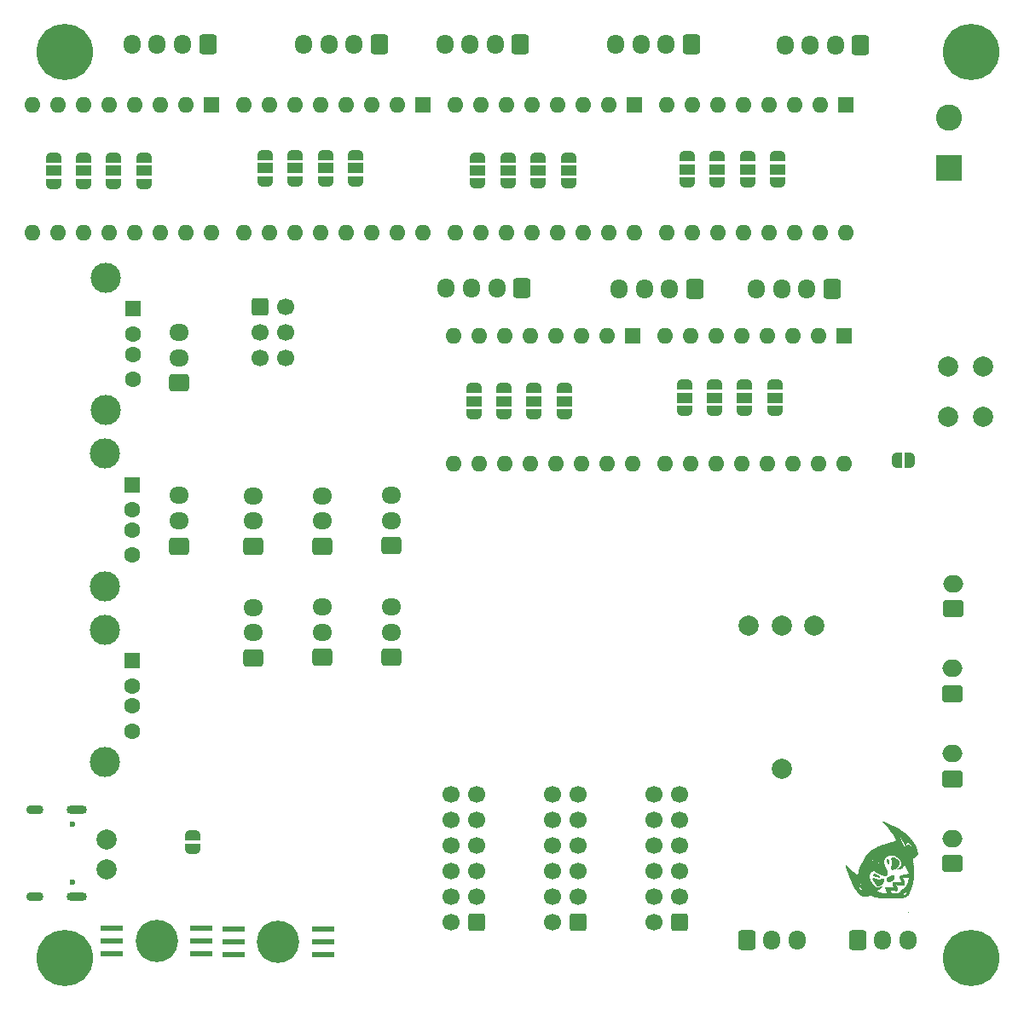
<source format=gbr>
G04 #@! TF.GenerationSoftware,KiCad,Pcbnew,6.0.2+dfsg-1~bpo11+1*
G04 #@! TF.CreationDate,2022-03-16T10:56:09+00:00*
G04 #@! TF.ProjectId,mobo,6d6f626f-2e6b-4696-9361-645f70636258,rev?*
G04 #@! TF.SameCoordinates,Original*
G04 #@! TF.FileFunction,Soldermask,Bot*
G04 #@! TF.FilePolarity,Negative*
%FSLAX46Y46*%
G04 Gerber Fmt 4.6, Leading zero omitted, Abs format (unit mm)*
G04 Created by KiCad (PCBNEW 6.0.2+dfsg-1~bpo11+1) date 2022-03-16 10:56:09*
%MOMM*%
%LPD*%
G01*
G04 APERTURE LIST*
G04 Aperture macros list*
%AMRoundRect*
0 Rectangle with rounded corners*
0 $1 Rounding radius*
0 $2 $3 $4 $5 $6 $7 $8 $9 X,Y pos of 4 corners*
0 Add a 4 corners polygon primitive as box body*
4,1,4,$2,$3,$4,$5,$6,$7,$8,$9,$2,$3,0*
0 Add four circle primitives for the rounded corners*
1,1,$1+$1,$2,$3*
1,1,$1+$1,$4,$5*
1,1,$1+$1,$6,$7*
1,1,$1+$1,$8,$9*
0 Add four rect primitives between the rounded corners*
20,1,$1+$1,$2,$3,$4,$5,0*
20,1,$1+$1,$4,$5,$6,$7,0*
20,1,$1+$1,$6,$7,$8,$9,0*
20,1,$1+$1,$8,$9,$2,$3,0*%
%AMFreePoly0*
4,1,22,0.500000,-0.750000,0.000000,-0.750000,0.000000,-0.745033,-0.079941,-0.743568,-0.215256,-0.701293,-0.333266,-0.622738,-0.424486,-0.514219,-0.481581,-0.384460,-0.499164,-0.250000,-0.500000,-0.250000,-0.500000,0.250000,-0.499164,0.250000,-0.499963,0.256109,-0.478152,0.396186,-0.417904,0.524511,-0.324060,0.630769,-0.204165,0.706417,-0.067858,0.745374,0.000000,0.744959,0.000000,0.750000,
0.500000,0.750000,0.500000,-0.750000,0.500000,-0.750000,$1*%
%AMFreePoly1*
4,1,20,0.000000,0.744959,0.073905,0.744508,0.209726,0.703889,0.328688,0.626782,0.421226,0.519385,0.479903,0.390333,0.500000,0.250000,0.500000,-0.250000,0.499851,-0.262216,0.476331,-0.402017,0.414519,-0.529596,0.319384,-0.634700,0.198574,-0.708877,0.061801,-0.746166,0.000000,-0.745033,0.000000,-0.750000,-0.500000,-0.750000,-0.500000,0.750000,0.000000,0.750000,0.000000,0.744959,
0.000000,0.744959,$1*%
%AMFreePoly2*
4,1,22,0.550000,-0.750000,0.000000,-0.750000,0.000000,-0.745033,-0.079941,-0.743568,-0.215256,-0.701293,-0.333266,-0.622738,-0.424486,-0.514219,-0.481581,-0.384460,-0.499164,-0.250000,-0.500000,-0.250000,-0.500000,0.250000,-0.499164,0.250000,-0.499963,0.256109,-0.478152,0.396186,-0.417904,0.524511,-0.324060,0.630769,-0.204165,0.706417,-0.067858,0.745374,0.000000,0.744959,0.000000,0.750000,
0.550000,0.750000,0.550000,-0.750000,0.550000,-0.750000,$1*%
%AMFreePoly3*
4,1,20,0.000000,0.744959,0.073905,0.744508,0.209726,0.703889,0.328688,0.626782,0.421226,0.519385,0.479903,0.390333,0.500000,0.250000,0.500000,-0.250000,0.499851,-0.262216,0.476331,-0.402017,0.414519,-0.529596,0.319384,-0.634700,0.198574,-0.708877,0.061801,-0.746166,0.000000,-0.745033,0.000000,-0.750000,-0.550000,-0.750000,-0.550000,0.750000,0.000000,0.750000,0.000000,0.744959,
0.000000,0.744959,$1*%
G04 Aperture macros list end*
%ADD10C,0.010000*%
%ADD11C,5.600000*%
%ADD12R,1.600000X1.600000*%
%ADD13C,1.600000*%
%ADD14C,3.000000*%
%ADD15C,0.600000*%
%ADD16O,2.000000X0.900000*%
%ADD17O,1.700000X0.900000*%
%ADD18O,1.600000X1.600000*%
%ADD19RoundRect,0.250000X0.600000X0.725000X-0.600000X0.725000X-0.600000X-0.725000X0.600000X-0.725000X0*%
%ADD20O,1.700000X1.950000*%
%ADD21R,2.600000X2.600000*%
%ADD22C,2.600000*%
%ADD23RoundRect,0.250000X0.725000X-0.600000X0.725000X0.600000X-0.725000X0.600000X-0.725000X-0.600000X0*%
%ADD24O,1.950000X1.700000*%
%ADD25RoundRect,0.250000X0.600000X0.600000X-0.600000X0.600000X-0.600000X-0.600000X0.600000X-0.600000X0*%
%ADD26C,1.700000*%
%ADD27RoundRect,0.250000X-0.600000X-0.600000X0.600000X-0.600000X0.600000X0.600000X-0.600000X0.600000X0*%
%ADD28RoundRect,0.250000X-0.600000X-0.725000X0.600000X-0.725000X0.600000X0.725000X-0.600000X0.725000X0*%
%ADD29RoundRect,0.250000X0.750000X-0.600000X0.750000X0.600000X-0.750000X0.600000X-0.750000X-0.600000X0*%
%ADD30O,2.000000X1.700000*%
%ADD31C,4.200000*%
%ADD32R,2.300000X0.600000*%
%ADD33FreePoly0,0.000000*%
%ADD34FreePoly1,0.000000*%
%ADD35FreePoly0,90.000000*%
%ADD36FreePoly1,90.000000*%
%ADD37FreePoly2,270.000000*%
%ADD38R,1.500000X1.000000*%
%ADD39FreePoly3,270.000000*%
%ADD40C,2.000000*%
G04 APERTURE END LIST*
D10*
X155212402Y-147515306D02*
X155218164Y-147521749D01*
X155218164Y-147521749D02*
X155227387Y-147531543D01*
X155227387Y-147531543D02*
X155239540Y-147544136D01*
X155239540Y-147544136D02*
X155254092Y-147558973D01*
X155254092Y-147558973D02*
X155270512Y-147575502D01*
X155270512Y-147575502D02*
X155278247Y-147583223D01*
X155278247Y-147583223D02*
X155308130Y-147613413D01*
X155308130Y-147613413D02*
X155341517Y-147647931D01*
X155341517Y-147647931D02*
X155377879Y-147686199D01*
X155377879Y-147686199D02*
X155416691Y-147727635D01*
X155416691Y-147727635D02*
X155457425Y-147771663D01*
X155457425Y-147771663D02*
X155499554Y-147817702D01*
X155499554Y-147817702D02*
X155542550Y-147865174D01*
X155542550Y-147865174D02*
X155585886Y-147913501D01*
X155585886Y-147913501D02*
X155629036Y-147962102D01*
X155629036Y-147962102D02*
X155671470Y-148010401D01*
X155671470Y-148010401D02*
X155712664Y-148057814D01*
X155712664Y-148057814D02*
X155749588Y-148100833D01*
X155749588Y-148100833D02*
X155780658Y-148137695D01*
X155780658Y-148137695D02*
X155814269Y-148178350D01*
X155814269Y-148178350D02*
X155849899Y-148222124D01*
X155849899Y-148222124D02*
X155887021Y-148268340D01*
X155887021Y-148268340D02*
X155925115Y-148316323D01*
X155925115Y-148316323D02*
X155963655Y-148365396D01*
X155963655Y-148365396D02*
X156002120Y-148414883D01*
X156002120Y-148414883D02*
X156039986Y-148464109D01*
X156039986Y-148464109D02*
X156076727Y-148512398D01*
X156076727Y-148512398D02*
X156111822Y-148559072D01*
X156111822Y-148559072D02*
X156144748Y-148603456D01*
X156144748Y-148603456D02*
X156174979Y-148644875D01*
X156174979Y-148644875D02*
X156201996Y-148682653D01*
X156201996Y-148682653D02*
X156219760Y-148708087D01*
X156219760Y-148708087D02*
X156263018Y-148771538D01*
X156263018Y-148771538D02*
X156302541Y-148831122D01*
X156302541Y-148831122D02*
X156338848Y-148887683D01*
X156338848Y-148887683D02*
X156372464Y-148942065D01*
X156372464Y-148942065D02*
X156403909Y-148995112D01*
X156403909Y-148995112D02*
X156433702Y-149047668D01*
X156433702Y-149047668D02*
X156462367Y-149100578D01*
X156462367Y-149100578D02*
X156464445Y-149104509D01*
X156464445Y-149104509D02*
X156478289Y-149130933D01*
X156478289Y-149130933D02*
X156489430Y-149152816D01*
X156489430Y-149152816D02*
X156498262Y-149171163D01*
X156498262Y-149171163D02*
X156505182Y-149186977D01*
X156505182Y-149186977D02*
X156510584Y-149201259D01*
X156510584Y-149201259D02*
X156514866Y-149215011D01*
X156514866Y-149215011D02*
X156518422Y-149229238D01*
X156518422Y-149229238D02*
X156521649Y-149244943D01*
X156521649Y-149244943D02*
X156523226Y-149253460D01*
X156523226Y-149253460D02*
X156526656Y-149270057D01*
X156526656Y-149270057D02*
X156531275Y-149289273D01*
X156531275Y-149289273D02*
X156536250Y-149307710D01*
X156536250Y-149307710D02*
X156537805Y-149312968D01*
X156537805Y-149312968D02*
X156544770Y-149336329D01*
X156544770Y-149336329D02*
X156549819Y-149354521D01*
X156549819Y-149354521D02*
X156553110Y-149368374D01*
X156553110Y-149368374D02*
X156554803Y-149378721D01*
X156554803Y-149378721D02*
X156555059Y-149386392D01*
X156555059Y-149386392D02*
X156554034Y-149392217D01*
X156554034Y-149392217D02*
X156553363Y-149394074D01*
X156553363Y-149394074D02*
X156548271Y-149403519D01*
X156548271Y-149403519D02*
X156541082Y-149410819D01*
X156541082Y-149410819D02*
X156530441Y-149416973D01*
X156530441Y-149416973D02*
X156514990Y-149422980D01*
X156514990Y-149422980D02*
X156513398Y-149423520D01*
X156513398Y-149423520D02*
X156499976Y-149428517D01*
X156499976Y-149428517D02*
X156487096Y-149434111D01*
X156487096Y-149434111D02*
X156477495Y-149439109D01*
X156477495Y-149439109D02*
X156477324Y-149439215D01*
X156477324Y-149439215D02*
X156468436Y-149443235D01*
X156468436Y-149443235D02*
X156454296Y-149447790D01*
X156454296Y-149447790D02*
X156435947Y-149452578D01*
X156435947Y-149452578D02*
X156416424Y-149456892D01*
X156416424Y-149456892D02*
X156395130Y-149461609D01*
X156395130Y-149461609D02*
X156371735Y-149467383D01*
X156371735Y-149467383D02*
X156348923Y-149473519D01*
X156348923Y-149473519D02*
X156329373Y-149479322D01*
X156329373Y-149479322D02*
X156327463Y-149479933D01*
X156327463Y-149479933D02*
X156310863Y-149485164D01*
X156310863Y-149485164D02*
X156295011Y-149489911D01*
X156295011Y-149489911D02*
X156281613Y-149493677D01*
X156281613Y-149493677D02*
X156272373Y-149495970D01*
X156272373Y-149495970D02*
X156271779Y-149496092D01*
X156271779Y-149496092D02*
X156260038Y-149498824D01*
X156260038Y-149498824D02*
X156246172Y-149502586D01*
X156246172Y-149502586D02*
X156238063Y-149505033D01*
X156238063Y-149505033D02*
X156226448Y-149508704D01*
X156226448Y-149508704D02*
X156216030Y-149511971D01*
X156216030Y-149511971D02*
X156210724Y-149513614D01*
X156210724Y-149513614D02*
X156201854Y-149517940D01*
X156201854Y-149517940D02*
X156195356Y-149522942D01*
X156195356Y-149522942D02*
X156188917Y-149527763D01*
X156188917Y-149527763D02*
X156178994Y-149532649D01*
X156178994Y-149532649D02*
X156164912Y-149537848D01*
X156164912Y-149537848D02*
X156145993Y-149543606D01*
X156145993Y-149543606D02*
X156121566Y-149550169D01*
X156121566Y-149550169D02*
X156118585Y-149550932D01*
X156118585Y-149550932D02*
X156104179Y-149554674D01*
X156104179Y-149554674D02*
X156092197Y-149557913D01*
X156092197Y-149557913D02*
X156083882Y-149560307D01*
X156083882Y-149560307D02*
X156080474Y-149561509D01*
X156080474Y-149561509D02*
X156080468Y-149561513D01*
X156080468Y-149561513D02*
X156076858Y-149562806D01*
X156076858Y-149562806D02*
X156069678Y-149564366D01*
X156069678Y-149564366D02*
X156069183Y-149564454D01*
X156069183Y-149564454D02*
X156064478Y-149565376D01*
X156064478Y-149565376D02*
X156058688Y-149566734D01*
X156058688Y-149566734D02*
X156050844Y-149568794D01*
X156050844Y-149568794D02*
X156039975Y-149571820D01*
X156039975Y-149571820D02*
X156025112Y-149576077D01*
X156025112Y-149576077D02*
X156005284Y-149581830D01*
X156005284Y-149581830D02*
X156001619Y-149582898D01*
X156001619Y-149582898D02*
X155991848Y-149585631D01*
X155991848Y-149585631D02*
X155984333Y-149587532D01*
X155984333Y-149587532D02*
X155982022Y-149587995D01*
X155982022Y-149587995D02*
X155976719Y-149589126D01*
X155976719Y-149589126D02*
X155966913Y-149591730D01*
X155966913Y-149591730D02*
X155952135Y-149595938D01*
X155952135Y-149595938D02*
X155931918Y-149601879D01*
X155931918Y-149601879D02*
X155924134Y-149604195D01*
X155924134Y-149604195D02*
X155889916Y-149614319D01*
X155889916Y-149614319D02*
X155859443Y-149623144D01*
X155859443Y-149623144D02*
X155830418Y-149631326D01*
X155830418Y-149631326D02*
X155800544Y-149639517D01*
X155800544Y-149639517D02*
X155793091Y-149641531D01*
X155793091Y-149641531D02*
X155777256Y-149645888D01*
X155777256Y-149645888D02*
X155756748Y-149651666D01*
X155756748Y-149651666D02*
X155732979Y-149658459D01*
X155732979Y-149658459D02*
X155707360Y-149665861D01*
X155707360Y-149665861D02*
X155681299Y-149673470D01*
X155681299Y-149673470D02*
X155660529Y-149679595D01*
X155660529Y-149679595D02*
X155609514Y-149694578D01*
X155609514Y-149694578D02*
X155562854Y-149707953D01*
X155562854Y-149707953D02*
X155518897Y-149720164D01*
X155518897Y-149720164D02*
X155495587Y-149726407D01*
X155495587Y-149726407D02*
X154831407Y-150390586D01*
X154831407Y-150390586D02*
X154810459Y-150416785D01*
X154810459Y-150416785D02*
X154799341Y-150431319D01*
X154799341Y-150431319D02*
X154787661Y-150447605D01*
X154787661Y-150447605D02*
X154777373Y-150462888D01*
X154777373Y-150462888D02*
X154774136Y-150468019D01*
X154774136Y-150468019D02*
X154763623Y-150483483D01*
X154763623Y-150483483D02*
X154748529Y-150503119D01*
X154748529Y-150503119D02*
X154728951Y-150526808D01*
X154728951Y-150526808D02*
X154711893Y-150546579D01*
X154711893Y-150546579D02*
X154695897Y-150564956D01*
X154695897Y-150564956D02*
X154683229Y-150579881D01*
X154683229Y-150579881D02*
X154672958Y-150592609D01*
X154672958Y-150592609D02*
X154664150Y-150604398D01*
X154664150Y-150604398D02*
X154655875Y-150616503D01*
X154655875Y-150616503D02*
X154647200Y-150630180D01*
X154647200Y-150630180D02*
X154637193Y-150646686D01*
X154637193Y-150646686D02*
X154635397Y-150649689D01*
X154635397Y-150649689D02*
X154622829Y-150670251D01*
X154622829Y-150670251D02*
X154608324Y-150693230D01*
X154608324Y-150693230D02*
X154593380Y-150716296D01*
X154593380Y-150716296D02*
X154579493Y-150737121D01*
X154579493Y-150737121D02*
X154574527Y-150744364D01*
X154574527Y-150744364D02*
X154539796Y-150799211D01*
X154539796Y-150799211D02*
X154516013Y-150843005D01*
X154516013Y-150843005D02*
X154504030Y-150866442D01*
X154504030Y-150866442D02*
X154494244Y-150885299D01*
X154494244Y-150885299D02*
X154486029Y-150900686D01*
X154486029Y-150900686D02*
X154478757Y-150913709D01*
X154478757Y-150913709D02*
X154471802Y-150925477D01*
X154471802Y-150925477D02*
X154464537Y-150937098D01*
X154464537Y-150937098D02*
X154456336Y-150949680D01*
X154456336Y-150949680D02*
X154451944Y-150956296D01*
X154451944Y-150956296D02*
X154439654Y-150975193D01*
X154439654Y-150975193D02*
X154429420Y-150992182D01*
X154429420Y-150992182D02*
X154420546Y-151008704D01*
X154420546Y-151008704D02*
X154412330Y-151026203D01*
X154412330Y-151026203D02*
X154404075Y-151046123D01*
X154404075Y-151046123D02*
X154395081Y-151069905D01*
X154395081Y-151069905D02*
X154389674Y-151084856D01*
X154389674Y-151084856D02*
X154379951Y-151111801D01*
X154379951Y-151111801D02*
X154371675Y-151134058D01*
X154371675Y-151134058D02*
X154364267Y-151152958D01*
X154364267Y-151152958D02*
X154357146Y-151169831D01*
X154357146Y-151169831D02*
X154349734Y-151186007D01*
X154349734Y-151186007D02*
X154341453Y-151202817D01*
X154341453Y-151202817D02*
X154331722Y-151221592D01*
X154331722Y-151221592D02*
X154323028Y-151237942D01*
X154323028Y-151237942D02*
X154309477Y-151262861D01*
X154309477Y-151262861D02*
X154297724Y-151283299D01*
X154297724Y-151283299D02*
X154286840Y-151300506D01*
X154286840Y-151300506D02*
X154275896Y-151315735D01*
X154275896Y-151315735D02*
X154263962Y-151330240D01*
X154263962Y-151330240D02*
X154250109Y-151345273D01*
X154250109Y-151345273D02*
X154233409Y-151362085D01*
X154233409Y-151362085D02*
X154224417Y-151370857D01*
X154224417Y-151370857D02*
X154209010Y-151385696D01*
X154209010Y-151385696D02*
X154196937Y-151396978D01*
X154196937Y-151396978D02*
X154187035Y-151405625D01*
X154187035Y-151405625D02*
X154178137Y-151412564D01*
X154178137Y-151412564D02*
X154169077Y-151418714D01*
X154169077Y-151418714D02*
X154158693Y-151425001D01*
X154158693Y-151425001D02*
X154149258Y-151430402D01*
X154149258Y-151430402D02*
X154136560Y-151437669D01*
X154136560Y-151437669D02*
X154119761Y-151447400D01*
X154119761Y-151447400D02*
X154100212Y-151458804D01*
X154100212Y-151458804D02*
X154079268Y-151471094D01*
X154079268Y-151471094D02*
X154058278Y-151483478D01*
X154058278Y-151483478D02*
X154051463Y-151487516D01*
X154051463Y-151487516D02*
X154027785Y-151501484D01*
X154027785Y-151501484D02*
X154008500Y-151512627D01*
X154008500Y-151512627D02*
X153992602Y-151521455D01*
X153992602Y-151521455D02*
X153979080Y-151528477D01*
X153979080Y-151528477D02*
X153966926Y-151534202D01*
X153966926Y-151534202D02*
X153955130Y-151539139D01*
X153955130Y-151539139D02*
X153942682Y-151543798D01*
X153942682Y-151543798D02*
X153933561Y-151546986D01*
X153933561Y-151546986D02*
X153871466Y-151570114D01*
X153871466Y-151570114D02*
X153806841Y-151597656D01*
X153806841Y-151597656D02*
X153741048Y-151629012D01*
X153741048Y-151629012D02*
X153701514Y-151649442D01*
X153701514Y-151649442D02*
X153685033Y-151657992D01*
X153685033Y-151657992D02*
X153664827Y-151668141D01*
X153664827Y-151668141D02*
X153642959Y-151678871D01*
X153642959Y-151678871D02*
X153621488Y-151689164D01*
X153621488Y-151689164D02*
X153611309Y-151693940D01*
X153611309Y-151693940D02*
X153568249Y-151714794D01*
X153568249Y-151714794D02*
X153525667Y-151737001D01*
X153525667Y-151737001D02*
X153485284Y-151759621D01*
X153485284Y-151759621D02*
X153448826Y-151781714D01*
X153448826Y-151781714D02*
X153439902Y-151787451D01*
X153439902Y-151787451D02*
X153407287Y-151808717D01*
X153407287Y-151808717D02*
X153429955Y-151785757D01*
X153429955Y-151785757D02*
X153457409Y-151754438D01*
X153457409Y-151754438D02*
X153479410Y-151721384D01*
X153479410Y-151721384D02*
X153490352Y-151700220D01*
X153490352Y-151700220D02*
X153498135Y-151683734D01*
X153498135Y-151683734D02*
X153504091Y-151671908D01*
X153504091Y-151671908D02*
X153509030Y-151663626D01*
X153509030Y-151663626D02*
X153513760Y-151657771D01*
X153513760Y-151657771D02*
X153519092Y-151653227D01*
X153519092Y-151653227D02*
X153525835Y-151648877D01*
X153525835Y-151648877D02*
X153528907Y-151647059D01*
X153528907Y-151647059D02*
X153560623Y-151628489D01*
X153560623Y-151628489D02*
X153587541Y-151612817D01*
X153587541Y-151612817D02*
X153610319Y-151599701D01*
X153610319Y-151599701D02*
X153629618Y-151588796D01*
X153629618Y-151588796D02*
X153646097Y-151579758D01*
X153646097Y-151579758D02*
X153660415Y-151572242D01*
X153660415Y-151572242D02*
X153673233Y-151565903D01*
X153673233Y-151565903D02*
X153685210Y-151560398D01*
X153685210Y-151560398D02*
X153697006Y-151555380D01*
X153697006Y-151555380D02*
X153709280Y-151550506D01*
X153709280Y-151550506D02*
X153722691Y-151545431D01*
X153722691Y-151545431D02*
X153725365Y-151544438D01*
X153725365Y-151544438D02*
X153751698Y-151534485D01*
X153751698Y-151534485D02*
X153774579Y-151525349D01*
X153774579Y-151525349D02*
X153795349Y-151516379D01*
X153795349Y-151516379D02*
X153815351Y-151506925D01*
X153815351Y-151506925D02*
X153835925Y-151496337D01*
X153835925Y-151496337D02*
X153858414Y-151483967D01*
X153858414Y-151483967D02*
X153884160Y-151469162D01*
X153884160Y-151469162D02*
X153900208Y-151459740D01*
X153900208Y-151459740D02*
X153932372Y-151440745D01*
X153932372Y-151440745D02*
X153959790Y-151424461D01*
X153959790Y-151424461D02*
X153983178Y-151410354D01*
X153983178Y-151410354D02*
X154003249Y-151397893D01*
X154003249Y-151397893D02*
X154020721Y-151386546D01*
X154020721Y-151386546D02*
X154036307Y-151375782D01*
X154036307Y-151375782D02*
X154050723Y-151365071D01*
X154050723Y-151365071D02*
X154064684Y-151353881D01*
X154064684Y-151353881D02*
X154078905Y-151341679D01*
X154078905Y-151341679D02*
X154094103Y-151327936D01*
X154094103Y-151327936D02*
X154110990Y-151312119D01*
X154110990Y-151312119D02*
X154130283Y-151293697D01*
X154130283Y-151293697D02*
X154152667Y-151272167D01*
X154152667Y-151272167D02*
X154175728Y-151249894D01*
X154175728Y-151249894D02*
X154195753Y-151230288D01*
X154195753Y-151230288D02*
X154213325Y-151212642D01*
X154213325Y-151212642D02*
X154229023Y-151196250D01*
X154229023Y-151196250D02*
X154243426Y-151180407D01*
X154243426Y-151180407D02*
X154257115Y-151164406D01*
X154257115Y-151164406D02*
X154270669Y-151147543D01*
X154270669Y-151147543D02*
X154284669Y-151129111D01*
X154284669Y-151129111D02*
X154299694Y-151108404D01*
X154299694Y-151108404D02*
X154316325Y-151084719D01*
X154316325Y-151084719D02*
X154335140Y-151057348D01*
X154335140Y-151057348D02*
X154356721Y-151025586D01*
X154356721Y-151025586D02*
X154363316Y-151015842D01*
X154363316Y-151015842D02*
X154372565Y-151001392D01*
X154372565Y-151001392D02*
X154384130Y-150982056D01*
X154384130Y-150982056D02*
X154397558Y-150958666D01*
X154397558Y-150958666D02*
X154412390Y-150932046D01*
X154412390Y-150932046D02*
X154428170Y-150903026D01*
X154428170Y-150903026D02*
X154444443Y-150872433D01*
X154444443Y-150872433D02*
X154460752Y-150841094D01*
X154460752Y-150841094D02*
X154474035Y-150815017D01*
X154474035Y-150815017D02*
X154492238Y-150774770D01*
X154492238Y-150774770D02*
X154508451Y-150730592D01*
X154508451Y-150730592D02*
X154518624Y-150696839D01*
X154518624Y-150696839D02*
X154521955Y-150685605D01*
X154521955Y-150685605D02*
X154525583Y-150676192D01*
X154525583Y-150676192D02*
X154530361Y-150667023D01*
X154530361Y-150667023D02*
X154537146Y-150656519D01*
X154537146Y-150656519D02*
X154546793Y-150643102D01*
X154546793Y-150643102D02*
X154550308Y-150638359D01*
X154550308Y-150638359D02*
X154578798Y-150601653D01*
X154578798Y-150601653D02*
X154608395Y-150566473D01*
X154608395Y-150566473D02*
X154638087Y-150533937D01*
X154638087Y-150533937D02*
X154666866Y-150505159D01*
X154666866Y-150505159D02*
X154687973Y-150486089D01*
X154687973Y-150486089D02*
X154716312Y-150463126D01*
X154716312Y-150463126D02*
X154746308Y-150441104D01*
X154746308Y-150441104D02*
X154776200Y-150421239D01*
X154776200Y-150421239D02*
X154804227Y-150404746D01*
X154804227Y-150404746D02*
X154810584Y-150401372D01*
X154810584Y-150401372D02*
X154831407Y-150390586D01*
X154831407Y-150390586D02*
X155495587Y-149726407D01*
X155495587Y-149726407D02*
X155475987Y-149731656D01*
X155475987Y-149731656D02*
X155432472Y-149742872D01*
X155432472Y-149742872D02*
X155386699Y-149754257D01*
X155386699Y-149754257D02*
X155344126Y-149764555D01*
X155344126Y-149764555D02*
X155298389Y-149775634D01*
X155298389Y-149775634D02*
X155258003Y-149785741D01*
X155258003Y-149785741D02*
X155222094Y-149795154D01*
X155222094Y-149795154D02*
X155189784Y-149804145D01*
X155189784Y-149804145D02*
X155160199Y-149812990D01*
X155160199Y-149812990D02*
X155132463Y-149821964D01*
X155132463Y-149821964D02*
X155105701Y-149831340D01*
X155105701Y-149831340D02*
X155079037Y-149841394D01*
X155079037Y-149841394D02*
X155051597Y-149852398D01*
X155051597Y-149852398D02*
X155022502Y-149864630D01*
X155022502Y-149864630D02*
X155015608Y-149867593D01*
X155015608Y-149867593D02*
X155002356Y-149873326D01*
X155002356Y-149873326D02*
X154989946Y-149878753D01*
X154989946Y-149878753D02*
X154977893Y-149884107D01*
X154977893Y-149884107D02*
X154965708Y-149889625D01*
X154965708Y-149889625D02*
X154952902Y-149895542D01*
X154952902Y-149895542D02*
X154938991Y-149902094D01*
X154938991Y-149902094D02*
X154923484Y-149909516D01*
X154923484Y-149909516D02*
X154905895Y-149918044D01*
X154905895Y-149918044D02*
X154885736Y-149927913D01*
X154885736Y-149927913D02*
X154862519Y-149939360D01*
X154862519Y-149939360D02*
X154835758Y-149952618D01*
X154835758Y-149952618D02*
X154804963Y-149967925D01*
X154804963Y-149967925D02*
X154769648Y-149985515D01*
X154769648Y-149985515D02*
X154729326Y-150005624D01*
X154729326Y-150005624D02*
X154712848Y-150013846D01*
X154712848Y-150013846D02*
X154678381Y-150031032D01*
X154678381Y-150031032D02*
X154644376Y-150047966D01*
X154644376Y-150047966D02*
X154611453Y-150064341D01*
X154611453Y-150064341D02*
X154580236Y-150079847D01*
X154580236Y-150079847D02*
X154551346Y-150094176D01*
X154551346Y-150094176D02*
X154525406Y-150107017D01*
X154525406Y-150107017D02*
X154503039Y-150118065D01*
X154503039Y-150118065D02*
X154484865Y-150127009D01*
X154484865Y-150127009D02*
X154471510Y-150133542D01*
X154471510Y-150133542D02*
X154467772Y-150135355D01*
X154467772Y-150135355D02*
X154438699Y-150149973D01*
X154438699Y-150149973D02*
X154406999Y-150167037D01*
X154406999Y-150167037D02*
X154372341Y-150186749D01*
X154372341Y-150186749D02*
X154334399Y-150209310D01*
X154334399Y-150209310D02*
X154292841Y-150234917D01*
X154292841Y-150234917D02*
X154247338Y-150263772D01*
X154247338Y-150263772D02*
X154197563Y-150296075D01*
X154197563Y-150296075D02*
X154143185Y-150332027D01*
X154143185Y-150332027D02*
X154129003Y-150341496D01*
X154129003Y-150341496D02*
X154104107Y-150358172D01*
X154104107Y-150358172D02*
X154082069Y-150373054D01*
X154082069Y-150373054D02*
X154062371Y-150386585D01*
X154062371Y-150386585D02*
X154044496Y-150399209D01*
X154044496Y-150399209D02*
X154027927Y-150411365D01*
X154027927Y-150411365D02*
X154012148Y-150423499D01*
X154012148Y-150423499D02*
X153996640Y-150436053D01*
X153996640Y-150436053D02*
X153980887Y-150449466D01*
X153980887Y-150449466D02*
X153964371Y-150464185D01*
X153964371Y-150464185D02*
X153946576Y-150480651D01*
X153946576Y-150480651D02*
X153926984Y-150499305D01*
X153926984Y-150499305D02*
X153905080Y-150520591D01*
X153905080Y-150520591D02*
X153880343Y-150544952D01*
X153880343Y-150544952D02*
X153852259Y-150572830D01*
X153852259Y-150572830D02*
X153820309Y-150604666D01*
X153820309Y-150604666D02*
X153813252Y-150611706D01*
X153813252Y-150611706D02*
X153780941Y-150643977D01*
X153780941Y-150643977D02*
X153752719Y-150672281D01*
X153752719Y-150672281D02*
X153728147Y-150697107D01*
X153728147Y-150697107D02*
X153706786Y-150718939D01*
X153706786Y-150718939D02*
X153688197Y-150738266D01*
X153688197Y-150738266D02*
X153671941Y-150755573D01*
X153671941Y-150755573D02*
X153657580Y-150771346D01*
X153657580Y-150771346D02*
X153644674Y-150786073D01*
X153644674Y-150786073D02*
X153632784Y-150800239D01*
X153632784Y-150800239D02*
X153621472Y-150814331D01*
X153621472Y-150814331D02*
X153610298Y-150828835D01*
X153610298Y-150828835D02*
X153598823Y-150844239D01*
X153598823Y-150844239D02*
X153586610Y-150861027D01*
X153586610Y-150861027D02*
X153580039Y-150870163D01*
X153580039Y-150870163D02*
X153535933Y-150933140D01*
X153535933Y-150933140D02*
X153496064Y-150993323D01*
X153496064Y-150993323D02*
X153459707Y-151051882D01*
X153459707Y-151051882D02*
X153426141Y-151109988D01*
X153426141Y-151109988D02*
X153394640Y-151168808D01*
X153394640Y-151168808D02*
X153390633Y-151176621D01*
X153390633Y-151176621D02*
X153362891Y-151230119D01*
X153362891Y-151230119D02*
X153335181Y-151281768D01*
X153335181Y-151281768D02*
X153306851Y-151332690D01*
X153306851Y-151332690D02*
X153277253Y-151384009D01*
X153277253Y-151384009D02*
X153245739Y-151436847D01*
X153245739Y-151436847D02*
X153211658Y-151492329D01*
X153211658Y-151492329D02*
X153174364Y-151551574D01*
X153174364Y-151551574D02*
X153170718Y-151557302D01*
X153170718Y-151557302D02*
X153150420Y-151589347D01*
X153150420Y-151589347D02*
X153133348Y-151616789D01*
X153133348Y-151616789D02*
X153119168Y-151640286D01*
X153119168Y-151640286D02*
X153107547Y-151660494D01*
X153107547Y-151660494D02*
X153098151Y-151678067D01*
X153098151Y-151678067D02*
X153090645Y-151693665D01*
X153090645Y-151693665D02*
X153084698Y-151707942D01*
X153084698Y-151707942D02*
X153079973Y-151721555D01*
X153079973Y-151721555D02*
X153076139Y-151735160D01*
X153076139Y-151735160D02*
X153072861Y-151749414D01*
X153072861Y-151749414D02*
X153072746Y-151749957D01*
X153072746Y-151749957D02*
X153069552Y-151759643D01*
X153069552Y-151759643D02*
X153063974Y-151771740D01*
X153063974Y-151771740D02*
X153057929Y-151782445D01*
X153057929Y-151782445D02*
X153049424Y-151796944D01*
X153049424Y-151796944D02*
X153039043Y-151816141D01*
X153039043Y-151816141D02*
X153027350Y-151838875D01*
X153027350Y-151838875D02*
X153014909Y-151863983D01*
X153014909Y-151863983D02*
X153002284Y-151890301D01*
X153002284Y-151890301D02*
X152990040Y-151916665D01*
X152990040Y-151916665D02*
X152978740Y-151941914D01*
X152978740Y-151941914D02*
X152968949Y-151964884D01*
X152968949Y-151964884D02*
X152966542Y-151970782D01*
X152966542Y-151970782D02*
X152942683Y-152032970D01*
X152942683Y-152032970D02*
X152922455Y-152092421D01*
X152922455Y-152092421D02*
X152914190Y-152119353D01*
X152914190Y-152119353D02*
X152909499Y-152135061D01*
X152909499Y-152135061D02*
X152904327Y-152152206D01*
X152904327Y-152152206D02*
X152900144Y-152165925D01*
X152900144Y-152165925D02*
X152895576Y-152180920D01*
X152895576Y-152180920D02*
X152890400Y-152198094D01*
X152890400Y-152198094D02*
X152886103Y-152212499D01*
X152886103Y-152212499D02*
X152881418Y-152228215D01*
X152881418Y-152228215D02*
X152876257Y-152245373D01*
X152876257Y-152245373D02*
X152872089Y-152259103D01*
X152872089Y-152259103D02*
X152868020Y-152272647D01*
X152868020Y-152272647D02*
X152864115Y-152286021D01*
X152864115Y-152286021D02*
X152861424Y-152295584D01*
X152861424Y-152295584D02*
X152858077Y-152307718D01*
X152858077Y-152307718D02*
X152854293Y-152321177D01*
X152854293Y-152321177D02*
X152853085Y-152325412D01*
X152853085Y-152325412D02*
X152848269Y-152342794D01*
X152848269Y-152342794D02*
X152843369Y-152361500D01*
X152843369Y-152361500D02*
X152838649Y-152380406D01*
X152838649Y-152380406D02*
X152834372Y-152398389D01*
X152834372Y-152398389D02*
X152830800Y-152414326D01*
X152830800Y-152414326D02*
X152828194Y-152427096D01*
X152828194Y-152427096D02*
X152826819Y-152435574D01*
X152826819Y-152435574D02*
X152826705Y-152438225D01*
X152826705Y-152438225D02*
X152826335Y-152442721D01*
X152826335Y-152442721D02*
X152824948Y-152450894D01*
X152824948Y-152450894D02*
X152824222Y-152454502D01*
X152824222Y-152454502D02*
X152822712Y-152462428D01*
X152822712Y-152462428D02*
X152820618Y-152474404D01*
X152820618Y-152474404D02*
X152818141Y-152489170D01*
X152818141Y-152489170D02*
X152815480Y-152505469D01*
X152815480Y-152505469D02*
X152812837Y-152522039D01*
X152812837Y-152522039D02*
X152810412Y-152537619D01*
X152810412Y-152537619D02*
X152808405Y-152550952D01*
X152808405Y-152550952D02*
X152807017Y-152560776D01*
X152807017Y-152560776D02*
X152806450Y-152565832D01*
X152806450Y-152565832D02*
X152806451Y-152566145D01*
X152806451Y-152566145D02*
X152806015Y-152570343D01*
X152806015Y-152570343D02*
X152804574Y-152580013D01*
X152804574Y-152580013D02*
X152802257Y-152594382D01*
X152802257Y-152594382D02*
X152799190Y-152612676D01*
X152799190Y-152612676D02*
X152795502Y-152634118D01*
X152795502Y-152634118D02*
X152791320Y-152657933D01*
X152791320Y-152657933D02*
X152791072Y-152659325D01*
X152791072Y-152659325D02*
X152788929Y-152672015D01*
X152788929Y-152672015D02*
X152787299Y-152682802D01*
X152787299Y-152682802D02*
X152786473Y-152689743D01*
X152786473Y-152689743D02*
X152786427Y-152690600D01*
X152786427Y-152690600D02*
X152785956Y-152696904D01*
X152785956Y-152696904D02*
X152784882Y-152706876D01*
X152784882Y-152706876D02*
X152783963Y-152714283D01*
X152783963Y-152714283D02*
X152782716Y-152724464D01*
X152782716Y-152724464D02*
X152781944Y-152731984D01*
X152781944Y-152731984D02*
X152781811Y-152734581D01*
X152781811Y-152734581D02*
X152781392Y-152738401D01*
X152781392Y-152738401D02*
X152780116Y-152747358D01*
X152780116Y-152747358D02*
X152778151Y-152760322D01*
X152778151Y-152760322D02*
X152775670Y-152776164D01*
X152775670Y-152776164D02*
X152774066Y-152786189D01*
X152774066Y-152786189D02*
X152770964Y-152804935D01*
X152770964Y-152804935D02*
X152768474Y-152818358D01*
X152768474Y-152818358D02*
X152766300Y-152827426D01*
X152766300Y-152827426D02*
X152764149Y-152833099D01*
X152764149Y-152833099D02*
X152761732Y-152836343D01*
X152761732Y-152836343D02*
X152758753Y-152838123D01*
X152758753Y-152838123D02*
X152758244Y-152838321D01*
X152758244Y-152838321D02*
X152751351Y-152842587D01*
X152751351Y-152842587D02*
X152744252Y-152850896D01*
X152744252Y-152850896D02*
X152741241Y-152855356D01*
X152741241Y-152855356D02*
X152734297Y-152865857D01*
X152734297Y-152865857D02*
X152729251Y-152871396D01*
X152729251Y-152871396D02*
X152724413Y-152872249D01*
X152724413Y-152872249D02*
X152718091Y-152868693D01*
X152718091Y-152868693D02*
X152708595Y-152861004D01*
X152708595Y-152861004D02*
X152708277Y-152860740D01*
X152708277Y-152860740D02*
X152696990Y-152851652D01*
X152696990Y-152851652D02*
X152683072Y-152840854D01*
X152683072Y-152840854D02*
X152667720Y-152829230D01*
X152667720Y-152829230D02*
X152652134Y-152817666D01*
X152652134Y-152817666D02*
X152637510Y-152807048D01*
X152637510Y-152807048D02*
X152625045Y-152798260D01*
X152625045Y-152798260D02*
X152615937Y-152792187D01*
X152615937Y-152792187D02*
X152613681Y-152790819D01*
X152613681Y-152790819D02*
X152605837Y-152785631D01*
X152605837Y-152785631D02*
X152595603Y-152777989D01*
X152595603Y-152777989D02*
X152586351Y-152770508D01*
X152586351Y-152770508D02*
X152580205Y-152765530D01*
X152580205Y-152765530D02*
X152569619Y-152757197D01*
X152569619Y-152757197D02*
X152555216Y-152745989D01*
X152555216Y-152745989D02*
X152537618Y-152732385D01*
X152537618Y-152732385D02*
X152517448Y-152716866D01*
X152517448Y-152716866D02*
X152495325Y-152699912D01*
X152495325Y-152699912D02*
X152471872Y-152682001D01*
X152471872Y-152682001D02*
X152458381Y-152671727D01*
X152458381Y-152671727D02*
X152436823Y-152655278D01*
X152436823Y-152655278D02*
X152411991Y-152636248D01*
X152411991Y-152636248D02*
X152384400Y-152615038D01*
X152384400Y-152615038D02*
X152354567Y-152592048D01*
X152354567Y-152592048D02*
X152323005Y-152567679D01*
X152323005Y-152567679D02*
X152290231Y-152542331D01*
X152290231Y-152542331D02*
X152256759Y-152516403D01*
X152256759Y-152516403D02*
X152223106Y-152490297D01*
X152223106Y-152490297D02*
X152189786Y-152464412D01*
X152189786Y-152464412D02*
X152157314Y-152439150D01*
X152157314Y-152439150D02*
X152126206Y-152414911D01*
X152126206Y-152414911D02*
X152096978Y-152392095D01*
X152096978Y-152392095D02*
X152070144Y-152371102D01*
X152070144Y-152371102D02*
X152046221Y-152352333D01*
X152046221Y-152352333D02*
X152025723Y-152336187D01*
X152025723Y-152336187D02*
X152009165Y-152323066D01*
X152009165Y-152323066D02*
X151997063Y-152313370D01*
X151997063Y-152313370D02*
X151995949Y-152312466D01*
X151995949Y-152312466D02*
X151979675Y-152298762D01*
X151979675Y-152298762D02*
X151960522Y-152281802D01*
X151960522Y-152281802D02*
X151939055Y-152262153D01*
X151939055Y-152262153D02*
X151915843Y-152240381D01*
X151915843Y-152240381D02*
X151891454Y-152217053D01*
X151891454Y-152217053D02*
X151866455Y-152192736D01*
X151866455Y-152192736D02*
X151841415Y-152167995D01*
X151841415Y-152167995D02*
X151816898Y-152143399D01*
X151816898Y-152143399D02*
X151793476Y-152119513D01*
X151793476Y-152119513D02*
X151771716Y-152096904D01*
X151771716Y-152096904D02*
X151752184Y-152076137D01*
X151752184Y-152076137D02*
X151735448Y-152057782D01*
X151735448Y-152057782D02*
X151722077Y-152042403D01*
X151722077Y-152042403D02*
X151712637Y-152030566D01*
X151712637Y-152030566D02*
X151710543Y-152027625D01*
X151710543Y-152027625D02*
X151700412Y-152012998D01*
X151700412Y-152012998D02*
X151691823Y-152001306D01*
X151691823Y-152001306D02*
X151682936Y-151990164D01*
X151682936Y-151990164D02*
X151671915Y-151977189D01*
X151671915Y-151977189D02*
X151669487Y-151974389D01*
X151669487Y-151974389D02*
X151659198Y-151962129D01*
X151659198Y-151962129D02*
X151647305Y-151947331D01*
X151647305Y-151947331D02*
X151635903Y-151932620D01*
X151635903Y-151932620D02*
X151632593Y-151928214D01*
X151632593Y-151928214D02*
X151619104Y-151910404D01*
X151619104Y-151910404D02*
X151605252Y-151892683D01*
X151605252Y-151892683D02*
X151591982Y-151876223D01*
X151591982Y-151876223D02*
X151580240Y-151862188D01*
X151580240Y-151862188D02*
X151570972Y-151851746D01*
X151570972Y-151851746D02*
X151568653Y-151849324D01*
X151568653Y-151849324D02*
X151560161Y-151840710D01*
X151560161Y-151840710D02*
X151563513Y-151866065D01*
X151563513Y-151866065D02*
X151565318Y-151880351D01*
X151565318Y-151880351D02*
X151567450Y-151898212D01*
X151567450Y-151898212D02*
X151569589Y-151916903D01*
X151569589Y-151916903D02*
X151570760Y-151927561D01*
X151570760Y-151927561D02*
X151572707Y-151943696D01*
X151572707Y-151943696D02*
X151574918Y-151958999D01*
X151574918Y-151958999D02*
X151577086Y-151971480D01*
X151577086Y-151971480D02*
X151578506Y-151977811D01*
X151578506Y-151977811D02*
X151580392Y-151984811D01*
X151580392Y-151984811D02*
X151583627Y-151996910D01*
X151583627Y-151996910D02*
X151587933Y-152013066D01*
X151587933Y-152013066D02*
X151593034Y-152032242D01*
X151593034Y-152032242D02*
X151598652Y-152053396D01*
X151598652Y-152053396D02*
X151602587Y-152068229D01*
X151602587Y-152068229D02*
X151615816Y-152117355D01*
X151615816Y-152117355D02*
X151628204Y-152161525D01*
X151628204Y-152161525D02*
X151640181Y-152202005D01*
X151640181Y-152202005D02*
X151652176Y-152240060D01*
X151652176Y-152240060D02*
X151664617Y-152276956D01*
X151664617Y-152276956D02*
X151677936Y-152313957D01*
X151677936Y-152313957D02*
X151692561Y-152352330D01*
X151692561Y-152352330D02*
X151708921Y-152393342D01*
X151708921Y-152393342D02*
X151727447Y-152438257D01*
X151727447Y-152438257D02*
X151731134Y-152447066D01*
X151731134Y-152447066D02*
X151747799Y-152486865D01*
X151747799Y-152486865D02*
X151762308Y-152521672D01*
X151762308Y-152521672D02*
X151774989Y-152552336D01*
X151774989Y-152552336D02*
X151786174Y-152579710D01*
X151786174Y-152579710D02*
X151796192Y-152604641D01*
X151796192Y-152604641D02*
X151805375Y-152627981D01*
X151805375Y-152627981D02*
X151814051Y-152650580D01*
X151814051Y-152650580D02*
X151822552Y-152673290D01*
X151822552Y-152673290D02*
X151831207Y-152696958D01*
X151831207Y-152696958D02*
X151840345Y-152722436D01*
X151840345Y-152722436D02*
X151850299Y-152750576D01*
X151850299Y-152750576D02*
X151861398Y-152782226D01*
X151861398Y-152782226D02*
X151862509Y-152785403D01*
X151862509Y-152785403D02*
X151886696Y-152854269D01*
X151886696Y-152854269D02*
X151909286Y-152917864D01*
X151909286Y-152917864D02*
X151930582Y-152976979D01*
X151930582Y-152976979D02*
X151950890Y-153032404D01*
X151950890Y-153032404D02*
X151970514Y-153084926D01*
X151970514Y-153084926D02*
X151989758Y-153135335D01*
X151989758Y-153135335D02*
X152008926Y-153184421D01*
X152008926Y-153184421D02*
X152028323Y-153232972D01*
X152028323Y-153232972D02*
X152048253Y-153281777D01*
X152048253Y-153281777D02*
X152069019Y-153331627D01*
X152069019Y-153331627D02*
X152090928Y-153383309D01*
X152090928Y-153383309D02*
X152111657Y-153431543D01*
X152111657Y-153431543D02*
X152143354Y-153504435D01*
X152143354Y-153504435D02*
X152173043Y-153571729D01*
X152173043Y-153571729D02*
X152200899Y-153633785D01*
X152200899Y-153633785D02*
X152227106Y-153690966D01*
X152227106Y-153690966D02*
X152251841Y-153743633D01*
X152251841Y-153743633D02*
X152275285Y-153792147D01*
X152275285Y-153792147D02*
X152297617Y-153836869D01*
X152297617Y-153836869D02*
X152319017Y-153878161D01*
X152319017Y-153878161D02*
X152339666Y-153916385D01*
X152339666Y-153916385D02*
X152359742Y-153951902D01*
X152359742Y-153951902D02*
X152379426Y-153985074D01*
X152379426Y-153985074D02*
X152398897Y-154016262D01*
X152398897Y-154016262D02*
X152413634Y-154038816D01*
X152413634Y-154038816D02*
X152426051Y-154057178D01*
X152426051Y-154057178D02*
X152441710Y-154079895D01*
X152441710Y-154079895D02*
X152460077Y-154106220D01*
X152460077Y-154106220D02*
X152480615Y-154135404D01*
X152480615Y-154135404D02*
X152502789Y-154166699D01*
X152502789Y-154166699D02*
X152526065Y-154199356D01*
X152526065Y-154199356D02*
X152549908Y-154232628D01*
X152549908Y-154232628D02*
X152573781Y-154265765D01*
X152573781Y-154265765D02*
X152597150Y-154298020D01*
X152597150Y-154298020D02*
X152619479Y-154328643D01*
X152619479Y-154328643D02*
X152640235Y-154356887D01*
X152640235Y-154356887D02*
X152658880Y-154382003D01*
X152658880Y-154382003D02*
X152662836Y-154387289D01*
X152662836Y-154387289D02*
X152678519Y-154406926D01*
X152678519Y-154406926D02*
X152698465Y-154429838D01*
X152698465Y-154429838D02*
X152721983Y-154455327D01*
X152721983Y-154455327D02*
X152748382Y-154482695D01*
X152748382Y-154482695D02*
X152776971Y-154511243D01*
X152776971Y-154511243D02*
X152807061Y-154540272D01*
X152807061Y-154540272D02*
X152837960Y-154569085D01*
X152837960Y-154569085D02*
X152868978Y-154596982D01*
X152868978Y-154596982D02*
X152878023Y-154604912D01*
X152878023Y-154604912D02*
X152917419Y-154639387D01*
X152917419Y-154639387D02*
X152952557Y-154670488D01*
X152952557Y-154670488D02*
X152984108Y-154698839D01*
X152984108Y-154698839D02*
X153012743Y-154725070D01*
X153012743Y-154725070D02*
X153039133Y-154749808D01*
X153039133Y-154749808D02*
X153063948Y-154773680D01*
X153063948Y-154773680D02*
X153087861Y-154797315D01*
X153087861Y-154797315D02*
X153111540Y-154821338D01*
X153111540Y-154821338D02*
X153130931Y-154841428D01*
X153130931Y-154841428D02*
X153197904Y-154911403D01*
X153197904Y-154911403D02*
X153212446Y-154913297D01*
X153212446Y-154913297D02*
X153226848Y-154914133D01*
X153226848Y-154914133D02*
X153246829Y-154913729D01*
X153246829Y-154913729D02*
X153271759Y-154912177D01*
X153271759Y-154912177D02*
X153301009Y-154909566D01*
X153301009Y-154909566D02*
X153333947Y-154905985D01*
X153333947Y-154905985D02*
X153369945Y-154901527D01*
X153369945Y-154901527D02*
X153408372Y-154896279D01*
X153408372Y-154896279D02*
X153448598Y-154890333D01*
X153448598Y-154890333D02*
X153489992Y-154883778D01*
X153489992Y-154883778D02*
X153531924Y-154876704D01*
X153531924Y-154876704D02*
X153573766Y-154869203D01*
X153573766Y-154869203D02*
X153614886Y-154861364D01*
X153614886Y-154861364D02*
X153654655Y-154853277D01*
X153654655Y-154853277D02*
X153692442Y-154845031D01*
X153692442Y-154845031D02*
X153696877Y-154844021D01*
X153696877Y-154844021D02*
X153718534Y-154839144D01*
X153718534Y-154839144D02*
X153741396Y-154834134D01*
X153741396Y-154834134D02*
X153763403Y-154829434D01*
X153763403Y-154829434D02*
X153782497Y-154825484D01*
X153782497Y-154825484D02*
X153791530Y-154823693D01*
X153791530Y-154823693D02*
X153806233Y-154820775D01*
X153806233Y-154820775D02*
X153818480Y-154818215D01*
X153818480Y-154818215D02*
X153827027Y-154816281D01*
X153827027Y-154816281D02*
X153830630Y-154815243D01*
X153830630Y-154815243D02*
X153830655Y-154815223D01*
X153830655Y-154815223D02*
X153828615Y-154813300D01*
X153828615Y-154813300D02*
X153822217Y-154809162D01*
X153822217Y-154809162D02*
X153812700Y-154803591D01*
X153812700Y-154803591D02*
X153809356Y-154801722D01*
X153809356Y-154801722D02*
X153769053Y-154776172D01*
X153769053Y-154776172D02*
X153733269Y-154746483D01*
X153733269Y-154746483D02*
X153706882Y-154718759D01*
X153706882Y-154718759D02*
X153695784Y-154705616D01*
X153695784Y-154705616D02*
X153685193Y-154692683D01*
X153685193Y-154692683D02*
X153676379Y-154681532D01*
X153676379Y-154681532D02*
X153671016Y-154674321D01*
X153671016Y-154674321D02*
X153663014Y-154663932D01*
X153663014Y-154663932D02*
X153652982Y-154652325D01*
X153652982Y-154652325D02*
X153646074Y-154645044D01*
X153646074Y-154645044D02*
X153630181Y-154625160D01*
X153630181Y-154625160D02*
X153616368Y-154599439D01*
X153616368Y-154599439D02*
X153604731Y-154568078D01*
X153604731Y-154568078D02*
X153601077Y-154555377D01*
X153601077Y-154555377D02*
X153596163Y-154539266D01*
X153596163Y-154539266D02*
X153590134Y-154522639D01*
X153590134Y-154522639D02*
X153584059Y-154508375D01*
X153584059Y-154508375D02*
X153582210Y-154504646D01*
X153582210Y-154504646D02*
X153573140Y-154487044D01*
X153573140Y-154487044D02*
X153566684Y-154473582D01*
X153566684Y-154473582D02*
X153562379Y-154462846D01*
X153562379Y-154462846D02*
X153559765Y-154453420D01*
X153559765Y-154453420D02*
X153558379Y-154443889D01*
X153558379Y-154443889D02*
X153557763Y-154432835D01*
X153557763Y-154432835D02*
X153557665Y-154429285D01*
X153557665Y-154429285D02*
X153557571Y-154416700D01*
X153557571Y-154416700D02*
X153557890Y-154406683D01*
X153557890Y-154406683D02*
X153558555Y-154400816D01*
X153558555Y-154400816D02*
X153558893Y-154399996D01*
X153558893Y-154399996D02*
X153562360Y-154400597D01*
X153562360Y-154400597D02*
X153568267Y-154405762D01*
X153568267Y-154405762D02*
X153575800Y-154414602D01*
X153575800Y-154414602D02*
X153584144Y-154426226D01*
X153584144Y-154426226D02*
X153587186Y-154430917D01*
X153587186Y-154430917D02*
X153590891Y-154436280D01*
X153590891Y-154436280D02*
X153596003Y-154442715D01*
X153596003Y-154442715D02*
X153602952Y-154450666D01*
X153602952Y-154450666D02*
X153612167Y-154460584D01*
X153612167Y-154460584D02*
X153624077Y-154472917D01*
X153624077Y-154472917D02*
X153639109Y-154488113D01*
X153639109Y-154488113D02*
X153657693Y-154506620D01*
X153657693Y-154506620D02*
X153680258Y-154528885D01*
X153680258Y-154528885D02*
X153690815Y-154539259D01*
X153690815Y-154539259D02*
X153717721Y-154565592D01*
X153717721Y-154565592D02*
X153740798Y-154587951D01*
X153740798Y-154587951D02*
X153760682Y-154606875D01*
X153760682Y-154606875D02*
X153778010Y-154622903D01*
X153778010Y-154622903D02*
X153793417Y-154636575D01*
X153793417Y-154636575D02*
X153807539Y-154648433D01*
X153807539Y-154648433D02*
X153821012Y-154659017D01*
X153821012Y-154659017D02*
X153834473Y-154668864D01*
X153834473Y-154668864D02*
X153848556Y-154678518D01*
X153848556Y-154678518D02*
X153863898Y-154688517D01*
X153863898Y-154688517D02*
X153874381Y-154695165D01*
X153874381Y-154695165D02*
X153891401Y-154705920D01*
X153891401Y-154705920D02*
X153908774Y-154716968D01*
X153908774Y-154716968D02*
X153924778Y-154727212D01*
X153924778Y-154727212D02*
X153937691Y-154735550D01*
X153937691Y-154735550D02*
X153940991Y-154737704D01*
X153940991Y-154737704D02*
X153960734Y-154750180D01*
X153960734Y-154750180D02*
X153979916Y-154761228D01*
X153979916Y-154761228D02*
X153999644Y-154771347D01*
X153999644Y-154771347D02*
X154021020Y-154781036D01*
X154021020Y-154781036D02*
X154045150Y-154790794D01*
X154045150Y-154790794D02*
X154073138Y-154801119D01*
X154073138Y-154801119D02*
X154106088Y-154812508D01*
X154106088Y-154812508D02*
X154108649Y-154813372D01*
X154108649Y-154813372D02*
X154158077Y-154830728D01*
X154158077Y-154830728D02*
X154201610Y-154847536D01*
X154201610Y-154847536D02*
X154239654Y-154863957D01*
X154239654Y-154863957D02*
X154247488Y-154867608D01*
X154247488Y-154867608D02*
X154273435Y-154879688D01*
X154273435Y-154879688D02*
X154298151Y-154890716D01*
X154298151Y-154890716D02*
X154322164Y-154900834D01*
X154322164Y-154900834D02*
X154346001Y-154910184D01*
X154346001Y-154910184D02*
X154370190Y-154918906D01*
X154370190Y-154918906D02*
X154395260Y-154927142D01*
X154395260Y-154927142D02*
X154421738Y-154935035D01*
X154421738Y-154935035D02*
X154450152Y-154942725D01*
X154450152Y-154942725D02*
X154481031Y-154950352D01*
X154481031Y-154950352D02*
X154514901Y-154958060D01*
X154514901Y-154958060D02*
X154552292Y-154965988D01*
X154552292Y-154965988D02*
X154593730Y-154974279D01*
X154593730Y-154974279D02*
X154639746Y-154983074D01*
X154639746Y-154983074D02*
X154690864Y-154992514D01*
X154690864Y-154992514D02*
X154747615Y-155002741D01*
X154747615Y-155002741D02*
X154761032Y-155005133D01*
X154761032Y-155005133D02*
X154793370Y-155010896D01*
X154793370Y-155010896D02*
X154826136Y-155016750D01*
X154826136Y-155016750D02*
X154858304Y-155022512D01*
X154858304Y-155022512D02*
X154888851Y-155027998D01*
X154888851Y-155027998D02*
X154916750Y-155033022D01*
X154916750Y-155033022D02*
X154940979Y-155037401D01*
X154940979Y-155037401D02*
X154960512Y-155040952D01*
X154960512Y-155040952D02*
X154968468Y-155042409D01*
X154968468Y-155042409D02*
X155011147Y-155049978D01*
X155011147Y-155049978D02*
X155049766Y-155056172D01*
X155049766Y-155056172D02*
X155085902Y-155061153D01*
X155085902Y-155061153D02*
X155121135Y-155065085D01*
X155121135Y-155065085D02*
X155157040Y-155068132D01*
X155157040Y-155068132D02*
X155195199Y-155070457D01*
X155195199Y-155070457D02*
X155237186Y-155072223D01*
X155237186Y-155072223D02*
X155264522Y-155073074D01*
X155264522Y-155073074D02*
X155285865Y-155073523D01*
X155285865Y-155073523D02*
X155312274Y-155073840D01*
X155312274Y-155073840D02*
X155343054Y-155074032D01*
X155343054Y-155074032D02*
X155377511Y-155074105D01*
X155377511Y-155074105D02*
X155414951Y-155074066D01*
X155414951Y-155074066D02*
X155454681Y-155073923D01*
X155454681Y-155073923D02*
X155496006Y-155073682D01*
X155496006Y-155073682D02*
X155538234Y-155073352D01*
X155538234Y-155073352D02*
X155580671Y-155072938D01*
X155580671Y-155072938D02*
X155622622Y-155072449D01*
X155622622Y-155072449D02*
X155663395Y-155071890D01*
X155663395Y-155071890D02*
X155702295Y-155071268D01*
X155702295Y-155071268D02*
X155738630Y-155070593D01*
X155738630Y-155070593D02*
X155771704Y-155069869D01*
X155771704Y-155069869D02*
X155800825Y-155069105D01*
X155800825Y-155069105D02*
X155825299Y-155068306D01*
X155825299Y-155068306D02*
X155844431Y-155067481D01*
X155844431Y-155067481D02*
X155851173Y-155067100D01*
X155851173Y-155067100D02*
X155899106Y-155064535D01*
X155899106Y-155064535D02*
X155953058Y-155062482D01*
X155953058Y-155062482D02*
X156012719Y-155060943D01*
X156012719Y-155060943D02*
X156077780Y-155059917D01*
X156077780Y-155059917D02*
X156147930Y-155059410D01*
X156147930Y-155059410D02*
X156222860Y-155059422D01*
X156222860Y-155059422D02*
X156302260Y-155059953D01*
X156302260Y-155059953D02*
X156385819Y-155061007D01*
X156385819Y-155061007D02*
X156473228Y-155062585D01*
X156473228Y-155062585D02*
X156505743Y-155063285D01*
X156505743Y-155063285D02*
X156584040Y-155064481D01*
X156584040Y-155064481D02*
X156657413Y-155064394D01*
X156657413Y-155064394D02*
X156727168Y-155062980D01*
X156727168Y-155062980D02*
X156794609Y-155060200D01*
X156794609Y-155060200D02*
X156861041Y-155056008D01*
X156861041Y-155056008D02*
X156927768Y-155050363D01*
X156927768Y-155050363D02*
X156940899Y-155049092D01*
X156940899Y-155049092D02*
X156963979Y-155046602D01*
X156963979Y-155046602D02*
X156992016Y-155043235D01*
X156992016Y-155043235D02*
X157023708Y-155039173D01*
X157023708Y-155039173D02*
X157057750Y-155034600D01*
X157057750Y-155034600D02*
X157092841Y-155029698D01*
X157092841Y-155029698D02*
X157127676Y-155024652D01*
X157127676Y-155024652D02*
X157160951Y-155019641D01*
X157160951Y-155019641D02*
X157191364Y-155014850D01*
X157191364Y-155014850D02*
X157217612Y-155010464D01*
X157217612Y-155010464D02*
X157223199Y-155009481D01*
X157223199Y-155009481D02*
X157240663Y-155006183D01*
X157240663Y-155006183D02*
X157261464Y-155001941D01*
X157261464Y-155001941D02*
X157284634Y-154996982D01*
X157284634Y-154996982D02*
X157309204Y-154991534D01*
X157309204Y-154991534D02*
X157334206Y-154985823D01*
X157334206Y-154985823D02*
X157358674Y-154980076D01*
X157358674Y-154980076D02*
X157381640Y-154974521D01*
X157381640Y-154974521D02*
X157402136Y-154969384D01*
X157402136Y-154969384D02*
X157419192Y-154964891D01*
X157419192Y-154964891D02*
X157431844Y-154961270D01*
X157431844Y-154961270D02*
X157438519Y-154959003D01*
X157438519Y-154959003D02*
X157445512Y-154955232D01*
X157445512Y-154955232D02*
X157456815Y-154948007D01*
X157456815Y-154948007D02*
X157471771Y-154937821D01*
X157471771Y-154937821D02*
X157489716Y-154925168D01*
X157489716Y-154925168D02*
X157509992Y-154910544D01*
X157509992Y-154910544D02*
X157531935Y-154894440D01*
X157531935Y-154894440D02*
X157554886Y-154877354D01*
X157554886Y-154877354D02*
X157578184Y-154859776D01*
X157578184Y-154859776D02*
X157601167Y-154842204D01*
X157601167Y-154842204D02*
X157623176Y-154825129D01*
X157623176Y-154825129D02*
X157643550Y-154809048D01*
X157643550Y-154809048D02*
X157661625Y-154794452D01*
X157661625Y-154794452D02*
X157676745Y-154781839D01*
X157676745Y-154781839D02*
X157684647Y-154774960D01*
X157684647Y-154774960D02*
X157695589Y-154764651D01*
X157695589Y-154764651D02*
X157705742Y-154754132D01*
X157705742Y-154754132D02*
X157713319Y-154745282D01*
X157713319Y-154745282D02*
X157714742Y-154743348D01*
X157714742Y-154743348D02*
X157720606Y-154733793D01*
X157720606Y-154733793D02*
X157728927Y-154718477D01*
X157728927Y-154718477D02*
X157739670Y-154697478D01*
X157739670Y-154697478D02*
X157752798Y-154670875D01*
X157752798Y-154670875D02*
X157768272Y-154638745D01*
X157768272Y-154638745D02*
X157786056Y-154601167D01*
X157786056Y-154601167D02*
X157806111Y-154558218D01*
X157806111Y-154558218D02*
X157828403Y-154509976D01*
X157828403Y-154509976D02*
X157852891Y-154456520D01*
X157852891Y-154456520D02*
X157876915Y-154403717D01*
X157876915Y-154403717D02*
X157894824Y-154364225D01*
X157894824Y-154364225D02*
X157910759Y-154328987D01*
X157910759Y-154328987D02*
X157924958Y-154297369D01*
X157924958Y-154297369D02*
X157937658Y-154268739D01*
X157937658Y-154268739D02*
X157949100Y-154242464D01*
X157949100Y-154242464D02*
X157959520Y-154217911D01*
X157959520Y-154217911D02*
X157969157Y-154194448D01*
X157969157Y-154194448D02*
X157978250Y-154171441D01*
X157978250Y-154171441D02*
X157987038Y-154148259D01*
X157987038Y-154148259D02*
X157995757Y-154124268D01*
X157995757Y-154124268D02*
X158004648Y-154098835D01*
X158004648Y-154098835D02*
X158013947Y-154071330D01*
X158013947Y-154071330D02*
X158023894Y-154041116D01*
X158023894Y-154041116D02*
X158031589Y-154017278D01*
X158031589Y-154017278D02*
X157579434Y-154469434D01*
X157579434Y-154469434D02*
X157582728Y-154479782D01*
X157582728Y-154479782D02*
X157585185Y-154492033D01*
X157585185Y-154492033D02*
X157586514Y-154508377D01*
X157586514Y-154508377D02*
X157586715Y-154526653D01*
X157586715Y-154526653D02*
X157585787Y-154544705D01*
X157585787Y-154544705D02*
X157583728Y-154560375D01*
X157583728Y-154560375D02*
X157582778Y-154564747D01*
X157582778Y-154564747D02*
X157570341Y-154601902D01*
X157570341Y-154601902D02*
X157551654Y-154638324D01*
X157551654Y-154638324D02*
X157545963Y-154647385D01*
X157545963Y-154647385D02*
X157534513Y-154663072D01*
X157534513Y-154663072D02*
X157519595Y-154680767D01*
X157519595Y-154680767D02*
X157502565Y-154699091D01*
X157502565Y-154699091D02*
X157484774Y-154716660D01*
X157484774Y-154716660D02*
X157467580Y-154732091D01*
X157467580Y-154732091D02*
X157452334Y-154744003D01*
X157452334Y-154744003D02*
X157449243Y-154746102D01*
X157449243Y-154746102D02*
X157430885Y-154756168D01*
X157430885Y-154756168D02*
X157408398Y-154765507D01*
X157408398Y-154765507D02*
X157384004Y-154773375D01*
X157384004Y-154773375D02*
X157359922Y-154779028D01*
X157359922Y-154779028D02*
X157344056Y-154781307D01*
X157344056Y-154781307D02*
X157327311Y-154782033D01*
X157327311Y-154782033D02*
X157308539Y-154781549D01*
X157308539Y-154781549D02*
X157292534Y-154780046D01*
X157292534Y-154780046D02*
X157278067Y-154777154D01*
X157278067Y-154777154D02*
X157261645Y-154772589D01*
X157261645Y-154772589D02*
X157244836Y-154766932D01*
X157244836Y-154766932D02*
X157229206Y-154760765D01*
X157229206Y-154760765D02*
X157216326Y-154754668D01*
X157216326Y-154754668D02*
X157207764Y-154749221D01*
X157207764Y-154749221D02*
X157206689Y-154748244D01*
X157206689Y-154748244D02*
X157201123Y-154740028D01*
X157201123Y-154740028D02*
X157198340Y-154728834D01*
X157198340Y-154728834D02*
X157198301Y-154713866D01*
X157198301Y-154713866D02*
X157200963Y-154694325D01*
X157200963Y-154694325D02*
X157203331Y-154682421D01*
X157203331Y-154682421D02*
X157207166Y-154664527D01*
X157207166Y-154664527D02*
X157210466Y-154650295D01*
X157210466Y-154650295D02*
X157213825Y-154638728D01*
X157213825Y-154638728D02*
X157217833Y-154628830D01*
X157217833Y-154628830D02*
X157223085Y-154619607D01*
X157223085Y-154619607D02*
X157230175Y-154610061D01*
X157230175Y-154610061D02*
X157239693Y-154599196D01*
X157239693Y-154599196D02*
X157252236Y-154586016D01*
X157252236Y-154586016D02*
X157268393Y-154569525D01*
X157268393Y-154569525D02*
X157273849Y-154563973D01*
X157273849Y-154563973D02*
X157317225Y-154519791D01*
X157317225Y-154519791D02*
X157354636Y-154503320D01*
X157354636Y-154503320D02*
X157371082Y-154496221D01*
X157371082Y-154496221D02*
X157387593Y-154489332D01*
X157387593Y-154489332D02*
X157402168Y-154483477D01*
X157402168Y-154483477D02*
X157412147Y-154479709D01*
X157412147Y-154479709D02*
X157434540Y-154473698D01*
X157434540Y-154473698D02*
X157462071Y-154469585D01*
X157462071Y-154469585D02*
X157493793Y-154467463D01*
X157493793Y-154467463D02*
X157528756Y-154467424D01*
X157528756Y-154467424D02*
X157536415Y-154467688D01*
X157536415Y-154467688D02*
X157579434Y-154469434D01*
X157579434Y-154469434D02*
X158031589Y-154017278D01*
X158031589Y-154017278D02*
X158034726Y-154007563D01*
X158034726Y-154007563D02*
X158046683Y-153970037D01*
X158046683Y-153970037D02*
X158060002Y-153927906D01*
X158060002Y-153927906D02*
X158074922Y-153880537D01*
X158074922Y-153880537D02*
X158079634Y-153865566D01*
X158079634Y-153865566D02*
X158107327Y-153773421D01*
X158107327Y-153773421D02*
X158132412Y-153681426D01*
X158132412Y-153681426D02*
X158154766Y-153590221D01*
X158154766Y-153590221D02*
X158174267Y-153500449D01*
X158174267Y-153500449D02*
X158190796Y-153412751D01*
X158190796Y-153412751D02*
X158204231Y-153327767D01*
X158204231Y-153327767D02*
X158214450Y-153246140D01*
X158214450Y-153246140D02*
X158221331Y-153168511D01*
X158221331Y-153168511D02*
X158224668Y-153099041D01*
X158224668Y-153099041D02*
X158225206Y-153070889D01*
X158225206Y-153070889D02*
X158225527Y-153037243D01*
X158225527Y-153037243D02*
X158225641Y-152998960D01*
X158225641Y-152998960D02*
X158225559Y-152956893D01*
X158225559Y-152956893D02*
X158225290Y-152911894D01*
X158225290Y-152911894D02*
X158224846Y-152864817D01*
X158224846Y-152864817D02*
X158224237Y-152816517D01*
X158224237Y-152816517D02*
X158223474Y-152767848D01*
X158223474Y-152767848D02*
X158222567Y-152719662D01*
X158222567Y-152719662D02*
X158221526Y-152672813D01*
X158221526Y-152672813D02*
X158220362Y-152628156D01*
X158220362Y-152628156D02*
X158219086Y-152586544D01*
X158219086Y-152586544D02*
X158217998Y-152556201D01*
X158217998Y-152556201D02*
X158217568Y-152544902D01*
X158217568Y-152544902D02*
X157797845Y-152964625D01*
X157797845Y-152964625D02*
X157798991Y-152968049D01*
X157798991Y-152968049D02*
X157799694Y-152974183D01*
X157799694Y-152974183D02*
X157799991Y-152983712D01*
X157799991Y-152983712D02*
X157799914Y-152997316D01*
X157799914Y-152997316D02*
X157799501Y-153015679D01*
X157799501Y-153015679D02*
X157798784Y-153039485D01*
X157798784Y-153039485D02*
X157798496Y-153048418D01*
X157798496Y-153048418D02*
X157796039Y-153109630D01*
X157796039Y-153109630D02*
X157792818Y-153165123D01*
X157792818Y-153165123D02*
X157788766Y-153215486D01*
X157788766Y-153215486D02*
X157783816Y-153261308D01*
X157783816Y-153261308D02*
X157777898Y-153303183D01*
X157777898Y-153303183D02*
X157770948Y-153341700D01*
X157770948Y-153341700D02*
X157762899Y-153377450D01*
X157762899Y-153377450D02*
X157759510Y-153390531D01*
X157759510Y-153390531D02*
X157755675Y-153404155D01*
X157755675Y-153404155D02*
X157750287Y-153422369D01*
X157750287Y-153422369D02*
X157743578Y-153444446D01*
X157743578Y-153444446D02*
X157735783Y-153469663D01*
X157735783Y-153469663D02*
X157727135Y-153497295D01*
X157727135Y-153497295D02*
X157717865Y-153526618D01*
X157717865Y-153526618D02*
X157708208Y-153556907D01*
X157708208Y-153556907D02*
X157698398Y-153587437D01*
X157698398Y-153587437D02*
X157688669Y-153617486D01*
X157688669Y-153617486D02*
X157679253Y-153646328D01*
X157679253Y-153646328D02*
X157670383Y-153673238D01*
X157670383Y-153673238D02*
X157662294Y-153697492D01*
X157662294Y-153697492D02*
X157655218Y-153718365D01*
X157655218Y-153718365D02*
X157649390Y-153735135D01*
X157649390Y-153735135D02*
X157645042Y-153747075D01*
X157645042Y-153747075D02*
X157642987Y-153752208D01*
X157642987Y-153752208D02*
X157637665Y-153763786D01*
X157637665Y-153763786D02*
X157631759Y-153775251D01*
X157631759Y-153775251D02*
X157624921Y-153787059D01*
X157624921Y-153787059D02*
X157616800Y-153799667D01*
X157616800Y-153799667D02*
X157607047Y-153813533D01*
X157607047Y-153813533D02*
X157595312Y-153829114D01*
X157595312Y-153829114D02*
X157581247Y-153846867D01*
X157581247Y-153846867D02*
X157564501Y-153867248D01*
X157564501Y-153867248D02*
X157544725Y-153890716D01*
X157544725Y-153890716D02*
X157521569Y-153917727D01*
X157521569Y-153917727D02*
X157494684Y-153948738D01*
X157494684Y-153948738D02*
X157478576Y-153967212D01*
X157478576Y-153967212D02*
X157454878Y-153994247D01*
X157454878Y-153994247D02*
X157434519Y-154017211D01*
X157434519Y-154017211D02*
X157416759Y-154036898D01*
X157416759Y-154036898D02*
X157400857Y-154054102D01*
X157400857Y-154054102D02*
X157386070Y-154069614D01*
X157386070Y-154069614D02*
X157371659Y-154084231D01*
X157371659Y-154084231D02*
X157356879Y-154098743D01*
X157356879Y-154098743D02*
X157345184Y-154109964D01*
X157345184Y-154109964D02*
X157325072Y-154128892D01*
X157325072Y-154128892D02*
X157306841Y-154145482D01*
X157306841Y-154145482D02*
X157289519Y-154160492D01*
X157289519Y-154160492D02*
X157272135Y-154174675D01*
X157272135Y-154174675D02*
X157253717Y-154188793D01*
X157253717Y-154188793D02*
X157233292Y-154203597D01*
X157233292Y-154203597D02*
X157209889Y-154219847D01*
X157209889Y-154219847D02*
X157182537Y-154238298D01*
X157182537Y-154238298D02*
X157167183Y-154248516D01*
X157167183Y-154248516D02*
X157128180Y-154275265D01*
X157128180Y-154275265D02*
X157094489Y-154300441D01*
X157094489Y-154300441D02*
X157065493Y-154324739D01*
X157065493Y-154324739D02*
X157040569Y-154348855D01*
X157040569Y-154348855D02*
X157019101Y-154373481D01*
X157019101Y-154373481D02*
X157000471Y-154399313D01*
X157000471Y-154399313D02*
X156984056Y-154427045D01*
X156984056Y-154427045D02*
X156969239Y-154457372D01*
X156969239Y-154457372D02*
X156958753Y-154482364D01*
X156958753Y-154482364D02*
X156950432Y-154502398D01*
X156950432Y-154502398D02*
X156943660Y-154516487D01*
X156943660Y-154516487D02*
X156938341Y-154524821D01*
X156938341Y-154524821D02*
X156936033Y-154526996D01*
X156936033Y-154526996D02*
X156930442Y-154529803D01*
X156930442Y-154529803D02*
X156920329Y-154534135D01*
X156920329Y-154534135D02*
X156907154Y-154539390D01*
X156907154Y-154539390D02*
X156893116Y-154544694D01*
X156893116Y-154544694D02*
X156863523Y-154555130D01*
X156863523Y-154555130D02*
X156834026Y-154564549D01*
X156834026Y-154564549D02*
X156803698Y-154573172D01*
X156803698Y-154573172D02*
X156771608Y-154581218D01*
X156771608Y-154581218D02*
X156736828Y-154588907D01*
X156736828Y-154588907D02*
X156698429Y-154596459D01*
X156698429Y-154596459D02*
X156655482Y-154604093D01*
X156655482Y-154604093D02*
X156611210Y-154611368D01*
X156611210Y-154611368D02*
X156549373Y-154620739D01*
X156549373Y-154620739D02*
X156485710Y-154629481D01*
X156485710Y-154629481D02*
X156421244Y-154637489D01*
X156421244Y-154637489D02*
X156356996Y-154644662D01*
X156356996Y-154644662D02*
X156293988Y-154650900D01*
X156293988Y-154650900D02*
X156233243Y-154656098D01*
X156233243Y-154656098D02*
X156175784Y-154660155D01*
X156175784Y-154660155D02*
X156122631Y-154662967D01*
X156122631Y-154662967D02*
X156082135Y-154664293D01*
X156082135Y-154664293D02*
X156067606Y-154664464D01*
X156067606Y-154664464D02*
X156055536Y-154664332D01*
X156055536Y-154664332D02*
X156047262Y-154663932D01*
X156047262Y-154663932D02*
X156044163Y-154663365D01*
X156044163Y-154663365D02*
X156042692Y-154659420D01*
X156042692Y-154659420D02*
X156041048Y-154651565D01*
X156041048Y-154651565D02*
X156040507Y-154648129D01*
X156040507Y-154648129D02*
X156034660Y-154622915D01*
X156034660Y-154622915D02*
X156023870Y-154594693D01*
X156023870Y-154594693D02*
X156016601Y-154579372D01*
X156016601Y-154579372D02*
X156012101Y-154569179D01*
X156012101Y-154569179D02*
X156006302Y-154554215D01*
X156006302Y-154554215D02*
X155999676Y-154535803D01*
X155999676Y-154535803D02*
X155992699Y-154515270D01*
X155992699Y-154515270D02*
X155985843Y-154493939D01*
X155985843Y-154493939D02*
X155984326Y-154489035D01*
X155984326Y-154489035D02*
X155973788Y-154455364D01*
X155973788Y-154455364D02*
X155964315Y-154426649D01*
X155964315Y-154426649D02*
X155955443Y-154401681D01*
X155955443Y-154401681D02*
X155946712Y-154379251D01*
X155946712Y-154379251D02*
X155937658Y-154358149D01*
X155937658Y-154358149D02*
X155927823Y-154337167D01*
X155927823Y-154337167D02*
X155921428Y-154324281D01*
X155921428Y-154324281D02*
X155914649Y-154310431D01*
X155914649Y-154310431D02*
X155909294Y-154298662D01*
X155909294Y-154298662D02*
X155905840Y-154290092D01*
X155905840Y-154290092D02*
X155904767Y-154285838D01*
X155904767Y-154285838D02*
X155904857Y-154285625D01*
X155904857Y-154285625D02*
X155908669Y-154285073D01*
X155908669Y-154285073D02*
X155917306Y-154285197D01*
X155917306Y-154285197D02*
X155929286Y-154285949D01*
X155929286Y-154285949D02*
X155937100Y-154286647D01*
X155937100Y-154286647D02*
X155950995Y-154287552D01*
X155950995Y-154287552D02*
X155963075Y-154287500D01*
X155963075Y-154287500D02*
X155971560Y-154286537D01*
X155971560Y-154286537D02*
X155973950Y-154285698D01*
X155973950Y-154285698D02*
X155979977Y-154284585D01*
X155979977Y-154284585D02*
X155991940Y-154284790D01*
X155991940Y-154284790D02*
X156009567Y-154286292D01*
X156009567Y-154286292D02*
X156032586Y-154289075D01*
X156032586Y-154289075D02*
X156040604Y-154290172D01*
X156040604Y-154290172D02*
X156064565Y-154293229D01*
X156064565Y-154293229D02*
X156091232Y-154296146D01*
X156091232Y-154296146D02*
X156118085Y-154298678D01*
X156118085Y-154298678D02*
X156142597Y-154300577D01*
X156142597Y-154300577D02*
X156154277Y-154301269D01*
X156154277Y-154301269D02*
X156194504Y-154303570D01*
X156194504Y-154303570D02*
X156229589Y-154306210D01*
X156229589Y-154306210D02*
X156260738Y-154309301D01*
X156260738Y-154309301D02*
X156289154Y-154312954D01*
X156289154Y-154312954D02*
X156304045Y-154315243D01*
X156304045Y-154315243D02*
X156317145Y-154316802D01*
X156317145Y-154316802D02*
X156334969Y-154318108D01*
X156334969Y-154318108D02*
X156355897Y-154319086D01*
X156355897Y-154319086D02*
X156378306Y-154319661D01*
X156378306Y-154319661D02*
X156400563Y-154319755D01*
X156400563Y-154319755D02*
X156456032Y-154320911D01*
X156456032Y-154320911D02*
X156508218Y-154325203D01*
X156508218Y-154325203D02*
X156522401Y-154327007D01*
X156522401Y-154327007D02*
X156540603Y-154329386D01*
X156540603Y-154329386D02*
X156556606Y-154331215D01*
X156556606Y-154331215D02*
X156569360Y-154332396D01*
X156569360Y-154332396D02*
X156577818Y-154332830D01*
X156577818Y-154332830D02*
X156580886Y-154332507D01*
X156580886Y-154332507D02*
X156582578Y-154328335D01*
X156582578Y-154328335D02*
X156584573Y-154319936D01*
X156584573Y-154319936D02*
X156585943Y-154312210D01*
X156585943Y-154312210D02*
X156587648Y-154303563D01*
X156587648Y-154303563D02*
X156590764Y-154290075D01*
X156590764Y-154290075D02*
X156594972Y-154273020D01*
X156594972Y-154273020D02*
X156599961Y-154253666D01*
X156599961Y-154253666D02*
X156605414Y-154233287D01*
X156605414Y-154233287D02*
X156606109Y-154230747D01*
X156606109Y-154230747D02*
X156613636Y-154203168D01*
X156613636Y-154203168D02*
X156619559Y-154180924D01*
X156619559Y-154180924D02*
X156623971Y-154163236D01*
X156623971Y-154163236D02*
X156626963Y-154149318D01*
X156626963Y-154149318D02*
X156628626Y-154138389D01*
X156628626Y-154138389D02*
X156629051Y-154129666D01*
X156629051Y-154129666D02*
X156628332Y-154122364D01*
X156628332Y-154122364D02*
X156626558Y-154115703D01*
X156626558Y-154115703D02*
X156623822Y-154108900D01*
X156623822Y-154108900D02*
X156621058Y-154102946D01*
X156621058Y-154102946D02*
X156613882Y-154088336D01*
X156613882Y-154088336D02*
X156605727Y-154072503D01*
X156605727Y-154072503D02*
X156599233Y-154060467D01*
X156599233Y-154060467D02*
X156593488Y-154050162D01*
X156593488Y-154050162D02*
X156585588Y-154035991D01*
X156585588Y-154035991D02*
X156576472Y-154019636D01*
X156576472Y-154019636D02*
X156567076Y-154002776D01*
X156567076Y-154002776D02*
X156564682Y-153998481D01*
X156564682Y-153998481D02*
X156555056Y-153980586D01*
X156555056Y-153980586D02*
X156545370Y-153961500D01*
X156545370Y-153961500D02*
X156536658Y-153943335D01*
X156536658Y-153943335D02*
X156529962Y-153928201D01*
X156529962Y-153928201D02*
X156529162Y-153926238D01*
X156529162Y-153926238D02*
X156522978Y-153911321D01*
X156522978Y-153911321D02*
X156515074Y-153892955D01*
X156515074Y-153892955D02*
X156506450Y-153873428D01*
X156506450Y-153873428D02*
X156498102Y-153855030D01*
X156498102Y-153855030D02*
X156497785Y-153854342D01*
X156497785Y-153854342D02*
X156485044Y-153825627D01*
X156485044Y-153825627D02*
X156475677Y-153801853D01*
X156475677Y-153801853D02*
X156469572Y-153782655D01*
X156469572Y-153782655D02*
X156466614Y-153767665D01*
X156466614Y-153767665D02*
X156466691Y-153756518D01*
X156466691Y-153756518D02*
X156467007Y-153754939D01*
X156467007Y-153754939D02*
X156473202Y-153741196D01*
X156473202Y-153741196D02*
X156483800Y-153730177D01*
X156483800Y-153730177D02*
X156497095Y-153723656D01*
X156497095Y-153723656D02*
X156497148Y-153723642D01*
X156497148Y-153723642D02*
X156503874Y-153723174D01*
X156503874Y-153723174D02*
X156515469Y-153723659D01*
X156515469Y-153723659D02*
X156530548Y-153724940D01*
X156530548Y-153724940D02*
X156547731Y-153726859D01*
X156547731Y-153726859D02*
X156565630Y-153729259D01*
X156565630Y-153729259D02*
X156582865Y-153731985D01*
X156582865Y-153731985D02*
X156598050Y-153734878D01*
X156598050Y-153734878D02*
X156599988Y-153735300D01*
X156599988Y-153735300D02*
X156607700Y-153736125D01*
X156607700Y-153736125D02*
X156612565Y-153735059D01*
X156612565Y-153735059D02*
X156612690Y-153734946D01*
X156612690Y-153734946D02*
X156617015Y-153733880D01*
X156617015Y-153733880D02*
X156626593Y-153733329D01*
X156626593Y-153733329D02*
X156640357Y-153733243D01*
X156640357Y-153733243D02*
X156657235Y-153733570D01*
X156657235Y-153733570D02*
X156676158Y-153734261D01*
X156676158Y-153734261D02*
X156696055Y-153735264D01*
X156696055Y-153735264D02*
X156715858Y-153736529D01*
X156715858Y-153736529D02*
X156734495Y-153738007D01*
X156734495Y-153738007D02*
X156750897Y-153739645D01*
X156750897Y-153739645D02*
X156763992Y-153741394D01*
X156763992Y-153741394D02*
X156769186Y-153742340D01*
X156769186Y-153742340D02*
X156785512Y-153745173D01*
X156785512Y-153745173D02*
X156805161Y-153747708D01*
X156805161Y-153747708D02*
X156825107Y-153749585D01*
X156825107Y-153749585D02*
X156835757Y-153750238D01*
X156835757Y-153750238D02*
X156882636Y-153752119D01*
X156882636Y-153752119D02*
X156934370Y-153753751D01*
X156934370Y-153753751D02*
X156989474Y-153755096D01*
X156989474Y-153755096D02*
X157046457Y-153756117D01*
X157046457Y-153756117D02*
X157095902Y-153756710D01*
X157095902Y-153756710D02*
X157121780Y-153757020D01*
X157121780Y-153757020D02*
X157147475Y-153757463D01*
X157147475Y-153757463D02*
X157171764Y-153758007D01*
X157171764Y-153758007D02*
X157193424Y-153758622D01*
X157193424Y-153758622D02*
X157211231Y-153759276D01*
X157211231Y-153759276D02*
X157223963Y-153759940D01*
X157223963Y-153759940D02*
X157224368Y-153759967D01*
X157224368Y-153759967D02*
X157239694Y-153760934D01*
X157239694Y-153760934D02*
X157249967Y-153761183D01*
X157249967Y-153761183D02*
X157256462Y-153760511D01*
X157256462Y-153760511D02*
X157260453Y-153758715D01*
X157260453Y-153758715D02*
X157263217Y-153755593D01*
X157263217Y-153755593D02*
X157264455Y-153753607D01*
X157264455Y-153753607D02*
X157268898Y-153747796D01*
X157268898Y-153747796D02*
X157276773Y-153739014D01*
X157276773Y-153739014D02*
X157286850Y-153728594D01*
X157286850Y-153728594D02*
X157294842Y-153720762D01*
X157294842Y-153720762D02*
X157320004Y-153696680D01*
X157320004Y-153696680D02*
X157324812Y-153672155D01*
X157324812Y-153672155D02*
X157326860Y-153660116D01*
X157326860Y-153660116D02*
X157329239Y-153643607D01*
X157329239Y-153643607D02*
X157331704Y-153624478D01*
X157331704Y-153624478D02*
X157334008Y-153604585D01*
X157334008Y-153604585D02*
X157334839Y-153596724D01*
X157334839Y-153596724D02*
X157337162Y-153574214D01*
X157337162Y-153574214D02*
X157339786Y-153548991D01*
X157339786Y-153548991D02*
X157342413Y-153523914D01*
X157342413Y-153523914D02*
X157344746Y-153501842D01*
X157344746Y-153501842D02*
X157345068Y-153498811D01*
X157345068Y-153498811D02*
X157350076Y-153451804D01*
X157350076Y-153451804D02*
X157327095Y-153405941D01*
X157327095Y-153405941D02*
X157316996Y-153386224D01*
X157316996Y-153386224D02*
X157304976Y-153363434D01*
X157304976Y-153363434D02*
X157292318Y-153339973D01*
X157292318Y-153339973D02*
X157280314Y-153318244D01*
X157280314Y-153318244D02*
X157276454Y-153311404D01*
X157276454Y-153311404D02*
X157267102Y-153294666D01*
X157267102Y-153294666D02*
X157258634Y-153278985D01*
X157258634Y-153278985D02*
X157251665Y-153265541D01*
X157251665Y-153265541D02*
X157246809Y-153255512D01*
X157246809Y-153255512D02*
X157244911Y-153250900D01*
X157244911Y-153250900D02*
X157240265Y-153239144D01*
X157240265Y-153239144D02*
X157232879Y-153223291D01*
X157232879Y-153223291D02*
X157223430Y-153204596D01*
X157223430Y-153204596D02*
X157212594Y-153184312D01*
X157212594Y-153184312D02*
X157201051Y-153163694D01*
X157201051Y-153163694D02*
X157189476Y-153143997D01*
X157189476Y-153143997D02*
X157178548Y-153126476D01*
X157178548Y-153126476D02*
X157174062Y-153119693D01*
X157174062Y-153119693D02*
X157158983Y-153096947D01*
X157158983Y-153096947D02*
X157147603Y-153078455D01*
X157147603Y-153078455D02*
X157139691Y-153063482D01*
X157139691Y-153063482D02*
X157135018Y-153051292D01*
X157135018Y-153051292D02*
X157133354Y-153041149D01*
X157133354Y-153041149D02*
X157134471Y-153032318D01*
X157134471Y-153032318D02*
X157138138Y-153024063D01*
X157138138Y-153024063D02*
X157142332Y-153017927D01*
X157142332Y-153017927D02*
X157152926Y-153007997D01*
X157152926Y-153007997D02*
X157166312Y-153002892D01*
X157166312Y-153002892D02*
X157183400Y-153002306D01*
X157183400Y-153002306D02*
X157187623Y-153002739D01*
X157187623Y-153002739D02*
X157200472Y-153002712D01*
X157200472Y-153002712D02*
X157213980Y-153000374D01*
X157213980Y-153000374D02*
X157217748Y-152999190D01*
X157217748Y-152999190D02*
X157228259Y-152996652D01*
X157228259Y-152996652D02*
X157244562Y-152994506D01*
X157244562Y-152994506D02*
X157266112Y-152992765D01*
X157266112Y-152992765D02*
X157292360Y-152991446D01*
X157292360Y-152991446D02*
X157322761Y-152990568D01*
X157322761Y-152990568D02*
X157356770Y-152990146D01*
X157356770Y-152990146D02*
X157393838Y-152990198D01*
X157393838Y-152990198D02*
X157433419Y-152990741D01*
X157433419Y-152990741D02*
X157465242Y-152991504D01*
X157465242Y-152991504D02*
X157511560Y-152992638D01*
X157511560Y-152992638D02*
X157552239Y-152993219D01*
X157552239Y-152993219D02*
X157587967Y-152993201D01*
X157587967Y-152993201D02*
X157619435Y-152992541D01*
X157619435Y-152992541D02*
X157647331Y-152991196D01*
X157647331Y-152991196D02*
X157672346Y-152989122D01*
X157672346Y-152989122D02*
X157695170Y-152986278D01*
X157695170Y-152986278D02*
X157716490Y-152982618D01*
X157716490Y-152982618D02*
X157736998Y-152978099D01*
X157736998Y-152978099D02*
X157755333Y-152973262D01*
X157755333Y-152973262D02*
X157769366Y-152969379D01*
X157769366Y-152969379D02*
X157781758Y-152966098D01*
X157781758Y-152966098D02*
X157790817Y-152963860D01*
X157790817Y-152963860D02*
X157794078Y-152963178D01*
X157794078Y-152963178D02*
X157796218Y-152963229D01*
X157796218Y-152963229D02*
X157797845Y-152964625D01*
X157797845Y-152964625D02*
X158217568Y-152544902D01*
X158217568Y-152544902D02*
X158216462Y-152515867D01*
X158216462Y-152515867D02*
X158215204Y-152481255D01*
X158215204Y-152481255D02*
X158214212Y-152451743D01*
X158214212Y-152451743D02*
X158213475Y-152426709D01*
X158213475Y-152426709D02*
X158212983Y-152405530D01*
X158212983Y-152405530D02*
X158212726Y-152387585D01*
X158212726Y-152387585D02*
X158212693Y-152372252D01*
X158212693Y-152372252D02*
X158212876Y-152358909D01*
X158212876Y-152358909D02*
X158213263Y-152346934D01*
X158213263Y-152346934D02*
X158213843Y-152335705D01*
X158213843Y-152335705D02*
X158214253Y-152329453D01*
X158214253Y-152329453D02*
X158214896Y-152317977D01*
X158214896Y-152317977D02*
X158215536Y-152302669D01*
X158215536Y-152302669D02*
X158216074Y-152286044D01*
X158216074Y-152286044D02*
X158216275Y-152277997D01*
X158216275Y-152277997D02*
X158216712Y-152262004D01*
X158216712Y-152262004D02*
X158217381Y-152242086D01*
X158217381Y-152242086D02*
X158218193Y-152220661D01*
X158218193Y-152220661D02*
X158219062Y-152200145D01*
X158219062Y-152200145D02*
X158219159Y-152198033D01*
X158219159Y-152198033D02*
X158220617Y-152160867D01*
X158220617Y-152160867D02*
X158221388Y-152128277D01*
X158221388Y-152128277D02*
X158221468Y-152100751D01*
X158221468Y-152100751D02*
X158220852Y-152078775D01*
X158220852Y-152078775D02*
X158220202Y-152069063D01*
X158220202Y-152069063D02*
X158219654Y-152059948D01*
X158219654Y-152059948D02*
X158219115Y-152045865D01*
X158219115Y-152045865D02*
X158218621Y-152028198D01*
X158218621Y-152028198D02*
X158218213Y-152008327D01*
X158218213Y-152008327D02*
X158217935Y-151988262D01*
X158217935Y-151988262D02*
X158217548Y-151965999D01*
X158217548Y-151965999D02*
X158216876Y-151943103D01*
X158216876Y-151943103D02*
X158215991Y-151921407D01*
X158215991Y-151921407D02*
X158214968Y-151902741D01*
X158214968Y-151902741D02*
X158214086Y-151891084D01*
X158214086Y-151891084D02*
X158212704Y-151875655D01*
X158212704Y-151875655D02*
X158211496Y-151861517D01*
X158211496Y-151861517D02*
X158210617Y-151850511D01*
X158210617Y-151850511D02*
X158210271Y-151845507D01*
X158210271Y-151845507D02*
X158209554Y-151837913D01*
X158209554Y-151837913D02*
X158208110Y-151825922D01*
X158208110Y-151825922D02*
X158206173Y-151811411D01*
X158206173Y-151811411D02*
X158204710Y-151801168D01*
X158204710Y-151801168D02*
X158202815Y-151784108D01*
X158202815Y-151784108D02*
X158201849Y-151766381D01*
X158201849Y-151766381D02*
X158201920Y-151750728D01*
X158201920Y-151750728D02*
X158202404Y-151744332D01*
X158202404Y-151744332D02*
X158205032Y-151693862D01*
X158205032Y-151693862D02*
X158201540Y-151642976D01*
X158201540Y-151642976D02*
X158193458Y-151598692D01*
X158193458Y-151598692D02*
X158191348Y-151588198D01*
X158191348Y-151588198D02*
X158189012Y-151574020D01*
X158189012Y-151574020D02*
X158186654Y-151557747D01*
X158186654Y-151557747D02*
X158184477Y-151540965D01*
X158184477Y-151540965D02*
X158182682Y-151525260D01*
X158182682Y-151525260D02*
X158181474Y-151512219D01*
X158181474Y-151512219D02*
X158181054Y-151503428D01*
X158181054Y-151503428D02*
X158181103Y-151501995D01*
X158181103Y-151501995D02*
X158180904Y-151498097D01*
X158180904Y-151498097D02*
X158180246Y-151489085D01*
X158180246Y-151489085D02*
X158179229Y-151476173D01*
X158179229Y-151476173D02*
X158177953Y-151460570D01*
X158177953Y-151460570D02*
X158176516Y-151443490D01*
X158176516Y-151443490D02*
X158175022Y-151426144D01*
X158175022Y-151426144D02*
X158173569Y-151409743D01*
X158173569Y-151409743D02*
X158172447Y-151397498D01*
X158172447Y-151397498D02*
X158172125Y-151385395D01*
X158172125Y-151385395D02*
X158173182Y-151374383D01*
X158173182Y-151374383D02*
X158174608Y-151368983D01*
X158174608Y-151368983D02*
X158175996Y-151361122D01*
X158175996Y-151361122D02*
X158175411Y-151348582D01*
X158175411Y-151348582D02*
X158172810Y-151330828D01*
X158172810Y-151330828D02*
X158170900Y-151320633D01*
X158170900Y-151320633D02*
X158167680Y-151305018D01*
X158167680Y-151305018D02*
X158164548Y-151291123D01*
X158164548Y-151291123D02*
X158161862Y-151280451D01*
X158161862Y-151280451D02*
X158159976Y-151274502D01*
X158159976Y-151274502D02*
X158159960Y-151274467D01*
X158159960Y-151274467D02*
X158158456Y-151267321D01*
X158158456Y-151267321D02*
X158158056Y-151256647D01*
X158158056Y-151256647D02*
X158158523Y-151248460D01*
X158158523Y-151248460D02*
X158159236Y-151237417D01*
X158159236Y-151237417D02*
X158158212Y-151230228D01*
X158158212Y-151230228D02*
X158154802Y-151224490D01*
X158154802Y-151224490D02*
X158150931Y-151220335D01*
X158150931Y-151220335D02*
X158146065Y-151214410D01*
X158146065Y-151214410D02*
X158141947Y-151206572D01*
X158141947Y-151206572D02*
X158138004Y-151195435D01*
X158138004Y-151195435D02*
X158133659Y-151179610D01*
X158133659Y-151179610D02*
X158133015Y-151177053D01*
X158133015Y-151177053D02*
X158128478Y-151159131D01*
X158128478Y-151159131D02*
X158125547Y-151146359D01*
X158125547Y-151146359D02*
X158124582Y-151137660D01*
X158124582Y-151137660D02*
X158125940Y-151131956D01*
X158125940Y-151131956D02*
X158129980Y-151128172D01*
X158129980Y-151128172D02*
X158137061Y-151125229D01*
X158137061Y-151125229D02*
X158147539Y-151122052D01*
X158147539Y-151122052D02*
X158151738Y-151120789D01*
X158151738Y-151120789D02*
X158161423Y-151117698D01*
X158161423Y-151117698D02*
X158170681Y-151114370D01*
X158170681Y-151114370D02*
X158179935Y-151110525D01*
X158179935Y-151110525D02*
X158189597Y-151105883D01*
X158189597Y-151105883D02*
X158200089Y-151100164D01*
X158200089Y-151100164D02*
X158211828Y-151093088D01*
X158211828Y-151093088D02*
X158225230Y-151084374D01*
X158225230Y-151084374D02*
X158240713Y-151073744D01*
X158240713Y-151073744D02*
X158258697Y-151060917D01*
X158258697Y-151060917D02*
X158279598Y-151045612D01*
X158279598Y-151045612D02*
X158303834Y-151027550D01*
X158303834Y-151027550D02*
X158331822Y-151006451D01*
X158331822Y-151006451D02*
X158363980Y-150982035D01*
X158363980Y-150982035D02*
X158400728Y-150954022D01*
X158400728Y-150954022D02*
X158402146Y-150952940D01*
X158402146Y-150952940D02*
X158418906Y-150940083D01*
X158418906Y-150940083D02*
X158438524Y-150924936D01*
X158438524Y-150924936D02*
X158458877Y-150909140D01*
X158458877Y-150909140D02*
X158477842Y-150894343D01*
X158477842Y-150894343D02*
X158483106Y-150890215D01*
X158483106Y-150890215D02*
X158500046Y-150877116D01*
X158500046Y-150877116D02*
X158517975Y-150863586D01*
X158517975Y-150863586D02*
X158535172Y-150850905D01*
X158535172Y-150850905D02*
X158549911Y-150840352D01*
X158549911Y-150840352D02*
X158555241Y-150836667D01*
X158555241Y-150836667D02*
X158569625Y-150826512D01*
X158569625Y-150826512D02*
X158581757Y-150816910D01*
X158581757Y-150816910D02*
X158593429Y-150806287D01*
X158593429Y-150806287D02*
X158606430Y-150793069D01*
X158606430Y-150793069D02*
X158613793Y-150785209D01*
X158613793Y-150785209D02*
X158630746Y-150766151D01*
X158630746Y-150766151D02*
X158643263Y-150750102D01*
X158643263Y-150750102D02*
X158651885Y-150736126D01*
X158651885Y-150736126D02*
X158657150Y-150723286D01*
X158657150Y-150723286D02*
X158659599Y-150710648D01*
X158659599Y-150710648D02*
X158659918Y-150705171D01*
X158659918Y-150705171D02*
X158659212Y-150697085D01*
X158659212Y-150697085D02*
X158656974Y-150683766D01*
X158656974Y-150683766D02*
X158653389Y-150666095D01*
X158653389Y-150666095D02*
X158648642Y-150644952D01*
X158648642Y-150644952D02*
X158642922Y-150621219D01*
X158642922Y-150621219D02*
X158638661Y-150604404D01*
X158638661Y-150604404D02*
X158632879Y-150581958D01*
X158632879Y-150581958D02*
X158625866Y-150554646D01*
X158625866Y-150554646D02*
X158617950Y-150523752D01*
X158617950Y-150523752D02*
X158609464Y-150490566D01*
X158609464Y-150490566D02*
X158600733Y-150456376D01*
X158600733Y-150456376D02*
X158592089Y-150422467D01*
X158592089Y-150422467D02*
X158583861Y-150390129D01*
X158583861Y-150390129D02*
X158583338Y-150388073D01*
X158583338Y-150388073D02*
X158569302Y-150333260D01*
X158569302Y-150333260D02*
X158556445Y-150284035D01*
X158556445Y-150284035D02*
X158544569Y-150239783D01*
X158544569Y-150239783D02*
X158533477Y-150199896D01*
X158533477Y-150199896D02*
X158522970Y-150163761D01*
X158522970Y-150163761D02*
X158512850Y-150130766D01*
X158512850Y-150130766D02*
X158502918Y-150100299D01*
X158502918Y-150100299D02*
X158492978Y-150071750D01*
X158492978Y-150071750D02*
X158482829Y-150044505D01*
X158482829Y-150044505D02*
X158472276Y-150017954D01*
X158472276Y-150017954D02*
X158461118Y-149991484D01*
X158461118Y-149991484D02*
X158449158Y-149964485D01*
X158449158Y-149964485D02*
X158438849Y-149942025D01*
X158438849Y-149942025D02*
X158425428Y-149913751D01*
X158425428Y-149913751D02*
X158410233Y-149882724D01*
X158410233Y-149882724D02*
X158394212Y-149850820D01*
X158394212Y-149850820D02*
X158378316Y-149819914D01*
X158378316Y-149819914D02*
X158363491Y-149791887D01*
X158363491Y-149791887D02*
X158355957Y-149778047D01*
X158355957Y-149778047D02*
X158326491Y-149726639D01*
X158326491Y-149726639D02*
X158292951Y-149671689D01*
X158292951Y-149671689D02*
X158255901Y-149613989D01*
X158255901Y-149613989D02*
X158215908Y-149554331D01*
X158215908Y-149554331D02*
X158203785Y-149536931D01*
X158203785Y-149536931D02*
X157995204Y-149745513D01*
X157995204Y-149745513D02*
X158008977Y-149760229D01*
X158008977Y-149760229D02*
X158019204Y-149771654D01*
X158019204Y-149771654D02*
X158026812Y-149781000D01*
X158026812Y-149781000D02*
X158032729Y-149789483D01*
X158032729Y-149789483D02*
X158037879Y-149798317D01*
X158037879Y-149798317D02*
X158042762Y-149807847D01*
X158042762Y-149807847D02*
X158049560Y-149823388D01*
X158049560Y-149823388D02*
X158056267Y-149841675D01*
X158056267Y-149841675D02*
X158061620Y-149859210D01*
X158061620Y-149859210D02*
X158062409Y-149862286D01*
X158062409Y-149862286D02*
X158066816Y-149879244D01*
X158066816Y-149879244D02*
X158071974Y-149897701D01*
X158071974Y-149897701D02*
X158076902Y-149914172D01*
X158076902Y-149914172D02*
X158077802Y-149917008D01*
X158077802Y-149917008D02*
X158082164Y-149931835D01*
X158082164Y-149931835D02*
X158085455Y-149946390D01*
X158085455Y-149946390D02*
X158087763Y-149961779D01*
X158087763Y-149961779D02*
X158089182Y-149979104D01*
X158089182Y-149979104D02*
X158089803Y-149999469D01*
X158089803Y-149999469D02*
X158089716Y-150023979D01*
X158089716Y-150023979D02*
X158089035Y-150053004D01*
X158089035Y-150053004D02*
X158088231Y-150076463D01*
X158088231Y-150076463D02*
X158087289Y-150094791D01*
X158087289Y-150094791D02*
X158086054Y-150109206D01*
X158086054Y-150109206D02*
X158084373Y-150120928D01*
X158084373Y-150120928D02*
X158082092Y-150131175D01*
X158082092Y-150131175D02*
X158079055Y-150141166D01*
X158079055Y-150141166D02*
X158077225Y-150146393D01*
X158077225Y-150146393D02*
X158067976Y-150171593D01*
X158067976Y-150171593D02*
X158058923Y-150195492D01*
X158058923Y-150195492D02*
X158050504Y-150216973D01*
X158050504Y-150216973D02*
X158043159Y-150234920D01*
X158043159Y-150234920D02*
X158037330Y-150248214D01*
X158037330Y-150248214D02*
X158036318Y-150250352D01*
X158036318Y-150250352D02*
X158032125Y-150259572D01*
X158032125Y-150259572D02*
X158026433Y-150272783D01*
X158026433Y-150272783D02*
X158020060Y-150288064D01*
X158020060Y-150288064D02*
X158015038Y-150300443D01*
X158015038Y-150300443D02*
X158005423Y-150323464D01*
X158005423Y-150323464D02*
X157996281Y-150342666D01*
X157996281Y-150342666D02*
X157986597Y-150359652D01*
X157986597Y-150359652D02*
X157975362Y-150376022D01*
X157975362Y-150376022D02*
X157961562Y-150393380D01*
X157961562Y-150393380D02*
X157944187Y-150413329D01*
X157944187Y-150413329D02*
X157942733Y-150414950D01*
X157942733Y-150414950D02*
X157923158Y-150436647D01*
X157923158Y-150436647D02*
X157907146Y-150454123D01*
X157907146Y-150454123D02*
X157894100Y-150467950D01*
X157894100Y-150467950D02*
X157883425Y-150478702D01*
X157883425Y-150478702D02*
X157874522Y-150486955D01*
X157874522Y-150486955D02*
X157866794Y-150493283D01*
X157866794Y-150493283D02*
X157859644Y-150498259D01*
X157859644Y-150498259D02*
X157852476Y-150502458D01*
X157852476Y-150502458D02*
X157850854Y-150503325D01*
X157850854Y-150503325D02*
X157822148Y-150515053D01*
X157822148Y-150515053D02*
X157792443Y-150520570D01*
X157792443Y-150520570D02*
X157762032Y-150519879D01*
X157762032Y-150519879D02*
X157731210Y-150512984D01*
X157731210Y-150512984D02*
X157702539Y-150501061D01*
X157702539Y-150501061D02*
X157690198Y-150494342D01*
X157690198Y-150494342D02*
X157679604Y-150487341D01*
X157679604Y-150487341D02*
X157668929Y-150478676D01*
X157668929Y-150478676D02*
X157656350Y-150466969D01*
X157656350Y-150466969D02*
X157652664Y-150463379D01*
X157652664Y-150463379D02*
X157636008Y-150446424D01*
X157636008Y-150446424D02*
X157623413Y-150432258D01*
X157623413Y-150432258D02*
X157615108Y-150421184D01*
X157615108Y-150421184D02*
X157611332Y-150413511D01*
X157611332Y-150413511D02*
X157611830Y-150409920D01*
X157611830Y-150409920D02*
X157615914Y-150408745D01*
X157615914Y-150408745D02*
X157625111Y-150407533D01*
X157625111Y-150407533D02*
X157638183Y-150406406D01*
X157638183Y-150406406D02*
X157653895Y-150405486D01*
X157653895Y-150405486D02*
X157659276Y-150405255D01*
X157659276Y-150405255D02*
X157689744Y-150403096D01*
X157689744Y-150403096D02*
X157714995Y-150399044D01*
X157714995Y-150399044D02*
X157735954Y-150392818D01*
X157735954Y-150392818D02*
X157753547Y-150384139D01*
X157753547Y-150384139D02*
X157768698Y-150372725D01*
X157768698Y-150372725D02*
X157769779Y-150371734D01*
X157769779Y-150371734D02*
X157780535Y-150362592D01*
X157780535Y-150362592D02*
X157789262Y-150357403D01*
X157789262Y-150357403D02*
X157797408Y-150355126D01*
X157797408Y-150355126D02*
X157802290Y-150354072D01*
X157802290Y-150354072D02*
X157807131Y-150352017D01*
X157807131Y-150352017D02*
X157812843Y-150348278D01*
X157812843Y-150348278D02*
X157820341Y-150342171D01*
X157820341Y-150342171D02*
X157830541Y-150333015D01*
X157830541Y-150333015D02*
X157844355Y-150320126D01*
X157844355Y-150320126D02*
X157844700Y-150319801D01*
X157844700Y-150319801D02*
X157868115Y-150296799D01*
X157868115Y-150296799D02*
X157887391Y-150275386D01*
X157887391Y-150275386D02*
X157903568Y-150254026D01*
X157903568Y-150254026D02*
X157917686Y-150231190D01*
X157917686Y-150231190D02*
X157930783Y-150205341D01*
X157930783Y-150205341D02*
X157943900Y-150174948D01*
X157943900Y-150174948D02*
X157945348Y-150171363D01*
X157945348Y-150171363D02*
X157954993Y-150142653D01*
X157954993Y-150142653D02*
X157962262Y-150111276D01*
X157962262Y-150111276D02*
X157966947Y-150078974D01*
X157966947Y-150078974D02*
X157968842Y-150047490D01*
X157968842Y-150047490D02*
X157967740Y-150018569D01*
X157967740Y-150018569D02*
X157965414Y-150002455D01*
X157965414Y-150002455D02*
X157955283Y-149966781D01*
X157955283Y-149966781D02*
X157949800Y-149955207D01*
X157949800Y-149955207D02*
X156803618Y-151101388D01*
X156803618Y-151101388D02*
X156825218Y-151123206D01*
X156825218Y-151123206D02*
X156842002Y-151140957D01*
X156842002Y-151140957D02*
X156854005Y-151154683D01*
X156854005Y-151154683D02*
X156861260Y-151164416D01*
X156861260Y-151164416D02*
X156861477Y-151164764D01*
X156861477Y-151164764D02*
X156866898Y-151172694D01*
X156866898Y-151172694D02*
X156875410Y-151184155D01*
X156875410Y-151184155D02*
X156886005Y-151197827D01*
X156886005Y-151197827D02*
X156897671Y-151212393D01*
X156897671Y-151212393D02*
X156902387Y-151218146D01*
X156902387Y-151218146D02*
X156915448Y-151234212D01*
X156915448Y-151234212D02*
X156925503Y-151247408D01*
X156925503Y-151247408D02*
X156933766Y-151259606D01*
X156933766Y-151259606D02*
X156941451Y-151272677D01*
X156941451Y-151272677D02*
X156949772Y-151288498D01*
X156949772Y-151288498D02*
X156955792Y-151300525D01*
X156955792Y-151300525D02*
X156975271Y-151341915D01*
X156975271Y-151341915D02*
X156994006Y-151385675D01*
X156994006Y-151385675D02*
X157011301Y-151430015D01*
X157011301Y-151430015D02*
X157026471Y-151473145D01*
X157026471Y-151473145D02*
X157038823Y-151513277D01*
X157038823Y-151513277D02*
X157041133Y-151521677D01*
X157041133Y-151521677D02*
X157047999Y-151552137D01*
X157047999Y-151552137D02*
X157053697Y-151587220D01*
X157053697Y-151587220D02*
X157058141Y-151625444D01*
X157058141Y-151625444D02*
X157061251Y-151665327D01*
X157061251Y-151665327D02*
X157062942Y-151705386D01*
X157062942Y-151705386D02*
X157063133Y-151744138D01*
X157063133Y-151744138D02*
X157061741Y-151780104D01*
X157061741Y-151780104D02*
X157058682Y-151811798D01*
X157058682Y-151811798D02*
X157057717Y-151818433D01*
X157057717Y-151818433D02*
X157053742Y-151836584D01*
X157053742Y-151836584D02*
X157047363Y-151857692D01*
X157047363Y-151857692D02*
X157039465Y-151879281D01*
X157039465Y-151879281D02*
X157030933Y-151898873D01*
X157030933Y-151898873D02*
X157024847Y-151910436D01*
X157024847Y-151910436D02*
X157018444Y-151922385D01*
X157018444Y-151922385D02*
X157012685Y-151934849D01*
X157012685Y-151934849D02*
X157010273Y-151941025D01*
X157010273Y-151941025D02*
X157008090Y-151946498D01*
X157008090Y-151946498D02*
X157005104Y-151951923D01*
X157005104Y-151951923D02*
X157000639Y-151958118D01*
X157000639Y-151958118D02*
X156994022Y-151965905D01*
X156994022Y-151965905D02*
X156984581Y-151976099D01*
X156984581Y-151976099D02*
X156971640Y-151989519D01*
X156971640Y-151989519D02*
X156963444Y-151997901D01*
X156963444Y-151997901D02*
X156948340Y-152013223D01*
X156948340Y-152013223D02*
X156936559Y-152024858D01*
X156936559Y-152024858D02*
X156927035Y-152033701D01*
X156927035Y-152033701D02*
X156918701Y-152040650D01*
X156918701Y-152040650D02*
X156910488Y-152046604D01*
X156910488Y-152046604D02*
X156901329Y-152052460D01*
X156901329Y-152052460D02*
X156891836Y-152058130D01*
X156891836Y-152058130D02*
X156878659Y-152066192D01*
X156878659Y-152066192D02*
X156866756Y-152074031D01*
X156866756Y-152074031D02*
X156857714Y-152080572D01*
X156857714Y-152080572D02*
X156853986Y-152083755D01*
X156853986Y-152083755D02*
X156847361Y-152089075D01*
X156847361Y-152089075D02*
X156837002Y-152095973D01*
X156837002Y-152095973D02*
X156824851Y-152103177D01*
X156824851Y-152103177D02*
X156821414Y-152105065D01*
X156821414Y-152105065D02*
X156807660Y-152112744D01*
X156807660Y-152112744D02*
X156791235Y-152122311D01*
X156791235Y-152122311D02*
X156774797Y-152132209D01*
X156774797Y-152132209D02*
X156767519Y-152136720D01*
X156767519Y-152136720D02*
X156748666Y-152147508D01*
X156748666Y-152147508D02*
X156726769Y-152158402D01*
X156726769Y-152158402D02*
X156704923Y-152167878D01*
X156704923Y-152167878D02*
X156701456Y-152169231D01*
X156701456Y-152169231D02*
X156685182Y-152175656D01*
X156685182Y-152175656D02*
X156674282Y-152180617D01*
X156674282Y-152180617D02*
X156668116Y-152184673D01*
X156668116Y-152184673D02*
X156666039Y-152188385D01*
X156666039Y-152188385D02*
X156667408Y-152192313D01*
X156667408Y-152192313D02*
X156670627Y-152196062D01*
X156670627Y-152196062D02*
X156677087Y-152198435D01*
X156677087Y-152198435D02*
X156689094Y-152198230D01*
X156689094Y-152198230D02*
X156706405Y-152195474D01*
X156706405Y-152195474D02*
X156728775Y-152190197D01*
X156728775Y-152190197D02*
X156733806Y-152188849D01*
X156733806Y-152188849D02*
X156751045Y-152184511D01*
X156751045Y-152184511D02*
X156771109Y-152180004D01*
X156771109Y-152180004D02*
X156790543Y-152176091D01*
X156790543Y-152176091D02*
X156796920Y-152174940D01*
X156796920Y-152174940D02*
X156813966Y-152171891D01*
X156813966Y-152171891D02*
X156827339Y-152169118D01*
X156827339Y-152169118D02*
X156838900Y-152166057D01*
X156838900Y-152166057D02*
X156850514Y-152162139D01*
X156850514Y-152162139D02*
X156864039Y-152156799D01*
X156864039Y-152156799D02*
X156881339Y-152149471D01*
X156881339Y-152149471D02*
X156883019Y-152148748D01*
X156883019Y-152148748D02*
X156900148Y-152141722D01*
X156900148Y-152141722D02*
X156920283Y-152133982D01*
X156920283Y-152133982D02*
X156940358Y-152126686D01*
X156940358Y-152126686D02*
X156951110Y-152123001D01*
X156951110Y-152123001D02*
X156976728Y-152113405D01*
X156976728Y-152113405D02*
X156998349Y-152103096D01*
X156998349Y-152103096D02*
X157008348Y-152097134D01*
X157008348Y-152097134D02*
X157029046Y-152084938D01*
X157029046Y-152084938D02*
X157046433Y-152077810D01*
X157046433Y-152077810D02*
X157057647Y-152075695D01*
X157057647Y-152075695D02*
X157064752Y-152073073D01*
X157064752Y-152073073D02*
X157075797Y-152066089D01*
X157075797Y-152066089D02*
X157090403Y-152055037D01*
X157090403Y-152055037D02*
X157108196Y-152040214D01*
X157108196Y-152040214D02*
X157128799Y-152021918D01*
X157128799Y-152021918D02*
X157145003Y-152006907D01*
X157145003Y-152006907D02*
X157160400Y-151992287D01*
X157160400Y-151992287D02*
X157172057Y-151980790D01*
X157172057Y-151980790D02*
X157180965Y-151971299D01*
X157180965Y-151971299D02*
X157188116Y-151962700D01*
X157188116Y-151962700D02*
X157194499Y-151953880D01*
X157194499Y-151953880D02*
X157200991Y-151943906D01*
X157200991Y-151943906D02*
X157209851Y-151930158D01*
X157209851Y-151930158D02*
X157219242Y-151916096D01*
X157219242Y-151916096D02*
X157227479Y-151904231D01*
X157227479Y-151904231D02*
X157229363Y-151901625D01*
X157229363Y-151901625D02*
X157247541Y-151872579D01*
X157247541Y-151872579D02*
X157263287Y-151838292D01*
X157263287Y-151838292D02*
X157276729Y-151798458D01*
X157276729Y-151798458D02*
X157281925Y-151779189D01*
X157281925Y-151779189D02*
X157285901Y-151766184D01*
X157285901Y-151766184D02*
X157290900Y-151753533D01*
X157290900Y-151753533D02*
X157294327Y-151746691D01*
X157294327Y-151746691D02*
X157298565Y-151738398D01*
X157298565Y-151738398D02*
X157301524Y-151729631D01*
X157301524Y-151729631D02*
X157303312Y-151719276D01*
X157303312Y-151719276D02*
X157304032Y-151706217D01*
X157304032Y-151706217D02*
X157303788Y-151689342D01*
X157303788Y-151689342D02*
X157302685Y-151667536D01*
X157302685Y-151667536D02*
X157302310Y-151661540D01*
X157302310Y-151661540D02*
X157301251Y-151643231D01*
X157301251Y-151643231D02*
X157300842Y-151630497D01*
X157300842Y-151630497D02*
X157301129Y-151622594D01*
X157301129Y-151622594D02*
X157302154Y-151618776D01*
X157302154Y-151618776D02*
X157303964Y-151618298D01*
X157303964Y-151618298D02*
X157304867Y-151618837D01*
X157304867Y-151618837D02*
X157309496Y-151623698D01*
X157309496Y-151623698D02*
X157316530Y-151632793D01*
X157316530Y-151632793D02*
X157325140Y-151644893D01*
X157325140Y-151644893D02*
X157334498Y-151658766D01*
X157334498Y-151658766D02*
X157343775Y-151673183D01*
X157343775Y-151673183D02*
X157352145Y-151686912D01*
X157352145Y-151686912D02*
X157358777Y-151698723D01*
X157358777Y-151698723D02*
X157359281Y-151699689D01*
X157359281Y-151699689D02*
X157365958Y-151712380D01*
X157365958Y-151712380D02*
X157372930Y-151725289D01*
X157372930Y-151725289D02*
X157377354Y-151733252D01*
X157377354Y-151733252D02*
X157382873Y-151743465D01*
X157382873Y-151743465D02*
X157389627Y-151756641D01*
X157389627Y-151756641D02*
X157396183Y-151769980D01*
X157396183Y-151769980D02*
X157396368Y-151770365D01*
X157396368Y-151770365D02*
X157402716Y-151783380D01*
X157402716Y-151783380D02*
X157409114Y-151796059D01*
X157409114Y-151796059D02*
X157414230Y-151805765D01*
X157414230Y-151805765D02*
X157414451Y-151806164D01*
X157414451Y-151806164D02*
X157418624Y-151813832D01*
X157418624Y-151813832D02*
X157424966Y-151825626D01*
X157424966Y-151825626D02*
X157432678Y-151840056D01*
X157432678Y-151840056D02*
X157440962Y-151855635D01*
X157440962Y-151855635D02*
X157442639Y-151858797D01*
X157442639Y-151858797D02*
X157463952Y-151898700D01*
X157463952Y-151898700D02*
X157483330Y-151934254D01*
X157483330Y-151934254D02*
X157501554Y-151966845D01*
X157501554Y-151966845D02*
X157519405Y-151997863D01*
X157519405Y-151997863D02*
X157537666Y-152028697D01*
X157537666Y-152028697D02*
X157546892Y-152043980D01*
X157546892Y-152043980D02*
X157557408Y-152061643D01*
X157557408Y-152061643D02*
X157567939Y-152079927D01*
X157567939Y-152079927D02*
X157577494Y-152097070D01*
X157577494Y-152097070D02*
X157585082Y-152111312D01*
X157585082Y-152111312D02*
X157587395Y-152115907D01*
X157587395Y-152115907D02*
X157595727Y-152131826D01*
X157595727Y-152131826D02*
X157605828Y-152149589D01*
X157605828Y-152149589D02*
X157615789Y-152165869D01*
X157615789Y-152165869D02*
X157617790Y-152168946D01*
X157617790Y-152168946D02*
X157626071Y-152182316D01*
X157626071Y-152182316D02*
X157635767Y-152199227D01*
X157635767Y-152199227D02*
X157645638Y-152217453D01*
X157645638Y-152217453D02*
X157653967Y-152233799D01*
X157653967Y-152233799D02*
X157669971Y-152266512D01*
X157669971Y-152266512D02*
X157683355Y-152294024D01*
X157683355Y-152294024D02*
X157694339Y-152316818D01*
X157694339Y-152316818D02*
X157703140Y-152335370D01*
X157703140Y-152335370D02*
X157709980Y-152350161D01*
X157709980Y-152350161D02*
X157715078Y-152361670D01*
X157715078Y-152361670D02*
X157718653Y-152370376D01*
X157718653Y-152370376D02*
X157720925Y-152376761D01*
X157720925Y-152376761D02*
X157722113Y-152381302D01*
X157722113Y-152381302D02*
X157722388Y-152383238D01*
X157722388Y-152383238D02*
X157724184Y-152391218D01*
X157724184Y-152391218D02*
X157728108Y-152402657D01*
X157728108Y-152402657D02*
X157733387Y-152415362D01*
X157733387Y-152415362D02*
X157734661Y-152418124D01*
X157734661Y-152418124D02*
X157744176Y-152438665D01*
X157744176Y-152438665D02*
X157754181Y-152460830D01*
X157754181Y-152460830D02*
X157764197Y-152483503D01*
X157764197Y-152483503D02*
X157773746Y-152505570D01*
X157773746Y-152505570D02*
X157782349Y-152525919D01*
X157782349Y-152525919D02*
X157789527Y-152543434D01*
X157789527Y-152543434D02*
X157794802Y-152557004D01*
X157794802Y-152557004D02*
X157796921Y-152562988D01*
X157796921Y-152562988D02*
X157800720Y-152577089D01*
X157800720Y-152577089D02*
X157804010Y-152593773D01*
X157804010Y-152593773D02*
X157805969Y-152608427D01*
X157805969Y-152608427D02*
X157807551Y-152620769D01*
X157807551Y-152620769D02*
X157809671Y-152630867D01*
X157809671Y-152630867D02*
X157811919Y-152636851D01*
X157811919Y-152636851D02*
X157812335Y-152637379D01*
X157812335Y-152637379D02*
X157817149Y-152645945D01*
X157817149Y-152645945D02*
X157817593Y-152655840D01*
X157817593Y-152655840D02*
X157813573Y-152664265D01*
X157813573Y-152664265D02*
X157813233Y-152664618D01*
X157813233Y-152664618D02*
X157805825Y-152669521D01*
X157805825Y-152669521D02*
X157792994Y-152675207D01*
X157792994Y-152675207D02*
X157775576Y-152681388D01*
X157775576Y-152681388D02*
X157754403Y-152687778D01*
X157754403Y-152687778D02*
X157730314Y-152694090D01*
X157730314Y-152694090D02*
X157720875Y-152696337D01*
X157720875Y-152696337D02*
X157702168Y-152700978D01*
X157702168Y-152700978D02*
X157681699Y-152706542D01*
X157681699Y-152706542D02*
X157662559Y-152712169D01*
X157662559Y-152712169D02*
X157653269Y-152715129D01*
X157653269Y-152715129D02*
X157635238Y-152720369D01*
X157635238Y-152720369D02*
X157614541Y-152725257D01*
X157614541Y-152725257D02*
X157594840Y-152728956D01*
X157594840Y-152728956D02*
X157589317Y-152729755D01*
X157589317Y-152729755D02*
X157529636Y-152738291D01*
X157529636Y-152738291D02*
X157465659Y-152748828D01*
X157465659Y-152748828D02*
X157399018Y-152761093D01*
X157399018Y-152761093D02*
X157382462Y-152764331D01*
X157382462Y-152764331D02*
X157365012Y-152768027D01*
X157365012Y-152768027D02*
X157342956Y-152773086D01*
X157342956Y-152773086D02*
X157317009Y-152779316D01*
X157317009Y-152779316D02*
X157287885Y-152786527D01*
X157287885Y-152786527D02*
X157256299Y-152794527D01*
X157256299Y-152794527D02*
X157222965Y-152803124D01*
X157222965Y-152803124D02*
X157188598Y-152812127D01*
X157188598Y-152812127D02*
X157153912Y-152821345D01*
X157153912Y-152821345D02*
X157119624Y-152830586D01*
X157119624Y-152830586D02*
X157086446Y-152839660D01*
X157086446Y-152839660D02*
X157055095Y-152848374D01*
X157055095Y-152848374D02*
X157026284Y-152856538D01*
X157026284Y-152856538D02*
X157000728Y-152863959D01*
X157000728Y-152863959D02*
X156979141Y-152870447D01*
X156979141Y-152870447D02*
X156962241Y-152875811D01*
X156962241Y-152875811D02*
X156950738Y-152879858D01*
X156950738Y-152879858D02*
X156950140Y-152880092D01*
X156950140Y-152880092D02*
X156923858Y-152890580D01*
X156923858Y-152890580D02*
X156903028Y-152899088D01*
X156903028Y-152899088D02*
X156887145Y-152905838D01*
X156887145Y-152905838D02*
X156875705Y-152911052D01*
X156875705Y-152911052D02*
X156868203Y-152914949D01*
X156868203Y-152914949D02*
X156864134Y-152917755D01*
X156864134Y-152917755D02*
X156863915Y-152917966D01*
X156863915Y-152917966D02*
X156861286Y-152924301D01*
X156861286Y-152924301D02*
X156860450Y-152935256D01*
X156860450Y-152935256D02*
X156861355Y-152949370D01*
X156861355Y-152949370D02*
X156863953Y-152965185D01*
X156863953Y-152965185D02*
X156865784Y-152972947D01*
X156865784Y-152972947D02*
X156871109Y-152988429D01*
X156871109Y-152988429D02*
X156879927Y-153008049D01*
X156879927Y-153008049D02*
X156891793Y-153030966D01*
X156891793Y-153030966D02*
X156906260Y-153056340D01*
X156906260Y-153056340D02*
X156922881Y-153083330D01*
X156922881Y-153083330D02*
X156931615Y-153096797D01*
X156931615Y-153096797D02*
X156948073Y-153121950D01*
X156948073Y-153121950D02*
X156961725Y-153143325D01*
X156961725Y-153143325D02*
X156973410Y-153162342D01*
X156973410Y-153162342D02*
X156983972Y-153180419D01*
X156983972Y-153180419D02*
X156994250Y-153198978D01*
X156994250Y-153198978D02*
X157005087Y-153219438D01*
X157005087Y-153219438D02*
X157010656Y-153230200D01*
X157010656Y-153230200D02*
X157019311Y-153246743D01*
X157019311Y-153246743D02*
X157030101Y-153266948D01*
X157030101Y-153266948D02*
X157042021Y-153288961D01*
X157042021Y-153288961D02*
X157054069Y-153310922D01*
X157054069Y-153310922D02*
X157062922Y-153326846D01*
X157062922Y-153326846D02*
X157073042Y-153345198D01*
X157073042Y-153345198D02*
X157082530Y-153362915D01*
X157082530Y-153362915D02*
X157090761Y-153378792D01*
X157090761Y-153378792D02*
X157097112Y-153391623D01*
X157097112Y-153391623D02*
X157100954Y-153400200D01*
X157100954Y-153400200D02*
X157101049Y-153400444D01*
X157101049Y-153400444D02*
X157106276Y-153412378D01*
X157106276Y-153412378D02*
X157112205Y-153423659D01*
X157112205Y-153423659D02*
X157115543Y-153428942D01*
X157115543Y-153428942D02*
X157122234Y-153442881D01*
X157122234Y-153442881D02*
X157123187Y-153456741D01*
X157123187Y-153456741D02*
X157118692Y-153469334D01*
X157118692Y-153469334D02*
X157109038Y-153479469D01*
X157109038Y-153479469D02*
X157102339Y-153483256D01*
X157102339Y-153483256D02*
X157093004Y-153485978D01*
X157093004Y-153485978D02*
X157078371Y-153488371D01*
X157078371Y-153488371D02*
X157059488Y-153490309D01*
X157059488Y-153490309D02*
X157037403Y-153491671D01*
X157037403Y-153491671D02*
X157028080Y-153492021D01*
X157028080Y-153492021D02*
X157013206Y-153492918D01*
X157013206Y-153492918D02*
X156995457Y-153494622D01*
X156995457Y-153494622D02*
X156978209Y-153496799D01*
X156978209Y-153496799D02*
X156974972Y-153497284D01*
X156974972Y-153497284D02*
X156959258Y-153499130D01*
X156959258Y-153499130D02*
X156940015Y-153500524D01*
X156940015Y-153500524D02*
X156920059Y-153501295D01*
X156920059Y-153501295D02*
X156907218Y-153501373D01*
X156907218Y-153501373D02*
X156886916Y-153501583D01*
X156886916Y-153501583D02*
X156863829Y-153502498D01*
X156863829Y-153502498D02*
X156841460Y-153503955D01*
X156841460Y-153503955D02*
X156830025Y-153505001D01*
X156830025Y-153505001D02*
X156812757Y-153506707D01*
X156812757Y-153506707D02*
X156795659Y-153508206D01*
X156795659Y-153508206D02*
X156780900Y-153509320D01*
X156780900Y-153509320D02*
X156771982Y-153509821D01*
X156771982Y-153509821D02*
X156760028Y-153510566D01*
X156760028Y-153510566D02*
X156744383Y-153511925D01*
X156744383Y-153511925D02*
X156727650Y-153513659D01*
X156727650Y-153513659D02*
X156720117Y-153514540D01*
X156720117Y-153514540D02*
X156656047Y-153521424D01*
X156656047Y-153521424D02*
X156594976Y-153525971D01*
X156594976Y-153525971D02*
X156535850Y-153528350D01*
X156535850Y-153528350D02*
X156513300Y-153529194D01*
X156513300Y-153529194D02*
X156489915Y-153530595D01*
X156489915Y-153530595D02*
X156467581Y-153532402D01*
X156467581Y-153532402D02*
X156448185Y-153534467D01*
X156448185Y-153534467D02*
X156435926Y-153536227D01*
X156435926Y-153536227D02*
X156416054Y-153539325D01*
X156416054Y-153539325D02*
X156393475Y-153542380D01*
X156393475Y-153542380D02*
X156371705Y-153544932D01*
X156371705Y-153544932D02*
X156361478Y-153545944D01*
X156361478Y-153545944D02*
X156338589Y-153548266D01*
X156338589Y-153548266D02*
X156314658Y-153551161D01*
X156314658Y-153551161D02*
X156290589Y-153554473D01*
X156290589Y-153554473D02*
X156267291Y-153558046D01*
X156267291Y-153558046D02*
X156245667Y-153561726D01*
X156245667Y-153561726D02*
X156226625Y-153565357D01*
X156226625Y-153565357D02*
X156211069Y-153568785D01*
X156211069Y-153568785D02*
X156199906Y-153571853D01*
X156199906Y-153571853D02*
X156194041Y-153574409D01*
X156194041Y-153574409D02*
X156193737Y-153574673D01*
X156193737Y-153574673D02*
X156191934Y-153579891D01*
X156191934Y-153579891D02*
X156191044Y-153590190D01*
X156191044Y-153590190D02*
X156191003Y-153604378D01*
X156191003Y-153604378D02*
X156191749Y-153621260D01*
X156191749Y-153621260D02*
X156193218Y-153639642D01*
X156193218Y-153639642D02*
X156195348Y-153658332D01*
X156195348Y-153658332D02*
X156198076Y-153676136D01*
X156198076Y-153676136D02*
X156199482Y-153683547D01*
X156199482Y-153683547D02*
X156204182Y-153705176D01*
X156204182Y-153705176D02*
X156209381Y-153725904D01*
X156209381Y-153725904D02*
X156215391Y-153746587D01*
X156215391Y-153746587D02*
X156222522Y-153768081D01*
X156222522Y-153768081D02*
X156231085Y-153791242D01*
X156231085Y-153791242D02*
X156241394Y-153816927D01*
X156241394Y-153816927D02*
X156253757Y-153845990D01*
X156253757Y-153845990D02*
X156268487Y-153879289D01*
X156268487Y-153879289D02*
X156279684Y-153904062D01*
X156279684Y-153904062D02*
X156289834Y-153924034D01*
X156289834Y-153924034D02*
X156299476Y-153938306D01*
X156299476Y-153938306D02*
X156303293Y-153942481D01*
X156303293Y-153942481D02*
X156310328Y-153950295D01*
X156310328Y-153950295D02*
X156313528Y-153957514D01*
X156313528Y-153957514D02*
X156314267Y-153966796D01*
X156314267Y-153966796D02*
X156311285Y-153982047D01*
X156311285Y-153982047D02*
X156302804Y-153995014D01*
X156302804Y-153995014D02*
X156289512Y-154004823D01*
X156289512Y-154004823D02*
X156281659Y-154008140D01*
X156281659Y-154008140D02*
X156265180Y-154012306D01*
X156265180Y-154012306D02*
X156243578Y-154015553D01*
X156243578Y-154015553D02*
X156218020Y-154017814D01*
X156218020Y-154017814D02*
X156189677Y-154019025D01*
X156189677Y-154019025D02*
X156159715Y-154019117D01*
X156159715Y-154019117D02*
X156129305Y-154018026D01*
X156129305Y-154018026D02*
X156118820Y-154017356D01*
X156118820Y-154017356D02*
X156093151Y-154015674D01*
X156093151Y-154015674D02*
X156072187Y-154014748D01*
X156072187Y-154014748D02*
X156054324Y-154014618D01*
X156054324Y-154014618D02*
X156037957Y-154015328D01*
X156037957Y-154015328D02*
X156021481Y-154016919D01*
X156021481Y-154016919D02*
X156003294Y-154019434D01*
X156003294Y-154019434D02*
X155996104Y-154020559D01*
X155996104Y-154020559D02*
X155978869Y-154023075D01*
X155978869Y-154023075D02*
X155961734Y-154025165D01*
X155961734Y-154025165D02*
X155946868Y-154026586D01*
X155946868Y-154026586D02*
X155937720Y-154027087D01*
X155937720Y-154027087D02*
X155927468Y-154027413D01*
X155927468Y-154027413D02*
X155912568Y-154028070D01*
X155912568Y-154028070D02*
X155894708Y-154028974D01*
X155894708Y-154028974D02*
X155875578Y-154030041D01*
X155875578Y-154030041D02*
X155867093Y-154030547D01*
X155867093Y-154030547D02*
X155850185Y-154031313D01*
X155850185Y-154031313D02*
X155828356Y-154031895D01*
X155828356Y-154031895D02*
X155803035Y-154032280D01*
X155803035Y-154032280D02*
X155775649Y-154032451D01*
X155775649Y-154032451D02*
X155747625Y-154032396D01*
X155747625Y-154032396D02*
X155720469Y-154032097D01*
X155720469Y-154032097D02*
X155694678Y-154031832D01*
X155694678Y-154031832D02*
X155669402Y-154031853D01*
X155669402Y-154031853D02*
X155645774Y-154032135D01*
X155645774Y-154032135D02*
X155624923Y-154032659D01*
X155624923Y-154032659D02*
X155607981Y-154033403D01*
X155607981Y-154033403D02*
X155596075Y-154034345D01*
X155596075Y-154034345D02*
X155594717Y-154034512D01*
X155594717Y-154034512D02*
X155572083Y-154037852D01*
X155572083Y-154037852D02*
X155550593Y-154041659D01*
X155550593Y-154041659D02*
X155531245Y-154045701D01*
X155531245Y-154045701D02*
X155515037Y-154049749D01*
X155515037Y-154049749D02*
X155502967Y-154053571D01*
X155502967Y-154053571D02*
X155496031Y-154056939D01*
X155496031Y-154056939D02*
X155495415Y-154057469D01*
X155495415Y-154057469D02*
X155490523Y-154066277D01*
X155490523Y-154066277D02*
X155487674Y-154080325D01*
X155487674Y-154080325D02*
X155486791Y-154098870D01*
X155486791Y-154098870D02*
X155487796Y-154121164D01*
X155487796Y-154121164D02*
X155490611Y-154146464D01*
X155490611Y-154146464D02*
X155495158Y-154174025D01*
X155495158Y-154174025D02*
X155501358Y-154203101D01*
X155501358Y-154203101D02*
X155509136Y-154232949D01*
X155509136Y-154232949D02*
X155516220Y-154256207D01*
X155516220Y-154256207D02*
X155523021Y-154276589D01*
X155523021Y-154276589D02*
X155529734Y-154295376D01*
X155529734Y-154295376D02*
X155536839Y-154313700D01*
X155536839Y-154313700D02*
X155544818Y-154332688D01*
X155544818Y-154332688D02*
X155554152Y-154353470D01*
X155554152Y-154353470D02*
X155565323Y-154377178D01*
X155565323Y-154377178D02*
X155578813Y-154404940D01*
X155578813Y-154404940D02*
X155584556Y-154416604D01*
X155584556Y-154416604D02*
X155594409Y-154436885D01*
X155594409Y-154436885D02*
X155603635Y-154456482D01*
X155603635Y-154456482D02*
X155611734Y-154474280D01*
X155611734Y-154474280D02*
X155618203Y-154489165D01*
X155618203Y-154489165D02*
X155622539Y-154500023D01*
X155622539Y-154500023D02*
X155623697Y-154503420D01*
X155623697Y-154503420D02*
X155627361Y-154518064D01*
X155627361Y-154518064D02*
X155630817Y-154536583D01*
X155630817Y-154536583D02*
X155633886Y-154557381D01*
X155633886Y-154557381D02*
X155636391Y-154578864D01*
X155636391Y-154578864D02*
X155638152Y-154599439D01*
X155638152Y-154599439D02*
X155638992Y-154617509D01*
X155638992Y-154617509D02*
X155638734Y-154631483D01*
X155638734Y-154631483D02*
X155638385Y-154634861D01*
X155638385Y-154634861D02*
X155636358Y-154646650D01*
X155636358Y-154646650D02*
X155633948Y-154653398D01*
X155633948Y-154653398D02*
X155630629Y-154656415D01*
X155630629Y-154656415D02*
X155629612Y-154656736D01*
X155629612Y-154656736D02*
X155624380Y-154656933D01*
X155624380Y-154656933D02*
X155614177Y-154656482D01*
X155614177Y-154656482D02*
X155600343Y-154655471D01*
X155600343Y-154655471D02*
X155584216Y-154653986D01*
X155584216Y-154653986D02*
X155579290Y-154653479D01*
X155579290Y-154653479D02*
X155565687Y-154652076D01*
X155565687Y-154652076D02*
X155546823Y-154650184D01*
X155546823Y-154650184D02*
X155523762Y-154647906D01*
X155523762Y-154647906D02*
X155497563Y-154645345D01*
X155497563Y-154645345D02*
X155469290Y-154642606D01*
X155469290Y-154642606D02*
X155440003Y-154639793D01*
X155440003Y-154639793D02*
X155413976Y-154637312D01*
X155413976Y-154637312D02*
X155356194Y-154631669D01*
X155356194Y-154631669D02*
X155303986Y-154626174D01*
X155303986Y-154626174D02*
X155256584Y-154620660D01*
X155256584Y-154620660D02*
X155213220Y-154614958D01*
X155213220Y-154614958D02*
X155173125Y-154608901D01*
X155173125Y-154608901D02*
X155135530Y-154602323D01*
X155135530Y-154602323D02*
X155099669Y-154595055D01*
X155099669Y-154595055D02*
X155064770Y-154586931D01*
X155064770Y-154586931D02*
X155030069Y-154577782D01*
X155030069Y-154577782D02*
X154994796Y-154567441D01*
X154994796Y-154567441D02*
X154958181Y-154555742D01*
X154958181Y-154555742D02*
X154919459Y-154542517D01*
X154919459Y-154542517D02*
X154877860Y-154527597D01*
X154877860Y-154527597D02*
X154832615Y-154510816D01*
X154832615Y-154510816D02*
X154831464Y-154510384D01*
X154831464Y-154510384D02*
X154787392Y-154493666D01*
X154787392Y-154493666D02*
X154748883Y-154478694D01*
X154748883Y-154478694D02*
X154715457Y-154465255D01*
X154715457Y-154465255D02*
X154686638Y-154453139D01*
X154686638Y-154453139D02*
X154661945Y-154442134D01*
X154661945Y-154442134D02*
X154640901Y-154432031D01*
X154640901Y-154432031D02*
X154623027Y-154422617D01*
X154623027Y-154422617D02*
X154607844Y-154413683D01*
X154607844Y-154413683D02*
X154599255Y-154408077D01*
X154599255Y-154408077D02*
X154590620Y-154401896D01*
X154590620Y-154401896D02*
X154579181Y-154393286D01*
X154579181Y-154393286D02*
X154565753Y-154382903D01*
X154565753Y-154382903D02*
X154551149Y-154371405D01*
X154551149Y-154371405D02*
X154536184Y-154359447D01*
X154536184Y-154359447D02*
X154521669Y-154347689D01*
X154521669Y-154347689D02*
X154508419Y-154336787D01*
X154508419Y-154336787D02*
X154497247Y-154327398D01*
X154497247Y-154327398D02*
X154488967Y-154320178D01*
X154488967Y-154320178D02*
X154484390Y-154315787D01*
X154484390Y-154315787D02*
X154483769Y-154314774D01*
X154483769Y-154314774D02*
X154487318Y-154313717D01*
X154487318Y-154313717D02*
X154495898Y-154311928D01*
X154495898Y-154311928D02*
X154508259Y-154309624D01*
X154508259Y-154309624D02*
X154523154Y-154307022D01*
X154523154Y-154307022D02*
X154539332Y-154304338D01*
X154539332Y-154304338D02*
X154555546Y-154301789D01*
X154555546Y-154301789D02*
X154570548Y-154299594D01*
X154570548Y-154299594D02*
X154573513Y-154299186D01*
X154573513Y-154299186D02*
X154583583Y-154297234D01*
X154583583Y-154297234D02*
X154597444Y-154293778D01*
X154597444Y-154293778D02*
X154612882Y-154289393D01*
X154612882Y-154289393D02*
X154621617Y-154286674D01*
X154621617Y-154286674D02*
X154635536Y-154282327D01*
X154635536Y-154282327D02*
X154647723Y-154278786D01*
X154647723Y-154278786D02*
X154656589Y-154276500D01*
X154656589Y-154276500D02*
X154659975Y-154275884D01*
X154659975Y-154275884D02*
X154669323Y-154273519D01*
X154669323Y-154273519D02*
X154682950Y-154267728D01*
X154682950Y-154267728D02*
X154700102Y-154258948D01*
X154700102Y-154258948D02*
X154720019Y-154247618D01*
X154720019Y-154247618D02*
X154741943Y-154234177D01*
X154741943Y-154234177D02*
X154765117Y-154219060D01*
X154765117Y-154219060D02*
X154788783Y-154202709D01*
X154788783Y-154202709D02*
X154797907Y-154196146D01*
X154797907Y-154196146D02*
X154812008Y-154186213D01*
X154812008Y-154186213D02*
X154827159Y-154176058D01*
X154827159Y-154176058D02*
X154840787Y-154167393D01*
X154840787Y-154167393D02*
X154844954Y-154164892D01*
X154844954Y-154164892D02*
X154856452Y-154157730D01*
X154856452Y-154157730D02*
X154866791Y-154150563D01*
X154866791Y-154150563D02*
X154873826Y-154144879D01*
X154873826Y-154144879D02*
X154874084Y-154144630D01*
X154874084Y-154144630D02*
X154880630Y-154138983D01*
X154880630Y-154138983D02*
X154890499Y-154131340D01*
X154890499Y-154131340D02*
X154901724Y-154123221D01*
X154901724Y-154123221D02*
X154903414Y-154122048D01*
X154903414Y-154122048D02*
X154922924Y-154108424D01*
X154922924Y-154108424D02*
X154938402Y-154097088D01*
X154938402Y-154097088D02*
X154951158Y-154086893D01*
X154951158Y-154086893D02*
X154962499Y-154076690D01*
X154962499Y-154076690D02*
X154973732Y-154065330D01*
X154973732Y-154065330D02*
X154986168Y-154051664D01*
X154986168Y-154051664D02*
X154994907Y-154041698D01*
X154994907Y-154041698D02*
X155007525Y-154027017D01*
X155007525Y-154027017D02*
X155019840Y-154012372D01*
X155019840Y-154012372D02*
X155030697Y-153999158D01*
X155030697Y-153999158D02*
X155038939Y-153988773D01*
X155038939Y-153988773D02*
X155041136Y-153985872D01*
X155041136Y-153985872D02*
X155048464Y-153975487D01*
X155048464Y-153975487D02*
X155056795Y-153962923D01*
X155056795Y-153962923D02*
X155065404Y-153949367D01*
X155065404Y-153949367D02*
X155073569Y-153936012D01*
X155073569Y-153936012D02*
X155080564Y-153924048D01*
X155080564Y-153924048D02*
X155085665Y-153914664D01*
X155085665Y-153914664D02*
X155088150Y-153909053D01*
X155088150Y-153909053D02*
X155088278Y-153908351D01*
X155088278Y-153908351D02*
X155085852Y-153908305D01*
X155085852Y-153908305D02*
X155079362Y-153911164D01*
X155079362Y-153911164D02*
X155070051Y-153916345D01*
X155070051Y-153916345D02*
X155066814Y-153918317D01*
X155066814Y-153918317D02*
X155052848Y-153926524D01*
X155052848Y-153926524D02*
X155036510Y-153935451D01*
X155036510Y-153935451D02*
X155021223Y-153943231D01*
X155021223Y-153943231D02*
X155020550Y-153943555D01*
X155020550Y-153943555D02*
X155006305Y-153950742D01*
X155006305Y-153950742D02*
X154991676Y-153958685D01*
X154991676Y-153958685D02*
X154979574Y-153965794D01*
X154979574Y-153965794D02*
X154978414Y-153966525D01*
X154978414Y-153966525D02*
X154945309Y-153986820D01*
X154945309Y-153986820D02*
X154915589Y-154003124D01*
X154915589Y-154003124D02*
X154888094Y-154015873D01*
X154888094Y-154015873D02*
X154861661Y-154025508D01*
X154861661Y-154025508D02*
X154835127Y-154032465D01*
X154835127Y-154032465D02*
X154807330Y-154037184D01*
X154807330Y-154037184D02*
X154784964Y-154039518D01*
X154784964Y-154039518D02*
X154759400Y-154041028D01*
X154759400Y-154041028D02*
X154738012Y-154040910D01*
X154738012Y-154040910D02*
X154718828Y-154039111D01*
X154718828Y-154039111D02*
X154708800Y-154037443D01*
X154708800Y-154037443D02*
X154692887Y-154034686D01*
X154692887Y-154034686D02*
X154676751Y-154032334D01*
X154676751Y-154032334D02*
X154663100Y-154030768D01*
X154663100Y-154030768D02*
X154659162Y-154030460D01*
X154659162Y-154030460D02*
X154622000Y-154027613D01*
X154622000Y-154027613D02*
X154589944Y-154023895D01*
X154589944Y-154023895D02*
X154561787Y-154019064D01*
X154561787Y-154019064D02*
X154536317Y-154012882D01*
X154536317Y-154012882D02*
X154512324Y-154005110D01*
X154512324Y-154005110D02*
X154493829Y-153997778D01*
X154493829Y-153997778D02*
X154449931Y-153977890D01*
X154449931Y-153977890D02*
X154411567Y-153957908D01*
X154411567Y-153957908D02*
X154377932Y-153937364D01*
X154377932Y-153937364D02*
X154348218Y-153915787D01*
X154348218Y-153915787D02*
X154336042Y-153905724D01*
X154336042Y-153905724D02*
X154325260Y-153897392D01*
X154325260Y-153897392D02*
X154313405Y-153889569D01*
X154313405Y-153889569D02*
X154308768Y-153886934D01*
X154308768Y-153886934D02*
X154300335Y-153882183D01*
X154300335Y-153882183D02*
X154295941Y-153878214D01*
X154295941Y-153878214D02*
X154293908Y-153873046D01*
X154293908Y-153873046D02*
X154293108Y-153868454D01*
X154293108Y-153868454D02*
X154290901Y-153861284D01*
X154290901Y-153861284D02*
X154285830Y-153851673D01*
X154285830Y-153851673D02*
X154277423Y-153838828D01*
X154277423Y-153838828D02*
X154266795Y-153824089D01*
X154266795Y-153824089D02*
X154244727Y-153794289D01*
X154244727Y-153794289D02*
X154225854Y-153768747D01*
X154225854Y-153768747D02*
X154209574Y-153746630D01*
X154209574Y-153746630D02*
X154195282Y-153727106D01*
X154195282Y-153727106D02*
X154182376Y-153709343D01*
X154182376Y-153709343D02*
X154170253Y-153692507D01*
X154170253Y-153692507D02*
X154158309Y-153675769D01*
X154158309Y-153675769D02*
X154145943Y-153658296D01*
X154145943Y-153658296D02*
X154132549Y-153639256D01*
X154132549Y-153639256D02*
X154124661Y-153628004D01*
X154124661Y-153628004D02*
X154091491Y-153580451D01*
X154091491Y-153580451D02*
X154061917Y-153537596D01*
X154061917Y-153537596D02*
X154035713Y-153499067D01*
X154035713Y-153499067D02*
X154012648Y-153464497D01*
X154012648Y-153464497D02*
X153992493Y-153433516D01*
X153992493Y-153433516D02*
X153975017Y-153405755D01*
X153975017Y-153405755D02*
X153959992Y-153380843D01*
X153959992Y-153380843D02*
X153947188Y-153358411D01*
X153947188Y-153358411D02*
X153936375Y-153338090D01*
X153936375Y-153338090D02*
X153927324Y-153319510D01*
X153927324Y-153319510D02*
X153919806Y-153302304D01*
X153919806Y-153302304D02*
X153915491Y-153291300D01*
X153915491Y-153291300D02*
X153910110Y-153275983D01*
X153910110Y-153275983D02*
X153903680Y-153256203D01*
X153903680Y-153256203D02*
X153896584Y-153233286D01*
X153896584Y-153233286D02*
X153889204Y-153208554D01*
X153889204Y-153208554D02*
X153881923Y-153183331D01*
X153881923Y-153183331D02*
X153875124Y-153158940D01*
X153875124Y-153158940D02*
X153869188Y-153136706D01*
X153869188Y-153136706D02*
X153864499Y-153117952D01*
X153864499Y-153117952D02*
X153861596Y-153104816D01*
X153861596Y-153104816D02*
X153855847Y-153067934D01*
X153855847Y-153067934D02*
X153169734Y-153754048D01*
X153169734Y-153754048D02*
X153168914Y-153756986D01*
X153168914Y-153756986D02*
X153163687Y-153762910D01*
X153163687Y-153762910D02*
X153156604Y-153769423D01*
X153156604Y-153769423D02*
X153141498Y-153783080D01*
X153141498Y-153783080D02*
X153125286Y-153798742D01*
X153125286Y-153798742D02*
X153108956Y-153815358D01*
X153108956Y-153815358D02*
X153093496Y-153831873D01*
X153093496Y-153831873D02*
X153079894Y-153847234D01*
X153079894Y-153847234D02*
X153069136Y-153860390D01*
X153069136Y-153860390D02*
X153062610Y-153869626D01*
X153062610Y-153869626D02*
X153051767Y-153890764D01*
X153051767Y-153890764D02*
X153042933Y-153914800D01*
X153042933Y-153914800D02*
X153036540Y-153939907D01*
X153036540Y-153939907D02*
X153033019Y-153964258D01*
X153033019Y-153964258D02*
X153032803Y-153986026D01*
X153032803Y-153986026D02*
X153033549Y-153992450D01*
X153033549Y-153992450D02*
X153042136Y-154027934D01*
X153042136Y-154027934D02*
X153056270Y-154060365D01*
X153056270Y-154060365D02*
X153075879Y-154089653D01*
X153075879Y-154089653D02*
X153100891Y-154115705D01*
X153100891Y-154115705D02*
X153131237Y-154138432D01*
X153131237Y-154138432D02*
X153160102Y-154154548D01*
X153160102Y-154154548D02*
X153170895Y-154160424D01*
X153170895Y-154160424D02*
X153180306Y-154166585D01*
X153180306Y-154166585D02*
X153184749Y-154170249D01*
X153184749Y-154170249D02*
X153191659Y-154175948D01*
X153191659Y-154175948D02*
X153199791Y-154181049D01*
X153199791Y-154181049D02*
X153207220Y-154184526D01*
X153207220Y-154184526D02*
X153212025Y-154185357D01*
X153212025Y-154185357D02*
X153212565Y-154185057D01*
X153212565Y-154185057D02*
X153216158Y-154185247D01*
X153216158Y-154185247D02*
X153223072Y-154187705D01*
X153223072Y-154187705D02*
X153224965Y-154188557D01*
X153224965Y-154188557D02*
X153234041Y-154191541D01*
X153234041Y-154191541D02*
X153242001Y-154192156D01*
X153242001Y-154192156D02*
X153242793Y-154192014D01*
X153242793Y-154192014D02*
X153250545Y-154192795D01*
X153250545Y-154192795D02*
X153254856Y-154195454D01*
X153254856Y-154195454D02*
X153259812Y-154198493D01*
X153259812Y-154198493D02*
X153269360Y-154202845D01*
X153269360Y-154202845D02*
X153282048Y-154207890D01*
X153282048Y-154207890D02*
X153294059Y-154212207D01*
X153294059Y-154212207D02*
X153307957Y-154217124D01*
X153307957Y-154217124D02*
X153319669Y-154221566D01*
X153319669Y-154221566D02*
X153327856Y-154225002D01*
X153327856Y-154225002D02*
X153331074Y-154226771D01*
X153331074Y-154226771D02*
X153331649Y-154231207D01*
X153331649Y-154231207D02*
X153329132Y-154237177D01*
X153329132Y-154237177D02*
X153325055Y-154243780D01*
X153325055Y-154243780D02*
X153322824Y-154247706D01*
X153322824Y-154247706D02*
X153318035Y-154254173D01*
X153318035Y-154254173D02*
X153309573Y-154262888D01*
X153309573Y-154262888D02*
X153298979Y-154272473D01*
X153298979Y-154272473D02*
X153287792Y-154281549D01*
X153287792Y-154281549D02*
X153277551Y-154288736D01*
X153277551Y-154288736D02*
X153275901Y-154289739D01*
X153275901Y-154289739D02*
X153264816Y-154295811D01*
X153264816Y-154295811D02*
X153254203Y-154300892D01*
X153254203Y-154300892D02*
X153248309Y-154303205D01*
X153248309Y-154303205D02*
X153232736Y-154306960D01*
X153232736Y-154306960D02*
X153214637Y-154309446D01*
X153214637Y-154309446D02*
X153196609Y-154310442D01*
X153196609Y-154310442D02*
X153181247Y-154309733D01*
X153181247Y-154309733D02*
X153177583Y-154309163D01*
X153177583Y-154309163D02*
X153166216Y-154307228D01*
X153166216Y-154307228D02*
X153151524Y-154305074D01*
X153151524Y-154305074D02*
X153136499Y-154303135D01*
X153136499Y-154303135D02*
X153135066Y-154302968D01*
X153135066Y-154302968D02*
X153122124Y-154300989D01*
X153122124Y-154300989D02*
X153107397Y-154297760D01*
X153107397Y-154297760D02*
X153090136Y-154293054D01*
X153090136Y-154293054D02*
X153069590Y-154286646D01*
X153069590Y-154286646D02*
X153045011Y-154278310D01*
X153045011Y-154278310D02*
X153015650Y-154267817D01*
X153015650Y-154267817D02*
X153001724Y-154262718D01*
X153001724Y-154262718D02*
X152973838Y-154251307D01*
X152973838Y-154251307D02*
X152945946Y-154237797D01*
X152945946Y-154237797D02*
X152919388Y-154222971D01*
X152919388Y-154222971D02*
X152895501Y-154207607D01*
X152895501Y-154207607D02*
X152875624Y-154192487D01*
X152875624Y-154192487D02*
X152865997Y-154183671D01*
X152865997Y-154183671D02*
X152847480Y-154160680D01*
X152847480Y-154160680D02*
X152833675Y-154134174D01*
X152833675Y-154134174D02*
X152824833Y-154105156D01*
X152824833Y-154105156D02*
X152821204Y-154074631D01*
X152821204Y-154074631D02*
X152823039Y-154043603D01*
X152823039Y-154043603D02*
X152826641Y-154026017D01*
X152826641Y-154026017D02*
X152834640Y-154003095D01*
X152834640Y-154003095D02*
X152847376Y-153976932D01*
X152847376Y-153976932D02*
X152864493Y-153948076D01*
X152864493Y-153948076D02*
X152885635Y-153917081D01*
X152885635Y-153917081D02*
X152910445Y-153884495D01*
X152910445Y-153884495D02*
X152938567Y-153850870D01*
X152938567Y-153850870D02*
X152943713Y-153845021D01*
X152943713Y-153845021D02*
X152967445Y-153818241D01*
X152967445Y-153818241D02*
X152956023Y-153806730D01*
X152956023Y-153806730D02*
X152950292Y-153800423D01*
X152950292Y-153800423D02*
X152941738Y-153790356D01*
X152941738Y-153790356D02*
X152931240Y-153777628D01*
X152931240Y-153777628D02*
X152919677Y-153763340D01*
X152919677Y-153763340D02*
X152907925Y-153748593D01*
X152907925Y-153748593D02*
X152896863Y-153734486D01*
X152896863Y-153734486D02*
X152887368Y-153722120D01*
X152887368Y-153722120D02*
X152880318Y-153712595D01*
X152880318Y-153712595D02*
X152876907Y-153707560D01*
X152876907Y-153707560D02*
X152873146Y-153702590D01*
X152873146Y-153702590D02*
X152866048Y-153694280D01*
X152866048Y-153694280D02*
X152856686Y-153683856D01*
X152856686Y-153683856D02*
X152847774Y-153674274D01*
X152847774Y-153674274D02*
X152835967Y-153661411D01*
X152835967Y-153661411D02*
X152824236Y-153648007D01*
X152824236Y-153648007D02*
X152814224Y-153635962D01*
X152814224Y-153635962D02*
X152809329Y-153629650D01*
X152809329Y-153629650D02*
X152802756Y-153621405D01*
X152802756Y-153621405D02*
X152792787Y-153609724D01*
X152792787Y-153609724D02*
X152780428Y-153595742D01*
X152780428Y-153595742D02*
X152766682Y-153580601D01*
X152766682Y-153580601D02*
X152754614Y-153567622D01*
X152754614Y-153567622D02*
X152737897Y-153549860D01*
X152737897Y-153549860D02*
X152719162Y-153529959D01*
X152719162Y-153529959D02*
X152700222Y-153509843D01*
X152700222Y-153509843D02*
X152682885Y-153491436D01*
X152682885Y-153491436D02*
X152675137Y-153483211D01*
X152675137Y-153483211D02*
X152651731Y-153458252D01*
X152651731Y-153458252D02*
X152631971Y-153436897D01*
X152631971Y-153436897D02*
X152615044Y-153418233D01*
X152615044Y-153418233D02*
X152600137Y-153401342D01*
X152600137Y-153401342D02*
X152586436Y-153385309D01*
X152586436Y-153385309D02*
X152573127Y-153369218D01*
X152573127Y-153369218D02*
X152565310Y-153359550D01*
X152565310Y-153359550D02*
X152551654Y-153342117D01*
X152551654Y-153342117D02*
X152537758Y-153323616D01*
X152537758Y-153323616D02*
X152524085Y-153304742D01*
X152524085Y-153304742D02*
X152511096Y-153286191D01*
X152511096Y-153286191D02*
X152499254Y-153268657D01*
X152499254Y-153268657D02*
X152489020Y-153252837D01*
X152489020Y-153252837D02*
X152480855Y-153239425D01*
X152480855Y-153239425D02*
X152475223Y-153229115D01*
X152475223Y-153229115D02*
X152472584Y-153222604D01*
X152472584Y-153222604D02*
X152472975Y-153220588D01*
X152472975Y-153220588D02*
X152476534Y-153222174D01*
X152476534Y-153222174D02*
X152483468Y-153226938D01*
X152483468Y-153226938D02*
X152492358Y-153233893D01*
X152492358Y-153233893D02*
X152493466Y-153234809D01*
X152493466Y-153234809D02*
X152499649Y-153239804D01*
X152499649Y-153239804D02*
X152510265Y-153248211D01*
X152510265Y-153248211D02*
X152524716Y-153259563D01*
X152524716Y-153259563D02*
X152542407Y-153273398D01*
X152542407Y-153273398D02*
X152562741Y-153289246D01*
X152562741Y-153289246D02*
X152585123Y-153306644D01*
X152585123Y-153306644D02*
X152608955Y-153325126D01*
X152608955Y-153325126D02*
X152629070Y-153340692D01*
X152629070Y-153340692D02*
X152655369Y-153361047D01*
X152655369Y-153361047D02*
X152682144Y-153381814D01*
X152682144Y-153381814D02*
X152708552Y-153402334D01*
X152708552Y-153402334D02*
X152733751Y-153421955D01*
X152733751Y-153421955D02*
X152756898Y-153440016D01*
X152756898Y-153440016D02*
X152777152Y-153455865D01*
X152777152Y-153455865D02*
X152793672Y-153468844D01*
X152793672Y-153468844D02*
X152800698Y-153474393D01*
X152800698Y-153474393D02*
X152852125Y-153515053D01*
X152852125Y-153515053D02*
X152898845Y-153551851D01*
X152898845Y-153551851D02*
X152941066Y-153584944D01*
X152941066Y-153584944D02*
X152978994Y-153614493D01*
X152978994Y-153614493D02*
X153012835Y-153640653D01*
X153012835Y-153640653D02*
X153042797Y-153663586D01*
X153042797Y-153663586D02*
X153069088Y-153683449D01*
X153069088Y-153683449D02*
X153091914Y-153700401D01*
X153091914Y-153700401D02*
X153111481Y-153714601D01*
X153111481Y-153714601D02*
X153127998Y-153726207D01*
X153127998Y-153726207D02*
X153139191Y-153733755D01*
X153139191Y-153733755D02*
X153150998Y-153741547D01*
X153150998Y-153741547D02*
X153160860Y-153748085D01*
X153160860Y-153748085D02*
X153167550Y-153752555D01*
X153167550Y-153752555D02*
X153169734Y-153754048D01*
X153169734Y-153754048D02*
X153855847Y-153067934D01*
X153855847Y-153067934D02*
X153852605Y-153047129D01*
X153852605Y-153047129D02*
X153847851Y-152988425D01*
X153847851Y-152988425D02*
X153847451Y-152930764D01*
X153847451Y-152930764D02*
X153849540Y-152895304D01*
X153849540Y-152895304D02*
X153852302Y-152868310D01*
X153852302Y-152868310D02*
X153856098Y-152838088D01*
X153856098Y-152838088D02*
X153860747Y-152805632D01*
X153860747Y-152805632D02*
X153866071Y-152771933D01*
X153866071Y-152771933D02*
X153871888Y-152737984D01*
X153871888Y-152737984D02*
X153878017Y-152704775D01*
X153878017Y-152704775D02*
X153884280Y-152673301D01*
X153884280Y-152673301D02*
X153890493Y-152644553D01*
X153890493Y-152644553D02*
X153896477Y-152619523D01*
X153896477Y-152619523D02*
X153902052Y-152599204D01*
X153902052Y-152599204D02*
X153905191Y-152589499D01*
X153905191Y-152589499D02*
X153922956Y-152547228D01*
X153922956Y-152547228D02*
X153944911Y-152509599D01*
X153944911Y-152509599D02*
X153971221Y-152476453D01*
X153971221Y-152476453D02*
X154002051Y-152447628D01*
X154002051Y-152447628D02*
X154037570Y-152422963D01*
X154037570Y-152422963D02*
X154077943Y-152402300D01*
X154077943Y-152402300D02*
X154113088Y-152388795D01*
X154113088Y-152388795D02*
X154150540Y-152378092D01*
X154150540Y-152378092D02*
X154192164Y-152369507D01*
X154192164Y-152369507D02*
X154236071Y-152363275D01*
X154236071Y-152363275D02*
X154280367Y-152359634D01*
X154280367Y-152359634D02*
X154323163Y-152358818D01*
X154323163Y-152358818D02*
X154346328Y-152359719D01*
X154346328Y-152359719D02*
X154363650Y-152360919D01*
X154363650Y-152360919D02*
X154376522Y-152362376D01*
X154376522Y-152362376D02*
X154386837Y-152364701D01*
X154386837Y-152364701D02*
X154396484Y-152368501D01*
X154396484Y-152368501D02*
X154407355Y-152374386D01*
X154407355Y-152374386D02*
X154421340Y-152382965D01*
X154421340Y-152382965D02*
X154424342Y-152384847D01*
X154424342Y-152384847D02*
X154438666Y-152393667D01*
X154438666Y-152393667D02*
X154453235Y-152402356D01*
X154453235Y-152402356D02*
X154465871Y-152409628D01*
X154465871Y-152409628D02*
X154471324Y-152412619D01*
X154471324Y-152412619D02*
X154482366Y-152418982D01*
X154482366Y-152418982D02*
X154496051Y-152427569D01*
X154496051Y-152427569D02*
X154509922Y-152436821D01*
X154509922Y-152436821D02*
X154513924Y-152439616D01*
X154513924Y-152439616D02*
X154526545Y-152448203D01*
X154526545Y-152448203D02*
X154542603Y-152458634D01*
X154542603Y-152458634D02*
X154560032Y-152469588D01*
X154560032Y-152469588D02*
X154576678Y-152479695D01*
X154576678Y-152479695D02*
X154591837Y-152488726D01*
X154591837Y-152488726D02*
X154610760Y-152500043D01*
X154610760Y-152500043D02*
X154631777Y-152512642D01*
X154631777Y-152512642D02*
X154653218Y-152525524D01*
X154653218Y-152525524D02*
X154672125Y-152536912D01*
X154672125Y-152536912D02*
X154726651Y-152569195D01*
X154726651Y-152569195D02*
X154776997Y-152597699D01*
X154776997Y-152597699D02*
X154823829Y-152622752D01*
X154823829Y-152622752D02*
X154867813Y-152644678D01*
X154867813Y-152644678D02*
X154909613Y-152663805D01*
X154909613Y-152663805D02*
X154949896Y-152680456D01*
X154949896Y-152680456D02*
X154989327Y-152694960D01*
X154989327Y-152694960D02*
X155006667Y-152700774D01*
X155006667Y-152700774D02*
X155022711Y-152706251D01*
X155022711Y-152706251D02*
X155037699Y-152711822D01*
X155037699Y-152711822D02*
X155049968Y-152716840D01*
X155049968Y-152716840D02*
X155057851Y-152720657D01*
X155057851Y-152720657D02*
X155057918Y-152720696D01*
X155057918Y-152720696D02*
X155066927Y-152725273D01*
X155066927Y-152725273D02*
X155080990Y-152731509D01*
X155080990Y-152731509D02*
X155099147Y-152739046D01*
X155099147Y-152739046D02*
X155120431Y-152747527D01*
X155120431Y-152747527D02*
X155143876Y-152756591D01*
X155143876Y-152756591D02*
X155168521Y-152765882D01*
X155168521Y-152765882D02*
X155193400Y-152775040D01*
X155193400Y-152775040D02*
X155217548Y-152783707D01*
X155217548Y-152783707D02*
X155240001Y-152791526D01*
X155240001Y-152791526D02*
X155259795Y-152798136D01*
X155259795Y-152798136D02*
X155275965Y-152803180D01*
X155275965Y-152803180D02*
X155287546Y-152806299D01*
X155287546Y-152806299D02*
X155289185Y-152806651D01*
X155289185Y-152806651D02*
X155329285Y-152813380D01*
X155329285Y-152813380D02*
X155368558Y-152817366D01*
X155368558Y-152817366D02*
X155405774Y-152818566D01*
X155405774Y-152818566D02*
X155439701Y-152816936D01*
X155439701Y-152816936D02*
X155466702Y-152812952D01*
X155466702Y-152812952D02*
X155481670Y-152810507D01*
X155481670Y-152810507D02*
X155499098Y-152808653D01*
X155499098Y-152808653D02*
X155514464Y-152807817D01*
X155514464Y-152807817D02*
X155535948Y-152806433D01*
X155535948Y-152806433D02*
X155555819Y-152803310D01*
X155555819Y-152803310D02*
X155573100Y-152798760D01*
X155573100Y-152798760D02*
X155586811Y-152793093D01*
X155586811Y-152793093D02*
X155595977Y-152786620D01*
X155595977Y-152786620D02*
X155599446Y-152780789D01*
X155599446Y-152780789D02*
X155602050Y-152776554D01*
X155602050Y-152776554D02*
X155608123Y-152769207D01*
X155608123Y-152769207D02*
X155616562Y-152760046D01*
X155616562Y-152760046D02*
X155620649Y-152755864D01*
X155620649Y-152755864D02*
X155633816Y-152741784D01*
X155633816Y-152741784D02*
X155643989Y-152728497D01*
X155643989Y-152728497D02*
X155651392Y-152715022D01*
X155651392Y-152715022D02*
X155656247Y-152700372D01*
X155656247Y-152700372D02*
X155658776Y-152683565D01*
X155658776Y-152683565D02*
X155659199Y-152663617D01*
X155659199Y-152663617D02*
X155657741Y-152639546D01*
X155657741Y-152639546D02*
X155654624Y-152610364D01*
X155654624Y-152610364D02*
X155654231Y-152607139D01*
X155654231Y-152607139D02*
X155651398Y-152582861D01*
X155651398Y-152582861D02*
X155648353Y-152554675D01*
X155648353Y-152554675D02*
X155645345Y-152525009D01*
X155645345Y-152525009D02*
X155642618Y-152496290D01*
X155642618Y-152496290D02*
X155640678Y-152474074D01*
X155640678Y-152474074D02*
X155638191Y-152446680D01*
X155638191Y-152446680D02*
X155635737Y-152425258D01*
X155635737Y-152425258D02*
X155633258Y-152409431D01*
X155633258Y-152409431D02*
X155630699Y-152398824D01*
X155630699Y-152398824D02*
X155628671Y-152394032D01*
X155628671Y-152394032D02*
X155624326Y-152386926D01*
X155624326Y-152386926D02*
X155617120Y-152375301D01*
X155617120Y-152375301D02*
X155607584Y-152360006D01*
X155607584Y-152360006D02*
X155596250Y-152341889D01*
X155596250Y-152341889D02*
X155583648Y-152321802D01*
X155583648Y-152321802D02*
X155570310Y-152300592D01*
X155570310Y-152300592D02*
X155560061Y-152284329D01*
X155560061Y-152284329D02*
X155552255Y-152271508D01*
X155552255Y-152271508D02*
X155542739Y-152255208D01*
X155542739Y-152255208D02*
X155532747Y-152237572D01*
X155532747Y-152237572D02*
X155523984Y-152221623D01*
X155523984Y-152221623D02*
X155514940Y-152205400D01*
X155514940Y-152205400D02*
X155505397Y-152189199D01*
X155505397Y-152189199D02*
X155496486Y-152174889D01*
X155496486Y-152174889D02*
X155489337Y-152164342D01*
X155489337Y-152164342D02*
X155489287Y-152164273D01*
X155489287Y-152164273D02*
X155481653Y-152153012D01*
X155481653Y-152153012D02*
X155472551Y-152138305D01*
X155472551Y-152138305D02*
X155463341Y-152122394D01*
X155463341Y-152122394D02*
X155457968Y-152112524D01*
X155457968Y-152112524D02*
X155450258Y-152098159D01*
X155450258Y-152098159D02*
X155442746Y-152084578D01*
X155442746Y-152084578D02*
X155436416Y-152073537D01*
X155436416Y-152073537D02*
X155432989Y-152067907D01*
X155432989Y-152067907D02*
X155428946Y-152060285D01*
X155428946Y-152060285D02*
X155423535Y-152048209D01*
X155423535Y-152048209D02*
X155417413Y-152033241D01*
X155417413Y-152033241D02*
X155411245Y-152016942D01*
X155411245Y-152016942D02*
X155410285Y-152014278D01*
X155410285Y-152014278D02*
X155403273Y-151994838D01*
X155403273Y-151994838D02*
X155395030Y-151972228D01*
X155395030Y-151972228D02*
X155386572Y-151949218D01*
X155386572Y-151949218D02*
X155378913Y-151928579D01*
X155378913Y-151928579D02*
X155378720Y-151928061D01*
X155378720Y-151928061D02*
X155371867Y-151908965D01*
X155371867Y-151908965D02*
X155365084Y-151888741D01*
X155365084Y-151888741D02*
X155359088Y-151869612D01*
X155359088Y-151869612D02*
X155354599Y-151853800D01*
X155354599Y-151853800D02*
X155354060Y-151851692D01*
X155354060Y-151851692D02*
X155345513Y-151817159D01*
X155345513Y-151817159D02*
X155338537Y-151788039D01*
X155338537Y-151788039D02*
X155332976Y-151763632D01*
X155332976Y-151763632D02*
X155328674Y-151743242D01*
X155328674Y-151743242D02*
X155325472Y-151726172D01*
X155325472Y-151726172D02*
X155324590Y-151720899D01*
X155324590Y-151720899D02*
X155321666Y-151704756D01*
X155321666Y-151704756D02*
X155317721Y-151685762D01*
X155317721Y-151685762D02*
X155313047Y-151665076D01*
X155313047Y-151665076D02*
X155307941Y-151643860D01*
X155307941Y-151643860D02*
X155302696Y-151623278D01*
X155302696Y-151623278D02*
X155297607Y-151604489D01*
X155297607Y-151604489D02*
X155292967Y-151588657D01*
X155292967Y-151588657D02*
X155289073Y-151576943D01*
X155289073Y-151576943D02*
X155286668Y-151571275D01*
X155286668Y-151571275D02*
X155282693Y-151559420D01*
X155282693Y-151559420D02*
X155280575Y-151543071D01*
X155280575Y-151543071D02*
X155280346Y-151523816D01*
X155280346Y-151523816D02*
X155282038Y-151503243D01*
X155282038Y-151503243D02*
X155284944Y-151486212D01*
X155284944Y-151486212D02*
X155287542Y-151472163D01*
X155287542Y-151472163D02*
X155289486Y-151457901D01*
X155289486Y-151457901D02*
X155290268Y-151448116D01*
X155290268Y-151448116D02*
X155291405Y-151434347D01*
X155291405Y-151434347D02*
X155293874Y-151416146D01*
X155293874Y-151416146D02*
X155297378Y-151395220D01*
X155297378Y-151395220D02*
X155301621Y-151373275D01*
X155301621Y-151373275D02*
X155306303Y-151352014D01*
X155306303Y-151352014D02*
X155308832Y-151341721D01*
X155308832Y-151341721D02*
X155312583Y-151325400D01*
X155312583Y-151325400D02*
X155316010Y-151307574D01*
X155316010Y-151307574D02*
X155318417Y-151291894D01*
X155318417Y-151291894D02*
X155318547Y-151290818D01*
X155318547Y-151290818D02*
X155324258Y-151262104D01*
X155324258Y-151262104D02*
X155334973Y-151231122D01*
X155334973Y-151231122D02*
X155348058Y-151202765D01*
X155348058Y-151202765D02*
X155354279Y-151189141D01*
X155354279Y-151189141D02*
X155359810Y-151174667D01*
X155359810Y-151174667D02*
X155363185Y-151163465D01*
X155363185Y-151163465D02*
X155365705Y-151154204D01*
X155365705Y-151154204D02*
X155369209Y-151143939D01*
X155369209Y-151143939D02*
X155374130Y-151131620D01*
X155374130Y-151131620D02*
X155380893Y-151116204D01*
X155380893Y-151116204D02*
X155389929Y-151096643D01*
X155389929Y-151096643D02*
X155394761Y-151086399D01*
X155394761Y-151086399D02*
X155409508Y-151058313D01*
X155409508Y-151058313D02*
X155426412Y-151032177D01*
X155426412Y-151032177D02*
X155446003Y-151007510D01*
X155446003Y-151007510D02*
X155468810Y-150983829D01*
X155468810Y-150983829D02*
X155495363Y-150960652D01*
X155495363Y-150960652D02*
X155526194Y-150937496D01*
X155526194Y-150937496D02*
X155561830Y-150913879D01*
X155561830Y-150913879D02*
X155602802Y-150889321D01*
X155602802Y-150889321D02*
X155625214Y-150876670D01*
X155625214Y-150876670D02*
X155665737Y-150854728D01*
X155665737Y-150854728D02*
X155702310Y-150836251D01*
X155702310Y-150836251D02*
X155736066Y-150820898D01*
X155736066Y-150820898D02*
X155768138Y-150808332D01*
X155768138Y-150808332D02*
X155799662Y-150798212D01*
X155799662Y-150798212D02*
X155831769Y-150790196D01*
X155831769Y-150790196D02*
X155865595Y-150783949D01*
X155865595Y-150783949D02*
X155902274Y-150779129D01*
X155902274Y-150779129D02*
X155942938Y-150775397D01*
X155942938Y-150775397D02*
X155969522Y-150773550D01*
X155969522Y-150773550D02*
X155990534Y-150772531D01*
X155990534Y-150772531D02*
X156011607Y-150772194D01*
X156011607Y-150772194D02*
X156033749Y-150772591D01*
X156033749Y-150772591D02*
X156057967Y-150773773D01*
X156057967Y-150773773D02*
X156085270Y-150775791D01*
X156085270Y-150775791D02*
X156116664Y-150778697D01*
X156116664Y-150778697D02*
X156153159Y-150782544D01*
X156153159Y-150782544D02*
X156159611Y-150783258D01*
X156159611Y-150783258D02*
X156205736Y-150788746D01*
X156205736Y-150788746D02*
X156246431Y-150794477D01*
X156246431Y-150794477D02*
X156282617Y-150800763D01*
X156282617Y-150800763D02*
X156315212Y-150807912D01*
X156315212Y-150807912D02*
X156345138Y-150816233D01*
X156345138Y-150816233D02*
X156373314Y-150826037D01*
X156373314Y-150826037D02*
X156400661Y-150837635D01*
X156400661Y-150837635D02*
X156428097Y-150851334D01*
X156428097Y-150851334D02*
X156456544Y-150867446D01*
X156456544Y-150867446D02*
X156486921Y-150886280D01*
X156486921Y-150886280D02*
X156509661Y-150901140D01*
X156509661Y-150901140D02*
X156531319Y-150915158D01*
X156531319Y-150915158D02*
X156556525Y-150930886D01*
X156556525Y-150930886D02*
X156583216Y-150947070D01*
X156583216Y-150947070D02*
X156609324Y-150962458D01*
X156609324Y-150962458D02*
X156632784Y-150975796D01*
X156632784Y-150975796D02*
X156632834Y-150975824D01*
X156632834Y-150975824D02*
X156662089Y-150992276D01*
X156662089Y-150992276D02*
X156686749Y-151006766D01*
X156686749Y-151006766D02*
X156707924Y-151020111D01*
X156707924Y-151020111D02*
X156726731Y-151033129D01*
X156726731Y-151033129D02*
X156744280Y-151046641D01*
X156744280Y-151046641D02*
X156761684Y-151061462D01*
X156761684Y-151061462D02*
X156780058Y-151078412D01*
X156780058Y-151078412D02*
X156800511Y-151098308D01*
X156800511Y-151098308D02*
X156803618Y-151101388D01*
X156803618Y-151101388D02*
X157949800Y-149955207D01*
X157949800Y-149955207D02*
X157939757Y-149934002D01*
X157939757Y-149934002D02*
X157919259Y-149904467D01*
X157919259Y-149904467D02*
X157894212Y-149878528D01*
X157894212Y-149878528D02*
X157865039Y-149856535D01*
X157865039Y-149856535D02*
X157832164Y-149838840D01*
X157832164Y-149838840D02*
X157796010Y-149825794D01*
X157796010Y-149825794D02*
X157756999Y-149817746D01*
X157756999Y-149817746D02*
X157740524Y-149815993D01*
X157740524Y-149815993D02*
X157705009Y-149816142D01*
X157705009Y-149816142D02*
X157667829Y-149821797D01*
X157667829Y-149821797D02*
X157629924Y-149832678D01*
X157629924Y-149832678D02*
X157592231Y-149848497D01*
X157592231Y-149848497D02*
X157555687Y-149868972D01*
X157555687Y-149868972D02*
X157547326Y-149874457D01*
X157547326Y-149874457D02*
X157528834Y-149888456D01*
X157528834Y-149888456D02*
X157508085Y-149906747D01*
X157508085Y-149906747D02*
X157486167Y-149928225D01*
X157486167Y-149928225D02*
X157464166Y-149951783D01*
X157464166Y-149951783D02*
X157443171Y-149976315D01*
X157443171Y-149976315D02*
X157427459Y-149996394D01*
X157427459Y-149996394D02*
X157416940Y-150010608D01*
X157416940Y-150010608D02*
X157407440Y-150023775D01*
X157407440Y-150023775D02*
X157398148Y-150037084D01*
X157398148Y-150037084D02*
X157388255Y-150051725D01*
X157388255Y-150051725D02*
X157376950Y-150068885D01*
X157376950Y-150068885D02*
X157363421Y-150089753D01*
X157363421Y-150089753D02*
X157357050Y-150099649D01*
X157357050Y-150099649D02*
X157351162Y-150108053D01*
X157351162Y-150108053D02*
X157346261Y-150113724D01*
X157346261Y-150113724D02*
X157343939Y-150115272D01*
X157343939Y-150115272D02*
X157339180Y-150112423D01*
X157339180Y-150112423D02*
X157332589Y-150104355D01*
X157332589Y-150104355D02*
X157324582Y-150091791D01*
X157324582Y-150091791D02*
X157315570Y-150075454D01*
X157315570Y-150075454D02*
X157305968Y-150056063D01*
X157305968Y-150056063D02*
X157296189Y-150034343D01*
X157296189Y-150034343D02*
X157292294Y-150025101D01*
X157292294Y-150025101D02*
X157283272Y-150003921D01*
X157283272Y-150003921D02*
X157273031Y-149980939D01*
X157273031Y-149980939D02*
X157262591Y-149958381D01*
X157262591Y-149958381D02*
X157252973Y-149938475D01*
X157252973Y-149938475D02*
X157249080Y-149930770D01*
X157249080Y-149930770D02*
X157240678Y-149914454D01*
X157240678Y-149914454D02*
X157230278Y-149894243D01*
X157230278Y-149894243D02*
X157218783Y-149871890D01*
X157218783Y-149871890D02*
X157207096Y-149849152D01*
X157207096Y-149849152D02*
X157196471Y-149828470D01*
X157196471Y-149828470D02*
X157170843Y-149776285D01*
X157170843Y-149776285D02*
X157144705Y-149718520D01*
X157144705Y-149718520D02*
X157117958Y-149654944D01*
X157117958Y-149654944D02*
X157090499Y-149585326D01*
X157090499Y-149585326D02*
X157087805Y-149578274D01*
X157087805Y-149578274D02*
X157078555Y-149554527D01*
X157078555Y-149554527D02*
X157068136Y-149528676D01*
X157068136Y-149528676D02*
X157057392Y-149502753D01*
X157057392Y-149502753D02*
X157047162Y-149478786D01*
X157047162Y-149478786D02*
X157038478Y-149459223D01*
X157038478Y-149459223D02*
X157032413Y-149445801D01*
X157032413Y-149445801D02*
X157026321Y-149432005D01*
X157026321Y-149432005D02*
X157020003Y-149417333D01*
X157020003Y-149417333D02*
X157013256Y-149401282D01*
X157013256Y-149401282D02*
X157005879Y-149383351D01*
X157005879Y-149383351D02*
X156997672Y-149363036D01*
X156997672Y-149363036D02*
X156988432Y-149339838D01*
X156988432Y-149339838D02*
X156977958Y-149313253D01*
X156977958Y-149313253D02*
X156966050Y-149282778D01*
X156966050Y-149282778D02*
X156952506Y-149247914D01*
X156952506Y-149247914D02*
X156937125Y-149208156D01*
X156937125Y-149208156D02*
X156919706Y-149163003D01*
X156919706Y-149163003D02*
X156918264Y-149159260D01*
X156918264Y-149159260D02*
X156905158Y-149125322D01*
X156905158Y-149125322D02*
X155653930Y-150376550D01*
X155653930Y-150376550D02*
X155651150Y-150378533D01*
X155651150Y-150378533D02*
X155643695Y-150382009D01*
X155643695Y-150382009D02*
X155632885Y-150386390D01*
X155632885Y-150386390D02*
X155626272Y-150388868D01*
X155626272Y-150388868D02*
X155608476Y-150396025D01*
X155608476Y-150396025D02*
X155586802Y-150405794D01*
X155586802Y-150405794D02*
X155562761Y-150417432D01*
X155562761Y-150417432D02*
X155537866Y-150430196D01*
X155537866Y-150430196D02*
X155513629Y-150443339D01*
X155513629Y-150443339D02*
X155501642Y-150450164D01*
X155501642Y-150450164D02*
X155489941Y-150456728D01*
X155489941Y-150456728D02*
X155474491Y-150465083D01*
X155474491Y-150465083D02*
X155457228Y-150474194D01*
X155457228Y-150474194D02*
X155440092Y-150483028D01*
X155440092Y-150483028D02*
X155438682Y-150483743D01*
X155438682Y-150483743D02*
X155413794Y-150496706D01*
X155413794Y-150496706D02*
X155393205Y-150508378D01*
X155393205Y-150508378D02*
X155375330Y-150519849D01*
X155375330Y-150519849D02*
X155358585Y-150532213D01*
X155358585Y-150532213D02*
X155341385Y-150546563D01*
X155341385Y-150546563D02*
X155322143Y-150563992D01*
X155322143Y-150563992D02*
X155321772Y-150564338D01*
X155321772Y-150564338D02*
X155303021Y-150582315D01*
X155303021Y-150582315D02*
X155282572Y-150602839D01*
X155282572Y-150602839D02*
X155261237Y-150625016D01*
X155261237Y-150625016D02*
X155239833Y-150647948D01*
X155239833Y-150647948D02*
X155219172Y-150670744D01*
X155219172Y-150670744D02*
X155200071Y-150692505D01*
X155200071Y-150692505D02*
X155183344Y-150712338D01*
X155183344Y-150712338D02*
X155169806Y-150729347D01*
X155169806Y-150729347D02*
X155162372Y-150739512D01*
X155162372Y-150739512D02*
X155151734Y-150754302D01*
X155151734Y-150754302D02*
X155138738Y-150771467D01*
X155138738Y-150771467D02*
X155125224Y-150788617D01*
X155125224Y-150788617D02*
X155115690Y-150800224D01*
X155115690Y-150800224D02*
X155098097Y-150822474D01*
X155098097Y-150822474D02*
X155081403Y-150846526D01*
X155081403Y-150846526D02*
X155064923Y-150873497D01*
X155064923Y-150873497D02*
X155047963Y-150904509D01*
X155047963Y-150904509D02*
X155032750Y-150934684D01*
X155032750Y-150934684D02*
X155022471Y-150956264D01*
X155022471Y-150956264D02*
X155014234Y-150975130D01*
X155014234Y-150975130D02*
X155007385Y-150993126D01*
X155007385Y-150993126D02*
X155001270Y-151012099D01*
X155001270Y-151012099D02*
X154995232Y-151033893D01*
X154995232Y-151033893D02*
X154989629Y-151056192D01*
X154989629Y-151056192D02*
X154984774Y-151075137D01*
X154984774Y-151075137D02*
X154978721Y-151097349D01*
X154978721Y-151097349D02*
X154972242Y-151120057D01*
X154972242Y-151120057D02*
X154966124Y-151140450D01*
X154966124Y-151140450D02*
X154951142Y-151192543D01*
X154951142Y-151192543D02*
X154937853Y-151246333D01*
X154937853Y-151246333D02*
X154926876Y-151299171D01*
X154926876Y-151299171D02*
X154921093Y-151332923D01*
X154921093Y-151332923D02*
X154918065Y-151351276D01*
X154918065Y-151351276D02*
X154914876Y-151367448D01*
X154914876Y-151367448D02*
X154911111Y-151382922D01*
X154911111Y-151382922D02*
X154906358Y-151399184D01*
X154906358Y-151399184D02*
X154900202Y-151417719D01*
X154900202Y-151417719D02*
X154892229Y-151440008D01*
X154892229Y-151440008D02*
X154888157Y-151451068D01*
X154888157Y-151451068D02*
X154877484Y-151478433D01*
X154877484Y-151478433D02*
X154865025Y-151507933D01*
X154865025Y-151507933D02*
X154851403Y-151538272D01*
X154851403Y-151538272D02*
X154837237Y-151568150D01*
X154837237Y-151568150D02*
X154823145Y-151596271D01*
X154823145Y-151596271D02*
X154809748Y-151621335D01*
X154809748Y-151621335D02*
X154797666Y-151642047D01*
X154797666Y-151642047D02*
X154794770Y-151646631D01*
X154794770Y-151646631D02*
X154790162Y-151652391D01*
X154790162Y-151652391D02*
X154781782Y-151661536D01*
X154781782Y-151661536D02*
X154770526Y-151673144D01*
X154770526Y-151673144D02*
X154757285Y-151686292D01*
X154757285Y-151686292D02*
X154744133Y-151698940D01*
X154744133Y-151698940D02*
X154726987Y-151714986D01*
X154726987Y-151714986D02*
X154713184Y-151727389D01*
X154713184Y-151727389D02*
X154701624Y-151737044D01*
X154701624Y-151737044D02*
X154691208Y-151744844D01*
X154691208Y-151744844D02*
X154680835Y-151751686D01*
X154680835Y-151751686D02*
X154674802Y-151755333D01*
X154674802Y-151755333D02*
X154663239Y-151762154D01*
X154663239Y-151762154D02*
X154647750Y-151771294D01*
X154647750Y-151771294D02*
X154629875Y-151781844D01*
X154629875Y-151781844D02*
X154611154Y-151792896D01*
X154611154Y-151792896D02*
X154598228Y-151800527D01*
X154598228Y-151800527D02*
X154575376Y-151813911D01*
X154575376Y-151813911D02*
X154555390Y-151825284D01*
X154555390Y-151825284D02*
X154537280Y-151835077D01*
X154537280Y-151835077D02*
X154520059Y-151843718D01*
X154520059Y-151843718D02*
X154502733Y-151851638D01*
X154502733Y-151851638D02*
X154484316Y-151859266D01*
X154484316Y-151859266D02*
X154463816Y-151867032D01*
X154463816Y-151867032D02*
X154440246Y-151875368D01*
X154440246Y-151875368D02*
X154412613Y-151884701D01*
X154412613Y-151884701D02*
X154379930Y-151895462D01*
X154379930Y-151895462D02*
X154378918Y-151895793D01*
X154378918Y-151895793D02*
X154351009Y-151905056D01*
X154351009Y-151905056D02*
X154322869Y-151914655D01*
X154322869Y-151914655D02*
X154295596Y-151924196D01*
X154295596Y-151924196D02*
X154270291Y-151933284D01*
X154270291Y-151933284D02*
X154248053Y-151941529D01*
X154248053Y-151941529D02*
X154229980Y-151948536D01*
X154229980Y-151948536D02*
X154220184Y-151952585D01*
X154220184Y-151952585D02*
X154200818Y-151960817D01*
X154200818Y-151960817D02*
X154180275Y-151969347D01*
X154180275Y-151969347D02*
X154160675Y-151977307D01*
X154160675Y-151977307D02*
X154144137Y-151983830D01*
X154144137Y-151983830D02*
X154140132Y-151985362D01*
X154140132Y-151985362D02*
X154114875Y-151995048D01*
X154114875Y-151995048D02*
X154093658Y-152003532D01*
X154093658Y-152003532D02*
X154074509Y-152011650D01*
X154074509Y-152011650D02*
X154055457Y-152020242D01*
X154055457Y-152020242D02*
X154034530Y-152030147D01*
X154034530Y-152030147D02*
X154031867Y-152031431D01*
X154031867Y-152031431D02*
X154013426Y-152040179D01*
X154013426Y-152040179D02*
X153992374Y-152049926D01*
X153992374Y-152049926D02*
X153971932Y-152059189D01*
X153971932Y-152059189D02*
X153961669Y-152063735D01*
X153961669Y-152063735D02*
X153934079Y-152076341D01*
X153934079Y-152076341D02*
X153910145Y-152088594D01*
X153910145Y-152088594D02*
X153887408Y-152101863D01*
X153887408Y-152101863D02*
X153863413Y-152117516D01*
X153863413Y-152117516D02*
X153855928Y-152122654D01*
X153855928Y-152122654D02*
X153833605Y-152138624D01*
X153833605Y-152138624D02*
X153808017Y-152157775D01*
X153808017Y-152157775D02*
X153780570Y-152178990D01*
X153780570Y-152178990D02*
X153752674Y-152201151D01*
X153752674Y-152201151D02*
X153725737Y-152223144D01*
X153725737Y-152223144D02*
X153701167Y-152243849D01*
X153701167Y-152243849D02*
X153683124Y-152259669D01*
X153683124Y-152259669D02*
X153658451Y-152281755D01*
X153658451Y-152281755D02*
X153638293Y-152299598D01*
X153638293Y-152299598D02*
X153622510Y-152313276D01*
X153622510Y-152313276D02*
X153610966Y-152322868D01*
X153610966Y-152322868D02*
X153603522Y-152328455D01*
X153603522Y-152328455D02*
X153600041Y-152330115D01*
X153600041Y-152330115D02*
X153600385Y-152327927D01*
X153600385Y-152327927D02*
X153604416Y-152321971D01*
X153604416Y-152321971D02*
X153611997Y-152312327D01*
X153611997Y-152312327D02*
X153622991Y-152299073D01*
X153622991Y-152299073D02*
X153630873Y-152289769D01*
X153630873Y-152289769D02*
X153642707Y-152276478D01*
X153642707Y-152276478D02*
X153658161Y-152260067D01*
X153658161Y-152260067D02*
X153676644Y-152241093D01*
X153676644Y-152241093D02*
X153697564Y-152220116D01*
X153697564Y-152220116D02*
X153720334Y-152197695D01*
X153720334Y-152197695D02*
X153744362Y-152174388D01*
X153744362Y-152174388D02*
X153769057Y-152150753D01*
X153769057Y-152150753D02*
X153793830Y-152127351D01*
X153793830Y-152127351D02*
X153818090Y-152104740D01*
X153818090Y-152104740D02*
X153841246Y-152083477D01*
X153841246Y-152083477D02*
X153862710Y-152064124D01*
X153862710Y-152064124D02*
X153881889Y-152047236D01*
X153881889Y-152047236D02*
X153898195Y-152033376D01*
X153898195Y-152033376D02*
X153911036Y-152023099D01*
X153911036Y-152023099D02*
X153917494Y-152018440D01*
X153917494Y-152018440D02*
X153928671Y-152010794D01*
X153928671Y-152010794D02*
X153942650Y-152000963D01*
X153942650Y-152000963D02*
X153957145Y-151990563D01*
X153957145Y-151990563D02*
X153963738Y-151985753D01*
X153963738Y-151985753D02*
X153979517Y-151975035D01*
X153979517Y-151975035D02*
X153997945Y-151963825D01*
X153997945Y-151963825D02*
X154015805Y-151954047D01*
X154015805Y-151954047D02*
X154021344Y-151951311D01*
X154021344Y-151951311D02*
X154034656Y-151944915D01*
X154034656Y-151944915D02*
X154048156Y-151938278D01*
X154048156Y-151938278D02*
X154062768Y-151930931D01*
X154062768Y-151930931D02*
X154079418Y-151922397D01*
X154079418Y-151922397D02*
X154099033Y-151912202D01*
X154099033Y-151912202D02*
X154122536Y-151899875D01*
X154122536Y-151899875D02*
X154146009Y-151887500D01*
X154146009Y-151887500D02*
X154182201Y-151869688D01*
X154182201Y-151869688D02*
X154222836Y-151851950D01*
X154222836Y-151851950D02*
X154266038Y-151835000D01*
X154266038Y-151835000D02*
X154309932Y-151819555D01*
X154309932Y-151819555D02*
X154352643Y-151806331D01*
X154352643Y-151806331D02*
X154373410Y-151800662D01*
X154373410Y-151800662D02*
X154423627Y-151785297D01*
X154423627Y-151785297D02*
X154472210Y-151765818D01*
X154472210Y-151765818D02*
X154518212Y-151742739D01*
X154518212Y-151742739D02*
X154560682Y-151716575D01*
X154560682Y-151716575D02*
X154598671Y-151687838D01*
X154598671Y-151687838D02*
X154623023Y-151665537D01*
X154623023Y-151665537D02*
X154636423Y-151652425D01*
X154636423Y-151652425D02*
X154646391Y-151643413D01*
X154646391Y-151643413D02*
X154653713Y-151637858D01*
X154653713Y-151637858D02*
X154659177Y-151635114D01*
X154659177Y-151635114D02*
X154660555Y-151634746D01*
X154660555Y-151634746D02*
X154665632Y-151633178D01*
X154665632Y-151633178D02*
X154668705Y-151630000D01*
X154668705Y-151630000D02*
X154670903Y-151623466D01*
X154670903Y-151623466D02*
X154672446Y-151616351D01*
X154672446Y-151616351D02*
X154677955Y-151600047D01*
X154677955Y-151600047D02*
X154688608Y-151580062D01*
X154688608Y-151580062D02*
X154692786Y-151573381D01*
X154692786Y-151573381D02*
X154707718Y-151548695D01*
X154707718Y-151548695D02*
X154721652Y-151522336D01*
X154721652Y-151522336D02*
X154735346Y-151492770D01*
X154735346Y-151492770D02*
X154749118Y-151459576D01*
X154749118Y-151459576D02*
X154756304Y-151442157D01*
X154756304Y-151442157D02*
X154763352Y-151426855D01*
X154763352Y-151426855D02*
X154771080Y-151412199D01*
X154771080Y-151412199D02*
X154780312Y-151396722D01*
X154780312Y-151396722D02*
X154791868Y-151378951D01*
X154791868Y-151378951D02*
X154804468Y-151360455D01*
X154804468Y-151360455D02*
X154815581Y-151343708D01*
X154815581Y-151343708D02*
X154825429Y-151327268D01*
X154825429Y-151327268D02*
X154834435Y-151310170D01*
X154834435Y-151310170D02*
X154843019Y-151291455D01*
X154843019Y-151291455D02*
X154851601Y-151270156D01*
X154851601Y-151270156D02*
X154860604Y-151245312D01*
X154860604Y-151245312D02*
X154870447Y-151215959D01*
X154870447Y-151215959D02*
X154878181Y-151191840D01*
X154878181Y-151191840D02*
X154885935Y-151166688D01*
X154885935Y-151166688D02*
X154893444Y-151141145D01*
X154893444Y-151141145D02*
X154900355Y-151116503D01*
X154900355Y-151116503D02*
X154906312Y-151094057D01*
X154906312Y-151094057D02*
X154910964Y-151075103D01*
X154910964Y-151075103D02*
X154913870Y-151061395D01*
X154913870Y-151061395D02*
X154917099Y-151043803D01*
X154917099Y-151043803D02*
X154920276Y-151026564D01*
X154920276Y-151026564D02*
X154923044Y-151011618D01*
X154923044Y-151011618D02*
X154925043Y-151000911D01*
X154925043Y-151000911D02*
X154925094Y-151000638D01*
X154925094Y-151000638D02*
X154927354Y-150990997D01*
X154927354Y-150990997D02*
X154931231Y-150976914D01*
X154931231Y-150976914D02*
X154936270Y-150959946D01*
X154936270Y-150959946D02*
X154942013Y-150941652D01*
X154942013Y-150941652D02*
X154945117Y-150932164D01*
X154945117Y-150932164D02*
X154951282Y-150913166D01*
X154951282Y-150913166D02*
X154957221Y-150894085D01*
X154957221Y-150894085D02*
X154962404Y-150876684D01*
X154962404Y-150876684D02*
X154966298Y-150862727D01*
X154966298Y-150862727D02*
X154967497Y-150858005D01*
X154967497Y-150858005D02*
X154974661Y-150830734D01*
X154974661Y-150830734D02*
X154982359Y-150807074D01*
X154982359Y-150807074D02*
X154991543Y-150784298D01*
X154991543Y-150784298D02*
X154998689Y-150768826D01*
X154998689Y-150768826D02*
X155004290Y-150756324D01*
X155004290Y-150756324D02*
X155011224Y-150739544D01*
X155011224Y-150739544D02*
X155018806Y-150720224D01*
X155018806Y-150720224D02*
X155026344Y-150700106D01*
X155026344Y-150700106D02*
X155030521Y-150688483D01*
X155030521Y-150688483D02*
X155049259Y-150635379D01*
X155049259Y-150635379D02*
X155068726Y-150616680D01*
X155068726Y-150616680D02*
X155078721Y-150607954D01*
X155078721Y-150607954D02*
X155093334Y-150596434D01*
X155093334Y-150596434D02*
X155111797Y-150582692D01*
X155111797Y-150582692D02*
X155133345Y-150567303D01*
X155133345Y-150567303D02*
X155152216Y-150554241D01*
X155152216Y-150554241D02*
X155173488Y-150539678D01*
X155173488Y-150539678D02*
X155196187Y-150524090D01*
X155196187Y-150524090D02*
X155218747Y-150508553D01*
X155218747Y-150508553D02*
X155239607Y-150494144D01*
X155239607Y-150494144D02*
X155257206Y-150481938D01*
X155257206Y-150481938D02*
X155261216Y-150479145D01*
X155261216Y-150479145D02*
X155286020Y-150462339D01*
X155286020Y-150462339D02*
X155308326Y-150448452D01*
X155308326Y-150448452D02*
X155329997Y-150436504D01*
X155329997Y-150436504D02*
X155352893Y-150425513D01*
X155352893Y-150425513D02*
X155378880Y-150414494D01*
X155378880Y-150414494D02*
X155397878Y-150407017D01*
X155397878Y-150407017D02*
X155419526Y-150398813D01*
X155419526Y-150398813D02*
X155436879Y-150392651D01*
X155436879Y-150392651D02*
X155451490Y-150388112D01*
X155451490Y-150388112D02*
X155464919Y-150384775D01*
X155464919Y-150384775D02*
X155478720Y-150382219D01*
X155478720Y-150382219D02*
X155494451Y-150380025D01*
X155494451Y-150380025D02*
X155500615Y-150379275D01*
X155500615Y-150379275D02*
X155512635Y-150378151D01*
X155512635Y-150378151D02*
X155528093Y-150377156D01*
X155528093Y-150377156D02*
X155545965Y-150376307D01*
X155545965Y-150376307D02*
X155565233Y-150375625D01*
X155565233Y-150375625D02*
X155584873Y-150375126D01*
X155584873Y-150375126D02*
X155603865Y-150374829D01*
X155603865Y-150374829D02*
X155621186Y-150374751D01*
X155621186Y-150374751D02*
X155635816Y-150374913D01*
X155635816Y-150374913D02*
X155646733Y-150375329D01*
X155646733Y-150375329D02*
X155652915Y-150376021D01*
X155652915Y-150376021D02*
X155653930Y-150376550D01*
X155653930Y-150376550D02*
X156905158Y-149125322D01*
X156905158Y-149125322D02*
X156901775Y-149116562D01*
X156901775Y-149116562D02*
X156887213Y-149079098D01*
X156887213Y-149079098D02*
X156874285Y-149046151D01*
X156874285Y-149046151D02*
X156862692Y-149017008D01*
X156862692Y-149017008D02*
X156852141Y-148990954D01*
X156852141Y-148990954D02*
X156842335Y-148967274D01*
X156842335Y-148967274D02*
X156832976Y-148945254D01*
X156832976Y-148945254D02*
X156823770Y-148924179D01*
X156823770Y-148924179D02*
X156814422Y-148903334D01*
X156814422Y-148903334D02*
X156804633Y-148882006D01*
X156804633Y-148882006D02*
X156794109Y-148859477D01*
X156794109Y-148859477D02*
X156793988Y-148859219D01*
X156793988Y-148859219D02*
X156772440Y-148813415D01*
X156772440Y-148813415D02*
X156812686Y-148856237D01*
X156812686Y-148856237D02*
X156851801Y-148898718D01*
X156851801Y-148898718D02*
X156887729Y-148939639D01*
X156887729Y-148939639D02*
X156922395Y-148981209D01*
X156922395Y-148981209D02*
X156933894Y-148995456D01*
X156933894Y-148995456D02*
X156944753Y-149009002D01*
X156944753Y-149009002D02*
X156955018Y-149021785D01*
X156955018Y-149021785D02*
X156963608Y-149032463D01*
X156963608Y-149032463D02*
X156969443Y-149039690D01*
X156969443Y-149039690D02*
X156969909Y-149040264D01*
X156969909Y-149040264D02*
X156995371Y-149072066D01*
X156995371Y-149072066D02*
X157021338Y-149105335D01*
X157021338Y-149105335D02*
X157047101Y-149139116D01*
X157047101Y-149139116D02*
X157071956Y-149172458D01*
X157071956Y-149172458D02*
X157095196Y-149204404D01*
X157095196Y-149204404D02*
X157116117Y-149234004D01*
X157116117Y-149234004D02*
X157134010Y-149260302D01*
X157134010Y-149260302D02*
X157142777Y-149273752D01*
X157142777Y-149273752D02*
X157150029Y-149284394D01*
X157150029Y-149284394D02*
X157160339Y-149298560D01*
X157160339Y-149298560D02*
X157172690Y-149314900D01*
X157172690Y-149314900D02*
X157186066Y-149332067D01*
X157186066Y-149332067D02*
X157197168Y-149345913D01*
X157197168Y-149345913D02*
X157215626Y-149369132D01*
X157215626Y-149369132D02*
X157229682Y-149388016D01*
X157229682Y-149388016D02*
X157239437Y-149402702D01*
X157239437Y-149402702D02*
X157244086Y-149411248D01*
X157244086Y-149411248D02*
X157255820Y-149436091D01*
X157255820Y-149436091D02*
X157265844Y-149456196D01*
X157265844Y-149456196D02*
X157274798Y-149472729D01*
X157274798Y-149472729D02*
X157283325Y-149486849D01*
X157283325Y-149486849D02*
X157292067Y-149499720D01*
X157292067Y-149499720D02*
X157295461Y-149504368D01*
X157295461Y-149504368D02*
X157327140Y-149548638D01*
X157327140Y-149548638D02*
X157353783Y-149589392D01*
X157353783Y-149589392D02*
X157375507Y-149626828D01*
X157375507Y-149626828D02*
X157392428Y-149661141D01*
X157392428Y-149661141D02*
X157400962Y-149682010D01*
X157400962Y-149682010D02*
X157408277Y-149700909D01*
X157408277Y-149700909D02*
X157414652Y-149715350D01*
X157414652Y-149715350D02*
X157420922Y-149726970D01*
X157420922Y-149726970D02*
X157427927Y-149737407D01*
X157427927Y-149737407D02*
X157432095Y-149742858D01*
X157432095Y-149742858D02*
X157440352Y-149753398D01*
X157440352Y-149753398D02*
X157447627Y-149762852D01*
X157447627Y-149762852D02*
X157452559Y-149769450D01*
X157452559Y-149769450D02*
X157453121Y-149770237D01*
X157453121Y-149770237D02*
X157458108Y-149777327D01*
X157458108Y-149777327D02*
X157466776Y-149755854D01*
X157466776Y-149755854D02*
X157474731Y-149737728D01*
X157474731Y-149737728D02*
X157483591Y-149721093D01*
X157483591Y-149721093D02*
X157494231Y-149704641D01*
X157494231Y-149704641D02*
X157507520Y-149687070D01*
X157507520Y-149687070D02*
X157524334Y-149667073D01*
X157524334Y-149667073D02*
X157531952Y-149658429D01*
X157531952Y-149658429D02*
X157544819Y-149643921D01*
X157544819Y-149643921D02*
X157557251Y-149629814D01*
X157557251Y-149629814D02*
X157568169Y-149617338D01*
X157568169Y-149617338D02*
X157576497Y-149607723D01*
X157576497Y-149607723D02*
X157579462Y-149604242D01*
X157579462Y-149604242D02*
X157599008Y-149585885D01*
X157599008Y-149585885D02*
X157622742Y-149571895D01*
X157622742Y-149571895D02*
X157650009Y-149562542D01*
X157650009Y-149562542D02*
X157680152Y-149558092D01*
X157680152Y-149558092D02*
X157693949Y-149557753D01*
X157693949Y-149557753D02*
X157716084Y-149559001D01*
X157716084Y-149559001D02*
X157737511Y-149562458D01*
X157737511Y-149562458D02*
X157758863Y-149568446D01*
X157758863Y-149568446D02*
X157780769Y-149577287D01*
X157780769Y-149577287D02*
X157803856Y-149589304D01*
X157803856Y-149589304D02*
X157828756Y-149604818D01*
X157828756Y-149604818D02*
X157856099Y-149624152D01*
X157856099Y-149624152D02*
X157886512Y-149647627D01*
X157886512Y-149647627D02*
X157914964Y-149670842D01*
X157914964Y-149670842D02*
X157959161Y-149709760D01*
X157959161Y-149709760D02*
X157995204Y-149745513D01*
X157995204Y-149745513D02*
X158203785Y-149536931D01*
X158203785Y-149536931D02*
X158173537Y-149493508D01*
X158173537Y-149493508D02*
X158129355Y-149432310D01*
X158129355Y-149432310D02*
X158083925Y-149371530D01*
X158083925Y-149371530D02*
X158037816Y-149311961D01*
X158037816Y-149311961D02*
X157991592Y-149254394D01*
X157991592Y-149254394D02*
X157945819Y-149199623D01*
X157945819Y-149199623D02*
X157928493Y-149179515D01*
X157928493Y-149179515D02*
X157900199Y-149147670D01*
X157900199Y-149147670D02*
X157867996Y-149112643D01*
X157867996Y-149112643D02*
X157832708Y-149075260D01*
X157832708Y-149075260D02*
X157795164Y-149036347D01*
X157795164Y-149036347D02*
X157756187Y-148996733D01*
X157756187Y-148996733D02*
X157716604Y-148957240D01*
X157716604Y-148957240D02*
X157677242Y-148918697D01*
X157677242Y-148918697D02*
X157638926Y-148881931D01*
X157638926Y-148881931D02*
X157602483Y-148847766D01*
X157602483Y-148847766D02*
X157568737Y-148817031D01*
X157568737Y-148817031D02*
X157546909Y-148797777D01*
X157546909Y-148797777D02*
X157529722Y-148782936D01*
X157529722Y-148782936D02*
X157509406Y-148765511D01*
X157509406Y-148765511D02*
X157486704Y-148746130D01*
X157486704Y-148746130D02*
X157462357Y-148725417D01*
X157462357Y-148725417D02*
X157437106Y-148704001D01*
X157437106Y-148704001D02*
X157411693Y-148682508D01*
X157411693Y-148682508D02*
X157386858Y-148661565D01*
X157386858Y-148661565D02*
X157363345Y-148641796D01*
X157363345Y-148641796D02*
X157341894Y-148623831D01*
X157341894Y-148623831D02*
X157323246Y-148608293D01*
X157323246Y-148608293D02*
X157308145Y-148595811D01*
X157308145Y-148595811D02*
X157299877Y-148589062D01*
X157299877Y-148589062D02*
X157224423Y-148529466D01*
X157224423Y-148529466D02*
X157147255Y-148471321D01*
X157147255Y-148471321D02*
X157069665Y-148415553D01*
X157069665Y-148415553D02*
X156992948Y-148363089D01*
X156992948Y-148363089D02*
X156918395Y-148314858D01*
X156918395Y-148314858D02*
X156911595Y-148310606D01*
X156911595Y-148310606D02*
X156897905Y-148301963D01*
X156897905Y-148301963D02*
X156885970Y-148294218D01*
X156885970Y-148294218D02*
X156876939Y-148288135D01*
X156876939Y-148288135D02*
X156871962Y-148284475D01*
X156871962Y-148284475D02*
X156871587Y-148284132D01*
X156871587Y-148284132D02*
X156867357Y-148281290D01*
X156867357Y-148281290D02*
X156858577Y-148276314D01*
X156858577Y-148276314D02*
X156846412Y-148269838D01*
X156846412Y-148269838D02*
X156832029Y-148262493D01*
X156832029Y-148262493D02*
X156827470Y-148260221D01*
X156827470Y-148260221D02*
X156812097Y-148252301D01*
X156812097Y-148252301D02*
X156798103Y-148244533D01*
X156798103Y-148244533D02*
X156786842Y-148237706D01*
X156786842Y-148237706D02*
X156779664Y-148232610D01*
X156779664Y-148232610D02*
X156778728Y-148231763D01*
X156778728Y-148231763D02*
X156771445Y-148225690D01*
X156771445Y-148225690D02*
X156760931Y-148218266D01*
X156760931Y-148218266D02*
X156750191Y-148211536D01*
X156750191Y-148211536D02*
X156725765Y-148197387D01*
X156725765Y-148197387D02*
X156706541Y-148186550D01*
X156706541Y-148186550D02*
X156692355Y-148178939D01*
X156692355Y-148178939D02*
X156683049Y-148174466D01*
X156683049Y-148174466D02*
X156679485Y-148173188D01*
X156679485Y-148173188D02*
X156675059Y-148171368D01*
X156675059Y-148171368D02*
X156665827Y-148167030D01*
X156665827Y-148167030D02*
X156652620Y-148160581D01*
X156652620Y-148160581D02*
X156636267Y-148152431D01*
X156636267Y-148152431D02*
X156617598Y-148142988D01*
X156617598Y-148142988D02*
X156600658Y-148134318D01*
X156600658Y-148134318D02*
X156579596Y-148123519D01*
X156579596Y-148123519D02*
X156559167Y-148113111D01*
X156559167Y-148113111D02*
X156540435Y-148103629D01*
X156540435Y-148103629D02*
X156524465Y-148095615D01*
X156524465Y-148095615D02*
X156512323Y-148089604D01*
X156512323Y-148089604D02*
X156506664Y-148086873D01*
X156506664Y-148086873D02*
X156493137Y-148080345D01*
X156493137Y-148080345D02*
X156477174Y-148072429D01*
X156477174Y-148072429D02*
X156461951Y-148064702D01*
X156461951Y-148064702D02*
X156460162Y-148063779D01*
X156460162Y-148063779D02*
X156446836Y-148057212D01*
X156446836Y-148057212D02*
X156429923Y-148049359D01*
X156429923Y-148049359D02*
X156411742Y-148041274D01*
X156411742Y-148041274D02*
X156396923Y-148034969D01*
X156396923Y-148034969D02*
X156381707Y-148028415D01*
X156381707Y-148028415D02*
X156362513Y-148019775D01*
X156362513Y-148019775D02*
X156341028Y-148009829D01*
X156341028Y-148009829D02*
X156318943Y-147999360D01*
X156318943Y-147999360D02*
X156298691Y-147989517D01*
X156298691Y-147989517D02*
X156262233Y-147971561D01*
X156262233Y-147971561D02*
X156230939Y-147956207D01*
X156230939Y-147956207D02*
X156204295Y-147943207D01*
X156204295Y-147943207D02*
X156181787Y-147932317D01*
X156181787Y-147932317D02*
X156162903Y-147923290D01*
X156162903Y-147923290D02*
X156147129Y-147915882D01*
X156147129Y-147915882D02*
X156133952Y-147909846D01*
X156133952Y-147909846D02*
X156122858Y-147904938D01*
X156122858Y-147904938D02*
X156114964Y-147901585D01*
X156114964Y-147901585D02*
X156088803Y-147890426D01*
X156088803Y-147890426D02*
X156060649Y-147877927D01*
X156060649Y-147877927D02*
X156031853Y-147864725D01*
X156031853Y-147864725D02*
X156003769Y-147851458D01*
X156003769Y-147851458D02*
X155977747Y-147838760D01*
X155977747Y-147838760D02*
X155955138Y-147827272D01*
X155955138Y-147827272D02*
X155939918Y-147819101D01*
X155939918Y-147819101D02*
X155916140Y-147806639D01*
X155916140Y-147806639D02*
X155886630Y-147792507D01*
X155886630Y-147792507D02*
X155851744Y-147776862D01*
X155851744Y-147776862D02*
X155811830Y-147759861D01*
X155811830Y-147759861D02*
X155767244Y-147741656D01*
X155767244Y-147741656D02*
X155743214Y-147732116D01*
X155743214Y-147732116D02*
X155722460Y-147723683D01*
X155722460Y-147723683D02*
X155699661Y-147713988D01*
X155699661Y-147713988D02*
X155677294Y-147704107D01*
X155677294Y-147704107D02*
X155657835Y-147695118D01*
X155657835Y-147695118D02*
X155654057Y-147693303D01*
X155654057Y-147693303D02*
X155627872Y-147680925D01*
X155627872Y-147680925D02*
X155598208Y-147667440D01*
X155598208Y-147667440D02*
X155567088Y-147653732D01*
X155567088Y-147653732D02*
X155536534Y-147640685D01*
X155536534Y-147640685D02*
X155508569Y-147629182D01*
X155508569Y-147629182D02*
X155495783Y-147624129D01*
X155495783Y-147624129D02*
X155480086Y-147617669D01*
X155480086Y-147617669D02*
X155462097Y-147609716D01*
X155462097Y-147609716D02*
X155445136Y-147601750D01*
X155445136Y-147601750D02*
X155441419Y-147599915D01*
X155441419Y-147599915D02*
X155425614Y-147592411D01*
X155425614Y-147592411D02*
X155408285Y-147584801D01*
X155408285Y-147584801D02*
X155392552Y-147578439D01*
X155392552Y-147578439D02*
X155388815Y-147577051D01*
X155388815Y-147577051D02*
X155374292Y-147571144D01*
X155374292Y-147571144D02*
X155359512Y-147564073D01*
X155359512Y-147564073D02*
X155347553Y-147557316D01*
X155347553Y-147557316D02*
X155347052Y-147556992D01*
X155347052Y-147556992D02*
X155338796Y-147552561D01*
X155338796Y-147552561D02*
X155326535Y-147547207D01*
X155326535Y-147547207D02*
X155311330Y-147541274D01*
X155311330Y-147541274D02*
X155294242Y-147535105D01*
X155294242Y-147535105D02*
X155276329Y-147529043D01*
X155276329Y-147529043D02*
X155258654Y-147523433D01*
X155258654Y-147523433D02*
X155242277Y-147518618D01*
X155242277Y-147518618D02*
X155228257Y-147514944D01*
X155228257Y-147514944D02*
X155217657Y-147512751D01*
X155217657Y-147512751D02*
X155211534Y-147512385D01*
X155211534Y-147512385D02*
X155210632Y-147512767D01*
X155210632Y-147512767D02*
X155212402Y-147515306D01*
X155212402Y-147515306D02*
X155212402Y-147515306D01*
G36*
X155562854Y-149707953D02*
G01*
X155609514Y-149694578D01*
X155660529Y-149679595D01*
X155681299Y-149673470D01*
X155707360Y-149665861D01*
X155732979Y-149658459D01*
X155756748Y-149651666D01*
X155777256Y-149645888D01*
X155793091Y-149641531D01*
X155800544Y-149639517D01*
X155830418Y-149631326D01*
X155859443Y-149623144D01*
X155889916Y-149614319D01*
X155924134Y-149604195D01*
X155931918Y-149601879D01*
X155952135Y-149595938D01*
X155966913Y-149591730D01*
X155976719Y-149589126D01*
X155982022Y-149587995D01*
X155984333Y-149587532D01*
X155991848Y-149585631D01*
X156001619Y-149582898D01*
X156005284Y-149581830D01*
X156025112Y-149576077D01*
X156039975Y-149571820D01*
X156050844Y-149568794D01*
X156058688Y-149566734D01*
X156064478Y-149565376D01*
X156069183Y-149564454D01*
X156069678Y-149564366D01*
X156076858Y-149562806D01*
X156080468Y-149561513D01*
X156080474Y-149561509D01*
X156083882Y-149560307D01*
X156092197Y-149557913D01*
X156104179Y-149554674D01*
X156118585Y-149550932D01*
X156121566Y-149550169D01*
X156145993Y-149543606D01*
X156164912Y-149537848D01*
X156178994Y-149532649D01*
X156188917Y-149527763D01*
X156195356Y-149522942D01*
X156201854Y-149517940D01*
X156210724Y-149513614D01*
X156216030Y-149511971D01*
X156226448Y-149508704D01*
X156238063Y-149505033D01*
X156246172Y-149502586D01*
X156260038Y-149498824D01*
X156271779Y-149496092D01*
X156272373Y-149495970D01*
X156281613Y-149493677D01*
X156295011Y-149489911D01*
X156310863Y-149485164D01*
X156327463Y-149479933D01*
X156329373Y-149479322D01*
X156348923Y-149473519D01*
X156371735Y-149467383D01*
X156395130Y-149461609D01*
X156416424Y-149456892D01*
X156435947Y-149452578D01*
X156454296Y-149447790D01*
X156468436Y-149443235D01*
X156477324Y-149439215D01*
X156477495Y-149439109D01*
X156487096Y-149434111D01*
X156499976Y-149428517D01*
X156513398Y-149423520D01*
X156514990Y-149422980D01*
X156530441Y-149416973D01*
X156541082Y-149410819D01*
X156548271Y-149403519D01*
X156553363Y-149394074D01*
X156554034Y-149392217D01*
X156555059Y-149386392D01*
X156554803Y-149378721D01*
X156553110Y-149368374D01*
X156549819Y-149354521D01*
X156544770Y-149336329D01*
X156537805Y-149312968D01*
X156536250Y-149307710D01*
X156531275Y-149289273D01*
X156526656Y-149270057D01*
X156523226Y-149253460D01*
X156521649Y-149244943D01*
X156518422Y-149229238D01*
X156514866Y-149215011D01*
X156510584Y-149201259D01*
X156505182Y-149186977D01*
X156498262Y-149171163D01*
X156489430Y-149152816D01*
X156478289Y-149130933D01*
X156464445Y-149104509D01*
X156462367Y-149100578D01*
X156433702Y-149047668D01*
X156403909Y-148995112D01*
X156372464Y-148942065D01*
X156338848Y-148887683D01*
X156302541Y-148831122D01*
X156290796Y-148813415D01*
X156772440Y-148813415D01*
X156793988Y-148859219D01*
X156794109Y-148859477D01*
X156804633Y-148882006D01*
X156814422Y-148903334D01*
X156823770Y-148924179D01*
X156832976Y-148945254D01*
X156842335Y-148967274D01*
X156852141Y-148990954D01*
X156862692Y-149017008D01*
X156874285Y-149046151D01*
X156887213Y-149079098D01*
X156901775Y-149116562D01*
X156905158Y-149125322D01*
X156918264Y-149159260D01*
X156919706Y-149163003D01*
X156937125Y-149208156D01*
X156952506Y-149247914D01*
X156966050Y-149282778D01*
X156977958Y-149313253D01*
X156988432Y-149339838D01*
X156997672Y-149363036D01*
X157005879Y-149383351D01*
X157013256Y-149401282D01*
X157020003Y-149417333D01*
X157026321Y-149432005D01*
X157032413Y-149445801D01*
X157038478Y-149459223D01*
X157047162Y-149478786D01*
X157057392Y-149502753D01*
X157068136Y-149528676D01*
X157078555Y-149554527D01*
X157087805Y-149578274D01*
X157090499Y-149585326D01*
X157117958Y-149654944D01*
X157144705Y-149718520D01*
X157170843Y-149776285D01*
X157196471Y-149828470D01*
X157207096Y-149849152D01*
X157218783Y-149871890D01*
X157230278Y-149894243D01*
X157240678Y-149914454D01*
X157249080Y-149930770D01*
X157252973Y-149938475D01*
X157262591Y-149958381D01*
X157273031Y-149980939D01*
X157283272Y-150003921D01*
X157292294Y-150025101D01*
X157296189Y-150034343D01*
X157305968Y-150056063D01*
X157315570Y-150075454D01*
X157324582Y-150091791D01*
X157332589Y-150104355D01*
X157339180Y-150112423D01*
X157343939Y-150115272D01*
X157346261Y-150113724D01*
X157351162Y-150108053D01*
X157357050Y-150099649D01*
X157363421Y-150089753D01*
X157376950Y-150068885D01*
X157388255Y-150051725D01*
X157398148Y-150037084D01*
X157407440Y-150023775D01*
X157416940Y-150010608D01*
X157427459Y-149996394D01*
X157443171Y-149976315D01*
X157464166Y-149951783D01*
X157486167Y-149928225D01*
X157508085Y-149906747D01*
X157528834Y-149888456D01*
X157547326Y-149874457D01*
X157555687Y-149868972D01*
X157592231Y-149848497D01*
X157629924Y-149832678D01*
X157667829Y-149821797D01*
X157705009Y-149816142D01*
X157740524Y-149815993D01*
X157756999Y-149817746D01*
X157796010Y-149825794D01*
X157832164Y-149838840D01*
X157865039Y-149856535D01*
X157894212Y-149878528D01*
X157919259Y-149904467D01*
X157939757Y-149934002D01*
X157949800Y-149955207D01*
X157955283Y-149966781D01*
X157965414Y-150002455D01*
X157967740Y-150018569D01*
X157968842Y-150047490D01*
X157966947Y-150078974D01*
X157962262Y-150111276D01*
X157954993Y-150142653D01*
X157945348Y-150171363D01*
X157943900Y-150174948D01*
X157930783Y-150205341D01*
X157917686Y-150231190D01*
X157903568Y-150254026D01*
X157887391Y-150275386D01*
X157868115Y-150296799D01*
X157844700Y-150319801D01*
X157844355Y-150320126D01*
X157830541Y-150333015D01*
X157820341Y-150342171D01*
X157812843Y-150348278D01*
X157807131Y-150352017D01*
X157802290Y-150354072D01*
X157797408Y-150355126D01*
X157789262Y-150357403D01*
X157780535Y-150362592D01*
X157769779Y-150371734D01*
X157768698Y-150372725D01*
X157753547Y-150384139D01*
X157735954Y-150392818D01*
X157714995Y-150399044D01*
X157689744Y-150403096D01*
X157659276Y-150405255D01*
X157653895Y-150405486D01*
X157638183Y-150406406D01*
X157625111Y-150407533D01*
X157615914Y-150408745D01*
X157611830Y-150409920D01*
X157611332Y-150413511D01*
X157615108Y-150421184D01*
X157623413Y-150432258D01*
X157636008Y-150446424D01*
X157652664Y-150463379D01*
X157656350Y-150466969D01*
X157668929Y-150478676D01*
X157679604Y-150487341D01*
X157690198Y-150494342D01*
X157702539Y-150501061D01*
X157731210Y-150512984D01*
X157762032Y-150519879D01*
X157792443Y-150520570D01*
X157822148Y-150515053D01*
X157850854Y-150503325D01*
X157852476Y-150502458D01*
X157859644Y-150498259D01*
X157866794Y-150493283D01*
X157874522Y-150486955D01*
X157883425Y-150478702D01*
X157894100Y-150467950D01*
X157907146Y-150454123D01*
X157923158Y-150436647D01*
X157942733Y-150414950D01*
X157944187Y-150413329D01*
X157961562Y-150393380D01*
X157975362Y-150376022D01*
X157986597Y-150359652D01*
X157996281Y-150342666D01*
X158005423Y-150323464D01*
X158015038Y-150300443D01*
X158020060Y-150288064D01*
X158026433Y-150272783D01*
X158032125Y-150259572D01*
X158036318Y-150250352D01*
X158037330Y-150248214D01*
X158043159Y-150234920D01*
X158050504Y-150216973D01*
X158058923Y-150195492D01*
X158067976Y-150171593D01*
X158077225Y-150146393D01*
X158079055Y-150141166D01*
X158082092Y-150131175D01*
X158084373Y-150120928D01*
X158086054Y-150109206D01*
X158087289Y-150094791D01*
X158088231Y-150076463D01*
X158089035Y-150053004D01*
X158089716Y-150023979D01*
X158089803Y-149999469D01*
X158089182Y-149979104D01*
X158087763Y-149961779D01*
X158085455Y-149946390D01*
X158082164Y-149931835D01*
X158077802Y-149917008D01*
X158076902Y-149914172D01*
X158071974Y-149897701D01*
X158066816Y-149879244D01*
X158062409Y-149862286D01*
X158061620Y-149859210D01*
X158056267Y-149841675D01*
X158049560Y-149823388D01*
X158042762Y-149807847D01*
X158037879Y-149798317D01*
X158032729Y-149789483D01*
X158026812Y-149781000D01*
X158019204Y-149771654D01*
X158008977Y-149760229D01*
X157995204Y-149745513D01*
X157959161Y-149709760D01*
X157914964Y-149670842D01*
X157886512Y-149647627D01*
X157856099Y-149624152D01*
X157828756Y-149604818D01*
X157803856Y-149589304D01*
X157780769Y-149577287D01*
X157758863Y-149568446D01*
X157737511Y-149562458D01*
X157716084Y-149559001D01*
X157693949Y-149557753D01*
X157680152Y-149558092D01*
X157650009Y-149562542D01*
X157622742Y-149571895D01*
X157599008Y-149585885D01*
X157579462Y-149604242D01*
X157576497Y-149607723D01*
X157568169Y-149617338D01*
X157557251Y-149629814D01*
X157544819Y-149643921D01*
X157531952Y-149658429D01*
X157524334Y-149667073D01*
X157507520Y-149687070D01*
X157494231Y-149704641D01*
X157483591Y-149721093D01*
X157474731Y-149737728D01*
X157466776Y-149755854D01*
X157458108Y-149777327D01*
X157453121Y-149770237D01*
X157452559Y-149769450D01*
X157447627Y-149762852D01*
X157440352Y-149753398D01*
X157432095Y-149742858D01*
X157427927Y-149737407D01*
X157420922Y-149726970D01*
X157414652Y-149715350D01*
X157408277Y-149700909D01*
X157400962Y-149682010D01*
X157392428Y-149661141D01*
X157375507Y-149626828D01*
X157353783Y-149589392D01*
X157327140Y-149548638D01*
X157295461Y-149504368D01*
X157292067Y-149499720D01*
X157283325Y-149486849D01*
X157274798Y-149472729D01*
X157265844Y-149456196D01*
X157255820Y-149436091D01*
X157244086Y-149411248D01*
X157239437Y-149402702D01*
X157229682Y-149388016D01*
X157215626Y-149369132D01*
X157197168Y-149345913D01*
X157186066Y-149332067D01*
X157172690Y-149314900D01*
X157160339Y-149298560D01*
X157150029Y-149284394D01*
X157142777Y-149273752D01*
X157134010Y-149260302D01*
X157116117Y-149234004D01*
X157095196Y-149204404D01*
X157071956Y-149172458D01*
X157047101Y-149139116D01*
X157021338Y-149105335D01*
X156995371Y-149072066D01*
X156969909Y-149040264D01*
X156969443Y-149039690D01*
X156963608Y-149032463D01*
X156955018Y-149021785D01*
X156944753Y-149009002D01*
X156933894Y-148995456D01*
X156922395Y-148981209D01*
X156887729Y-148939639D01*
X156851801Y-148898718D01*
X156812686Y-148856237D01*
X156772440Y-148813415D01*
X156290796Y-148813415D01*
X156263018Y-148771538D01*
X156219760Y-148708087D01*
X156201996Y-148682653D01*
X156174979Y-148644875D01*
X156144748Y-148603456D01*
X156111822Y-148559072D01*
X156076727Y-148512398D01*
X156039986Y-148464109D01*
X156002120Y-148414883D01*
X155963655Y-148365396D01*
X155925115Y-148316323D01*
X155887021Y-148268340D01*
X155849899Y-148222124D01*
X155814269Y-148178350D01*
X155780658Y-148137695D01*
X155749588Y-148100833D01*
X155712664Y-148057814D01*
X155671470Y-148010401D01*
X155629036Y-147962102D01*
X155585886Y-147913501D01*
X155542550Y-147865174D01*
X155499554Y-147817702D01*
X155457425Y-147771663D01*
X155416691Y-147727635D01*
X155377879Y-147686199D01*
X155341517Y-147647931D01*
X155308130Y-147613413D01*
X155278247Y-147583223D01*
X155270512Y-147575502D01*
X155254092Y-147558973D01*
X155239540Y-147544136D01*
X155227387Y-147531543D01*
X155218164Y-147521749D01*
X155212402Y-147515306D01*
X155210632Y-147512767D01*
X155211534Y-147512385D01*
X155217657Y-147512751D01*
X155228257Y-147514944D01*
X155242277Y-147518618D01*
X155258654Y-147523433D01*
X155276329Y-147529043D01*
X155294242Y-147535105D01*
X155311330Y-147541274D01*
X155326535Y-147547207D01*
X155338796Y-147552561D01*
X155347052Y-147556992D01*
X155347553Y-147557316D01*
X155359512Y-147564073D01*
X155374292Y-147571144D01*
X155388815Y-147577051D01*
X155392552Y-147578439D01*
X155408285Y-147584801D01*
X155425614Y-147592411D01*
X155441419Y-147599915D01*
X155445136Y-147601750D01*
X155462097Y-147609716D01*
X155480086Y-147617669D01*
X155495783Y-147624129D01*
X155508569Y-147629182D01*
X155536534Y-147640685D01*
X155567088Y-147653732D01*
X155598208Y-147667440D01*
X155627872Y-147680925D01*
X155654057Y-147693303D01*
X155657835Y-147695118D01*
X155677294Y-147704107D01*
X155699661Y-147713988D01*
X155722460Y-147723683D01*
X155743214Y-147732116D01*
X155767244Y-147741656D01*
X155811830Y-147759861D01*
X155851744Y-147776862D01*
X155886630Y-147792507D01*
X155916140Y-147806639D01*
X155939918Y-147819101D01*
X155955138Y-147827272D01*
X155977747Y-147838760D01*
X156003769Y-147851458D01*
X156031853Y-147864725D01*
X156060649Y-147877927D01*
X156088803Y-147890426D01*
X156114964Y-147901585D01*
X156122858Y-147904938D01*
X156133952Y-147909846D01*
X156147129Y-147915882D01*
X156162903Y-147923290D01*
X156181787Y-147932317D01*
X156204295Y-147943207D01*
X156230939Y-147956207D01*
X156262233Y-147971561D01*
X156298691Y-147989517D01*
X156318943Y-147999360D01*
X156341028Y-148009829D01*
X156362513Y-148019775D01*
X156381707Y-148028415D01*
X156396923Y-148034969D01*
X156411742Y-148041274D01*
X156429923Y-148049359D01*
X156446836Y-148057212D01*
X156460162Y-148063779D01*
X156461951Y-148064702D01*
X156477174Y-148072429D01*
X156493137Y-148080345D01*
X156506664Y-148086873D01*
X156512323Y-148089604D01*
X156524465Y-148095615D01*
X156540435Y-148103629D01*
X156559167Y-148113111D01*
X156579596Y-148123519D01*
X156600658Y-148134318D01*
X156617598Y-148142988D01*
X156636267Y-148152431D01*
X156652620Y-148160581D01*
X156665827Y-148167030D01*
X156675059Y-148171368D01*
X156679485Y-148173188D01*
X156683049Y-148174466D01*
X156692355Y-148178939D01*
X156706541Y-148186550D01*
X156725765Y-148197387D01*
X156750191Y-148211536D01*
X156760931Y-148218266D01*
X156771445Y-148225690D01*
X156778728Y-148231763D01*
X156779664Y-148232610D01*
X156786842Y-148237706D01*
X156798103Y-148244533D01*
X156812097Y-148252301D01*
X156827470Y-148260221D01*
X156832029Y-148262493D01*
X156846412Y-148269838D01*
X156858577Y-148276314D01*
X156867357Y-148281290D01*
X156871587Y-148284132D01*
X156871962Y-148284475D01*
X156876939Y-148288135D01*
X156885970Y-148294218D01*
X156897905Y-148301963D01*
X156911595Y-148310606D01*
X156918395Y-148314858D01*
X156992948Y-148363089D01*
X157069665Y-148415553D01*
X157147255Y-148471321D01*
X157224423Y-148529466D01*
X157299877Y-148589062D01*
X157308145Y-148595811D01*
X157323246Y-148608293D01*
X157341894Y-148623831D01*
X157363345Y-148641796D01*
X157386858Y-148661565D01*
X157411693Y-148682508D01*
X157437106Y-148704001D01*
X157462357Y-148725417D01*
X157486704Y-148746130D01*
X157509406Y-148765511D01*
X157529722Y-148782936D01*
X157546909Y-148797777D01*
X157568737Y-148817031D01*
X157602483Y-148847766D01*
X157638926Y-148881931D01*
X157677242Y-148918697D01*
X157716604Y-148957240D01*
X157756187Y-148996733D01*
X157795164Y-149036347D01*
X157832708Y-149075260D01*
X157867996Y-149112643D01*
X157900199Y-149147670D01*
X157928493Y-149179515D01*
X157945819Y-149199623D01*
X157991592Y-149254394D01*
X158037816Y-149311961D01*
X158083925Y-149371530D01*
X158129355Y-149432310D01*
X158173537Y-149493508D01*
X158203785Y-149536931D01*
X158215908Y-149554331D01*
X158255901Y-149613989D01*
X158292951Y-149671689D01*
X158326491Y-149726639D01*
X158355957Y-149778047D01*
X158363491Y-149791887D01*
X158378316Y-149819914D01*
X158394212Y-149850820D01*
X158410233Y-149882724D01*
X158425428Y-149913751D01*
X158438849Y-149942025D01*
X158449158Y-149964485D01*
X158461118Y-149991484D01*
X158472276Y-150017954D01*
X158482829Y-150044505D01*
X158492978Y-150071750D01*
X158502918Y-150100299D01*
X158512850Y-150130766D01*
X158522970Y-150163761D01*
X158533477Y-150199896D01*
X158544569Y-150239783D01*
X158556445Y-150284035D01*
X158569302Y-150333260D01*
X158583338Y-150388073D01*
X158583861Y-150390129D01*
X158592089Y-150422467D01*
X158600733Y-150456376D01*
X158609464Y-150490566D01*
X158617950Y-150523752D01*
X158625866Y-150554646D01*
X158632879Y-150581958D01*
X158638661Y-150604404D01*
X158642922Y-150621219D01*
X158648642Y-150644952D01*
X158653389Y-150666095D01*
X158656974Y-150683766D01*
X158659212Y-150697085D01*
X158659918Y-150705171D01*
X158659599Y-150710648D01*
X158657150Y-150723286D01*
X158651885Y-150736126D01*
X158643263Y-150750102D01*
X158630746Y-150766151D01*
X158613793Y-150785209D01*
X158606430Y-150793069D01*
X158593429Y-150806287D01*
X158581757Y-150816910D01*
X158569625Y-150826512D01*
X158555241Y-150836667D01*
X158549911Y-150840352D01*
X158535172Y-150850905D01*
X158517975Y-150863586D01*
X158500046Y-150877116D01*
X158483106Y-150890215D01*
X158477842Y-150894343D01*
X158458877Y-150909140D01*
X158438524Y-150924936D01*
X158418906Y-150940083D01*
X158402146Y-150952940D01*
X158400728Y-150954022D01*
X158363980Y-150982035D01*
X158331822Y-151006451D01*
X158303834Y-151027550D01*
X158279598Y-151045612D01*
X158258697Y-151060917D01*
X158240713Y-151073744D01*
X158225230Y-151084374D01*
X158211828Y-151093088D01*
X158200089Y-151100164D01*
X158189597Y-151105883D01*
X158179935Y-151110525D01*
X158170681Y-151114370D01*
X158161423Y-151117698D01*
X158151738Y-151120789D01*
X158147539Y-151122052D01*
X158137061Y-151125229D01*
X158129980Y-151128172D01*
X158125940Y-151131956D01*
X158124582Y-151137660D01*
X158125547Y-151146359D01*
X158128478Y-151159131D01*
X158133015Y-151177053D01*
X158133659Y-151179610D01*
X158138004Y-151195435D01*
X158141947Y-151206572D01*
X158146065Y-151214410D01*
X158150931Y-151220335D01*
X158154802Y-151224490D01*
X158158212Y-151230228D01*
X158159236Y-151237417D01*
X158158523Y-151248460D01*
X158158056Y-151256647D01*
X158158456Y-151267321D01*
X158159960Y-151274467D01*
X158159976Y-151274502D01*
X158161862Y-151280451D01*
X158164548Y-151291123D01*
X158167680Y-151305018D01*
X158170900Y-151320633D01*
X158172810Y-151330828D01*
X158175411Y-151348582D01*
X158175996Y-151361122D01*
X158174608Y-151368983D01*
X158173182Y-151374383D01*
X158172125Y-151385395D01*
X158172447Y-151397498D01*
X158173569Y-151409743D01*
X158175022Y-151426144D01*
X158176516Y-151443490D01*
X158177953Y-151460570D01*
X158179229Y-151476173D01*
X158180246Y-151489085D01*
X158180904Y-151498097D01*
X158181103Y-151501995D01*
X158181054Y-151503428D01*
X158181474Y-151512219D01*
X158182682Y-151525260D01*
X158184477Y-151540965D01*
X158186654Y-151557747D01*
X158189012Y-151574020D01*
X158191348Y-151588198D01*
X158193458Y-151598692D01*
X158201540Y-151642976D01*
X158205032Y-151693862D01*
X158202404Y-151744332D01*
X158201920Y-151750728D01*
X158201849Y-151766381D01*
X158202815Y-151784108D01*
X158204710Y-151801168D01*
X158206173Y-151811411D01*
X158208110Y-151825922D01*
X158209554Y-151837913D01*
X158210271Y-151845507D01*
X158210617Y-151850511D01*
X158211496Y-151861517D01*
X158212704Y-151875655D01*
X158214086Y-151891084D01*
X158214968Y-151902741D01*
X158215991Y-151921407D01*
X158216876Y-151943103D01*
X158217548Y-151965999D01*
X158217935Y-151988262D01*
X158218213Y-152008327D01*
X158218621Y-152028198D01*
X158219115Y-152045865D01*
X158219654Y-152059948D01*
X158220202Y-152069063D01*
X158220852Y-152078775D01*
X158221468Y-152100751D01*
X158221388Y-152128277D01*
X158220617Y-152160867D01*
X158219159Y-152198033D01*
X158219062Y-152200145D01*
X158218193Y-152220661D01*
X158217381Y-152242086D01*
X158216712Y-152262004D01*
X158216275Y-152277997D01*
X158216074Y-152286044D01*
X158215536Y-152302669D01*
X158214896Y-152317977D01*
X158214253Y-152329453D01*
X158213843Y-152335705D01*
X158213263Y-152346934D01*
X158212876Y-152358909D01*
X158212693Y-152372252D01*
X158212726Y-152387585D01*
X158212983Y-152405530D01*
X158213475Y-152426709D01*
X158214212Y-152451743D01*
X158215204Y-152481255D01*
X158216462Y-152515867D01*
X158217568Y-152544902D01*
X158217998Y-152556201D01*
X158219086Y-152586544D01*
X158220362Y-152628156D01*
X158221526Y-152672813D01*
X158222567Y-152719662D01*
X158223474Y-152767848D01*
X158224237Y-152816517D01*
X158224846Y-152864817D01*
X158225290Y-152911894D01*
X158225559Y-152956893D01*
X158225641Y-152998960D01*
X158225527Y-153037243D01*
X158225206Y-153070889D01*
X158224668Y-153099041D01*
X158221331Y-153168511D01*
X158214450Y-153246140D01*
X158204231Y-153327767D01*
X158190796Y-153412751D01*
X158174267Y-153500449D01*
X158154766Y-153590221D01*
X158132412Y-153681426D01*
X158107327Y-153773421D01*
X158079634Y-153865566D01*
X158074922Y-153880537D01*
X158060002Y-153927906D01*
X158046683Y-153970037D01*
X158034726Y-154007563D01*
X158031589Y-154017278D01*
X158023894Y-154041116D01*
X158013947Y-154071330D01*
X158004648Y-154098835D01*
X157995757Y-154124268D01*
X157987038Y-154148259D01*
X157978250Y-154171441D01*
X157969157Y-154194448D01*
X157959520Y-154217911D01*
X157949100Y-154242464D01*
X157937658Y-154268739D01*
X157924958Y-154297369D01*
X157910759Y-154328987D01*
X157894824Y-154364225D01*
X157876915Y-154403717D01*
X157852891Y-154456520D01*
X157828403Y-154509976D01*
X157806111Y-154558218D01*
X157786056Y-154601167D01*
X157768272Y-154638745D01*
X157752798Y-154670875D01*
X157739670Y-154697478D01*
X157728927Y-154718477D01*
X157720606Y-154733793D01*
X157714742Y-154743348D01*
X157713319Y-154745282D01*
X157705742Y-154754132D01*
X157695589Y-154764651D01*
X157684647Y-154774960D01*
X157676745Y-154781839D01*
X157661625Y-154794452D01*
X157643550Y-154809048D01*
X157623176Y-154825129D01*
X157601167Y-154842204D01*
X157578184Y-154859776D01*
X157554886Y-154877354D01*
X157531935Y-154894440D01*
X157509992Y-154910544D01*
X157489716Y-154925168D01*
X157471771Y-154937821D01*
X157456815Y-154948007D01*
X157445512Y-154955232D01*
X157438519Y-154959003D01*
X157431844Y-154961270D01*
X157419192Y-154964891D01*
X157402136Y-154969384D01*
X157381640Y-154974521D01*
X157358674Y-154980076D01*
X157334206Y-154985823D01*
X157309204Y-154991534D01*
X157284634Y-154996982D01*
X157261464Y-155001941D01*
X157240663Y-155006183D01*
X157223199Y-155009481D01*
X157217612Y-155010464D01*
X157191364Y-155014850D01*
X157160951Y-155019641D01*
X157127676Y-155024652D01*
X157092841Y-155029698D01*
X157057750Y-155034600D01*
X157023708Y-155039173D01*
X156992016Y-155043235D01*
X156963979Y-155046602D01*
X156940899Y-155049092D01*
X156927768Y-155050363D01*
X156861041Y-155056008D01*
X156794609Y-155060200D01*
X156727168Y-155062980D01*
X156657413Y-155064394D01*
X156584040Y-155064481D01*
X156505743Y-155063285D01*
X156473228Y-155062585D01*
X156385819Y-155061007D01*
X156302260Y-155059953D01*
X156222860Y-155059422D01*
X156147930Y-155059410D01*
X156077780Y-155059917D01*
X156012719Y-155060943D01*
X155953058Y-155062482D01*
X155899106Y-155064535D01*
X155851173Y-155067100D01*
X155844431Y-155067481D01*
X155825299Y-155068306D01*
X155800825Y-155069105D01*
X155771704Y-155069869D01*
X155738630Y-155070593D01*
X155702295Y-155071268D01*
X155663395Y-155071890D01*
X155622622Y-155072449D01*
X155580671Y-155072938D01*
X155538234Y-155073352D01*
X155496006Y-155073682D01*
X155454681Y-155073923D01*
X155414951Y-155074066D01*
X155377511Y-155074105D01*
X155343054Y-155074032D01*
X155312274Y-155073840D01*
X155285865Y-155073523D01*
X155264522Y-155073074D01*
X155237186Y-155072223D01*
X155195199Y-155070457D01*
X155157040Y-155068132D01*
X155121135Y-155065085D01*
X155085902Y-155061153D01*
X155049766Y-155056172D01*
X155011147Y-155049978D01*
X154968468Y-155042409D01*
X154960512Y-155040952D01*
X154940979Y-155037401D01*
X154916750Y-155033022D01*
X154888851Y-155027998D01*
X154858304Y-155022512D01*
X154826136Y-155016750D01*
X154793370Y-155010896D01*
X154761032Y-155005133D01*
X154747615Y-155002741D01*
X154690864Y-154992514D01*
X154639746Y-154983074D01*
X154593730Y-154974279D01*
X154552292Y-154965988D01*
X154514901Y-154958060D01*
X154481031Y-154950352D01*
X154450152Y-154942725D01*
X154421738Y-154935035D01*
X154395260Y-154927142D01*
X154370190Y-154918906D01*
X154346001Y-154910184D01*
X154322164Y-154900834D01*
X154298151Y-154890716D01*
X154273435Y-154879688D01*
X154247488Y-154867608D01*
X154239654Y-154863957D01*
X154201610Y-154847536D01*
X154158077Y-154830728D01*
X154108649Y-154813372D01*
X154106088Y-154812508D01*
X154073138Y-154801119D01*
X154045150Y-154790794D01*
X154021020Y-154781036D01*
X153999644Y-154771347D01*
X153979916Y-154761228D01*
X153960734Y-154750180D01*
X153940991Y-154737704D01*
X153937691Y-154735550D01*
X153924778Y-154727212D01*
X153908774Y-154716968D01*
X153903896Y-154713866D01*
X157198301Y-154713866D01*
X157198340Y-154728834D01*
X157201123Y-154740028D01*
X157206689Y-154748244D01*
X157207764Y-154749221D01*
X157216326Y-154754668D01*
X157229206Y-154760765D01*
X157244836Y-154766932D01*
X157261645Y-154772589D01*
X157278067Y-154777154D01*
X157292534Y-154780046D01*
X157308539Y-154781549D01*
X157327311Y-154782033D01*
X157344056Y-154781307D01*
X157359922Y-154779028D01*
X157384004Y-154773375D01*
X157408398Y-154765507D01*
X157430885Y-154756168D01*
X157449243Y-154746102D01*
X157452334Y-154744003D01*
X157467580Y-154732091D01*
X157484774Y-154716660D01*
X157502565Y-154699091D01*
X157519595Y-154680767D01*
X157534513Y-154663072D01*
X157545963Y-154647385D01*
X157551654Y-154638324D01*
X157570341Y-154601902D01*
X157582778Y-154564747D01*
X157583728Y-154560375D01*
X157585787Y-154544705D01*
X157586715Y-154526653D01*
X157586514Y-154508377D01*
X157585185Y-154492033D01*
X157582728Y-154479782D01*
X157579434Y-154469434D01*
X157536415Y-154467688D01*
X157528756Y-154467424D01*
X157493793Y-154467463D01*
X157462071Y-154469585D01*
X157434540Y-154473698D01*
X157412147Y-154479709D01*
X157402168Y-154483477D01*
X157387593Y-154489332D01*
X157371082Y-154496221D01*
X157354636Y-154503320D01*
X157317225Y-154519791D01*
X157273849Y-154563973D01*
X157268393Y-154569525D01*
X157252236Y-154586016D01*
X157239693Y-154599196D01*
X157230175Y-154610061D01*
X157223085Y-154619607D01*
X157217833Y-154628830D01*
X157213825Y-154638728D01*
X157210466Y-154650295D01*
X157207166Y-154664527D01*
X157203331Y-154682421D01*
X157200963Y-154694325D01*
X157198301Y-154713866D01*
X153903896Y-154713866D01*
X153891401Y-154705920D01*
X153874381Y-154695165D01*
X153863898Y-154688517D01*
X153848556Y-154678518D01*
X153834473Y-154668864D01*
X153821012Y-154659017D01*
X153807539Y-154648433D01*
X153793417Y-154636575D01*
X153778010Y-154622903D01*
X153760682Y-154606875D01*
X153740798Y-154587951D01*
X153717721Y-154565592D01*
X153690815Y-154539259D01*
X153680258Y-154528885D01*
X153657693Y-154506620D01*
X153639109Y-154488113D01*
X153624077Y-154472917D01*
X153612167Y-154460584D01*
X153602952Y-154450666D01*
X153596003Y-154442715D01*
X153590891Y-154436280D01*
X153587186Y-154430917D01*
X153584144Y-154426226D01*
X153575800Y-154414602D01*
X153568267Y-154405762D01*
X153562360Y-154400597D01*
X153558893Y-154399996D01*
X153558555Y-154400816D01*
X153557890Y-154406683D01*
X153557571Y-154416700D01*
X153557665Y-154429285D01*
X153557763Y-154432835D01*
X153558379Y-154443889D01*
X153559765Y-154453420D01*
X153562379Y-154462846D01*
X153566684Y-154473582D01*
X153573140Y-154487044D01*
X153582210Y-154504646D01*
X153584059Y-154508375D01*
X153590134Y-154522639D01*
X153596163Y-154539266D01*
X153601077Y-154555377D01*
X153604731Y-154568078D01*
X153616368Y-154599439D01*
X153630181Y-154625160D01*
X153646074Y-154645044D01*
X153652982Y-154652325D01*
X153663014Y-154663932D01*
X153671016Y-154674321D01*
X153676379Y-154681532D01*
X153685193Y-154692683D01*
X153695784Y-154705616D01*
X153706882Y-154718759D01*
X153733269Y-154746483D01*
X153769053Y-154776172D01*
X153809356Y-154801722D01*
X153812700Y-154803591D01*
X153822217Y-154809162D01*
X153828615Y-154813300D01*
X153830655Y-154815223D01*
X153830630Y-154815243D01*
X153827027Y-154816281D01*
X153818480Y-154818215D01*
X153806233Y-154820775D01*
X153791530Y-154823693D01*
X153782497Y-154825484D01*
X153763403Y-154829434D01*
X153741396Y-154834134D01*
X153718534Y-154839144D01*
X153696877Y-154844021D01*
X153692442Y-154845031D01*
X153654655Y-154853277D01*
X153614886Y-154861364D01*
X153573766Y-154869203D01*
X153531924Y-154876704D01*
X153489992Y-154883778D01*
X153448598Y-154890333D01*
X153408372Y-154896279D01*
X153369945Y-154901527D01*
X153333947Y-154905985D01*
X153301009Y-154909566D01*
X153271759Y-154912177D01*
X153246829Y-154913729D01*
X153226848Y-154914133D01*
X153212446Y-154913297D01*
X153197904Y-154911403D01*
X153130931Y-154841428D01*
X153111540Y-154821338D01*
X153087861Y-154797315D01*
X153063948Y-154773680D01*
X153039133Y-154749808D01*
X153012743Y-154725070D01*
X152984108Y-154698839D01*
X152952557Y-154670488D01*
X152917419Y-154639387D01*
X152878023Y-154604912D01*
X152868978Y-154596982D01*
X152837960Y-154569085D01*
X152807061Y-154540272D01*
X152776971Y-154511243D01*
X152748382Y-154482695D01*
X152721983Y-154455327D01*
X152698465Y-154429838D01*
X152678519Y-154406926D01*
X152662836Y-154387289D01*
X152658880Y-154382003D01*
X152640235Y-154356887D01*
X152619479Y-154328643D01*
X152597150Y-154298020D01
... [205766 chars truncated]
</source>
